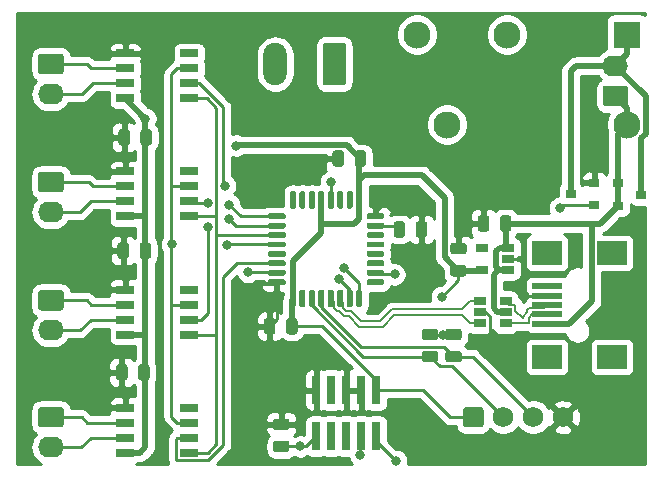
<source format=gbr>
%TF.GenerationSoftware,KiCad,Pcbnew,(5.1.7)-1*%
%TF.CreationDate,2020-10-05T16:06:58+02:00*%
%TF.ProjectId,Templogger,54656d70-6c6f-4676-9765-722e6b696361,rev?*%
%TF.SameCoordinates,Original*%
%TF.FileFunction,Copper,L1,Top*%
%TF.FilePolarity,Positive*%
%FSLAX46Y46*%
G04 Gerber Fmt 4.6, Leading zero omitted, Abs format (unit mm)*
G04 Created by KiCad (PCBNEW (5.1.7)-1) date 2020-10-05 16:06:58*
%MOMM*%
%LPD*%
G01*
G04 APERTURE LIST*
%TA.AperFunction,ComponentPad*%
%ADD10C,1.740000*%
%TD*%
%TA.AperFunction,ComponentPad*%
%ADD11O,2.190000X1.740000*%
%TD*%
%TA.AperFunction,SMDPad,CuDef*%
%ADD12R,1.060000X0.650000*%
%TD*%
%TA.AperFunction,SMDPad,CuDef*%
%ADD13R,0.900000X0.800000*%
%TD*%
%TA.AperFunction,ComponentPad*%
%ADD14C,2.300000*%
%TD*%
%TA.AperFunction,ComponentPad*%
%ADD15R,2.300000X2.300000*%
%TD*%
%TA.AperFunction,SMDPad,CuDef*%
%ADD16R,2.500000X0.500000*%
%TD*%
%TA.AperFunction,SMDPad,CuDef*%
%ADD17R,2.500000X2.000000*%
%TD*%
%TA.AperFunction,SMDPad,CuDef*%
%ADD18R,0.740000X2.400000*%
%TD*%
%TA.AperFunction,ComponentPad*%
%ADD19O,2.000000X3.600000*%
%TD*%
%TA.AperFunction,SMDPad,CuDef*%
%ADD20R,1.525000X0.650000*%
%TD*%
%TA.AperFunction,ViaPad*%
%ADD21C,0.800000*%
%TD*%
%TA.AperFunction,Conductor*%
%ADD22C,0.250000*%
%TD*%
%TA.AperFunction,Conductor*%
%ADD23C,0.500000*%
%TD*%
%TA.AperFunction,Conductor*%
%ADD24C,0.200000*%
%TD*%
%TA.AperFunction,Conductor*%
%ADD25C,0.254000*%
%TD*%
%TA.AperFunction,Conductor*%
%ADD26C,0.100000*%
%TD*%
G04 APERTURE END LIST*
%TO.P,R3,2*%
%TO.N,SDA*%
%TA.AperFunction,SMDPad,CuDef*%
G36*
G01*
X134643750Y-104287500D02*
X135556250Y-104287500D01*
G75*
G02*
X135800000Y-104531250I0J-243750D01*
G01*
X135800000Y-105018750D01*
G75*
G02*
X135556250Y-105262500I-243750J0D01*
G01*
X134643750Y-105262500D01*
G75*
G02*
X134400000Y-105018750I0J243750D01*
G01*
X134400000Y-104531250D01*
G75*
G02*
X134643750Y-104287500I243750J0D01*
G01*
G37*
%TD.AperFunction*%
%TO.P,R3,1*%
%TO.N,+3V3*%
%TA.AperFunction,SMDPad,CuDef*%
G36*
G01*
X134643750Y-102412500D02*
X135556250Y-102412500D01*
G75*
G02*
X135800000Y-102656250I0J-243750D01*
G01*
X135800000Y-103143750D01*
G75*
G02*
X135556250Y-103387500I-243750J0D01*
G01*
X134643750Y-103387500D01*
G75*
G02*
X134400000Y-103143750I0J243750D01*
G01*
X134400000Y-102656250D01*
G75*
G02*
X134643750Y-102412500I243750J0D01*
G01*
G37*
%TD.AperFunction*%
%TD*%
%TO.P,R2,2*%
%TO.N,SCL*%
%TA.AperFunction,SMDPad,CuDef*%
G36*
G01*
X132643750Y-104287500D02*
X133556250Y-104287500D01*
G75*
G02*
X133800000Y-104531250I0J-243750D01*
G01*
X133800000Y-105018750D01*
G75*
G02*
X133556250Y-105262500I-243750J0D01*
G01*
X132643750Y-105262500D01*
G75*
G02*
X132400000Y-105018750I0J243750D01*
G01*
X132400000Y-104531250D01*
G75*
G02*
X132643750Y-104287500I243750J0D01*
G01*
G37*
%TD.AperFunction*%
%TO.P,R2,1*%
%TO.N,+3V3*%
%TA.AperFunction,SMDPad,CuDef*%
G36*
G01*
X132643750Y-102412500D02*
X133556250Y-102412500D01*
G75*
G02*
X133800000Y-102656250I0J-243750D01*
G01*
X133800000Y-103143750D01*
G75*
G02*
X133556250Y-103387500I-243750J0D01*
G01*
X132643750Y-103387500D01*
G75*
G02*
X132400000Y-103143750I0J243750D01*
G01*
X132400000Y-102656250D01*
G75*
G02*
X132643750Y-102412500I243750J0D01*
G01*
G37*
%TD.AperFunction*%
%TD*%
D10*
%TO.P,J9,4*%
%TO.N,GNDD*%
X144380000Y-109900000D03*
%TO.P,J9,3*%
%TO.N,SDA*%
X141840000Y-109900000D03*
%TO.P,J9,2*%
%TO.N,SCL*%
X139300000Y-109900000D03*
%TO.P,J9,1*%
%TO.N,+3V3*%
%TA.AperFunction,ComponentPad*%
G36*
G01*
X135890000Y-110520001D02*
X135890000Y-109279999D01*
G75*
G02*
X136139999Y-109030000I249999J0D01*
G01*
X137380001Y-109030000D01*
G75*
G02*
X137630000Y-109279999I0J-249999D01*
G01*
X137630000Y-110520001D01*
G75*
G02*
X137380001Y-110770000I-249999J0D01*
G01*
X136139999Y-110770000D01*
G75*
G02*
X135890000Y-110520001I0J249999D01*
G01*
G37*
%TD.AperFunction*%
%TD*%
D11*
%TO.P,J8,2*%
%TO.N,Net-(D1-Pad3)*%
X148800000Y-80160000D03*
%TO.P,J8,1*%
%TO.N,+5V*%
%TA.AperFunction,ComponentPad*%
G36*
G01*
X149645001Y-83570000D02*
X147954999Y-83570000D01*
G75*
G02*
X147705000Y-83320001I0J249999D01*
G01*
X147705000Y-82079999D01*
G75*
G02*
X147954999Y-81830000I249999J0D01*
G01*
X149645001Y-81830000D01*
G75*
G02*
X149895000Y-82079999I0J-249999D01*
G01*
X149895000Y-83320001D01*
G75*
G02*
X149645001Y-83570000I-249999J0D01*
G01*
G37*
%TD.AperFunction*%
%TD*%
%TO.P,C8,2*%
%TO.N,GNDD*%
%TA.AperFunction,SMDPad,CuDef*%
G36*
G01*
X107612500Y-95343750D02*
X107612500Y-96256250D01*
G75*
G02*
X107368750Y-96500000I-243750J0D01*
G01*
X106881250Y-96500000D01*
G75*
G02*
X106637500Y-96256250I0J243750D01*
G01*
X106637500Y-95343750D01*
G75*
G02*
X106881250Y-95100000I243750J0D01*
G01*
X107368750Y-95100000D01*
G75*
G02*
X107612500Y-95343750I0J-243750D01*
G01*
G37*
%TD.AperFunction*%
%TO.P,C8,1*%
%TO.N,+3V3*%
%TA.AperFunction,SMDPad,CuDef*%
G36*
G01*
X109487500Y-95343750D02*
X109487500Y-96256250D01*
G75*
G02*
X109243750Y-96500000I-243750J0D01*
G01*
X108756250Y-96500000D01*
G75*
G02*
X108512500Y-96256250I0J243750D01*
G01*
X108512500Y-95343750D01*
G75*
G02*
X108756250Y-95100000I243750J0D01*
G01*
X109243750Y-95100000D01*
G75*
G02*
X109487500Y-95343750I0J-243750D01*
G01*
G37*
%TD.AperFunction*%
%TD*%
%TO.P,C7,2*%
%TO.N,GNDD*%
%TA.AperFunction,SMDPad,CuDef*%
G36*
G01*
X107687500Y-85743750D02*
X107687500Y-86656250D01*
G75*
G02*
X107443750Y-86900000I-243750J0D01*
G01*
X106956250Y-86900000D01*
G75*
G02*
X106712500Y-86656250I0J243750D01*
G01*
X106712500Y-85743750D01*
G75*
G02*
X106956250Y-85500000I243750J0D01*
G01*
X107443750Y-85500000D01*
G75*
G02*
X107687500Y-85743750I0J-243750D01*
G01*
G37*
%TD.AperFunction*%
%TO.P,C7,1*%
%TO.N,+3V3*%
%TA.AperFunction,SMDPad,CuDef*%
G36*
G01*
X109562500Y-85743750D02*
X109562500Y-86656250D01*
G75*
G02*
X109318750Y-86900000I-243750J0D01*
G01*
X108831250Y-86900000D01*
G75*
G02*
X108587500Y-86656250I0J243750D01*
G01*
X108587500Y-85743750D01*
G75*
G02*
X108831250Y-85500000I243750J0D01*
G01*
X109318750Y-85500000D01*
G75*
G02*
X109562500Y-85743750I0J-243750D01*
G01*
G37*
%TD.AperFunction*%
%TD*%
%TO.P,C6,2*%
%TO.N,GNDD*%
%TA.AperFunction,SMDPad,CuDef*%
G36*
G01*
X107487500Y-105643750D02*
X107487500Y-106556250D01*
G75*
G02*
X107243750Y-106800000I-243750J0D01*
G01*
X106756250Y-106800000D01*
G75*
G02*
X106512500Y-106556250I0J243750D01*
G01*
X106512500Y-105643750D01*
G75*
G02*
X106756250Y-105400000I243750J0D01*
G01*
X107243750Y-105400000D01*
G75*
G02*
X107487500Y-105643750I0J-243750D01*
G01*
G37*
%TD.AperFunction*%
%TO.P,C6,1*%
%TO.N,+3V3*%
%TA.AperFunction,SMDPad,CuDef*%
G36*
G01*
X109362500Y-105643750D02*
X109362500Y-106556250D01*
G75*
G02*
X109118750Y-106800000I-243750J0D01*
G01*
X108631250Y-106800000D01*
G75*
G02*
X108387500Y-106556250I0J243750D01*
G01*
X108387500Y-105643750D01*
G75*
G02*
X108631250Y-105400000I243750J0D01*
G01*
X109118750Y-105400000D01*
G75*
G02*
X109362500Y-105643750I0J-243750D01*
G01*
G37*
%TD.AperFunction*%
%TD*%
%TO.P,C5,2*%
%TO.N,GNDD*%
%TA.AperFunction,SMDPad,CuDef*%
G36*
G01*
X120012500Y-101743750D02*
X120012500Y-102656250D01*
G75*
G02*
X119768750Y-102900000I-243750J0D01*
G01*
X119281250Y-102900000D01*
G75*
G02*
X119037500Y-102656250I0J243750D01*
G01*
X119037500Y-101743750D01*
G75*
G02*
X119281250Y-101500000I243750J0D01*
G01*
X119768750Y-101500000D01*
G75*
G02*
X120012500Y-101743750I0J-243750D01*
G01*
G37*
%TD.AperFunction*%
%TO.P,C5,1*%
%TO.N,+3V3*%
%TA.AperFunction,SMDPad,CuDef*%
G36*
G01*
X121887500Y-101743750D02*
X121887500Y-102656250D01*
G75*
G02*
X121643750Y-102900000I-243750J0D01*
G01*
X121156250Y-102900000D01*
G75*
G02*
X120912500Y-102656250I0J243750D01*
G01*
X120912500Y-101743750D01*
G75*
G02*
X121156250Y-101500000I243750J0D01*
G01*
X121643750Y-101500000D01*
G75*
G02*
X121887500Y-101743750I0J-243750D01*
G01*
G37*
%TD.AperFunction*%
%TD*%
%TO.P,C4,2*%
%TO.N,GNDD*%
%TA.AperFunction,SMDPad,CuDef*%
G36*
G01*
X125812500Y-87543750D02*
X125812500Y-88456250D01*
G75*
G02*
X125568750Y-88700000I-243750J0D01*
G01*
X125081250Y-88700000D01*
G75*
G02*
X124837500Y-88456250I0J243750D01*
G01*
X124837500Y-87543750D01*
G75*
G02*
X125081250Y-87300000I243750J0D01*
G01*
X125568750Y-87300000D01*
G75*
G02*
X125812500Y-87543750I0J-243750D01*
G01*
G37*
%TD.AperFunction*%
%TO.P,C4,1*%
%TO.N,+3V3*%
%TA.AperFunction,SMDPad,CuDef*%
G36*
G01*
X127687500Y-87543750D02*
X127687500Y-88456250D01*
G75*
G02*
X127443750Y-88700000I-243750J0D01*
G01*
X126956250Y-88700000D01*
G75*
G02*
X126712500Y-88456250I0J243750D01*
G01*
X126712500Y-87543750D01*
G75*
G02*
X126956250Y-87300000I243750J0D01*
G01*
X127443750Y-87300000D01*
G75*
G02*
X127687500Y-87543750I0J-243750D01*
G01*
G37*
%TD.AperFunction*%
%TD*%
D12*
%TO.P,U3,5*%
%TO.N,+3V3*%
X137500000Y-97450000D03*
%TO.P,U3,4*%
%TO.N,N/C*%
X137500000Y-95550000D03*
%TO.P,U3,3*%
%TO.N,+5V*%
X139700000Y-95550000D03*
%TO.P,U3,2*%
%TO.N,GNDD*%
X139700000Y-96500000D03*
%TO.P,U3,1*%
%TO.N,+5V*%
X139700000Y-97450000D03*
%TD*%
%TO.P,U2,5*%
%TO.N,+5V*%
X139500000Y-101000000D03*
%TO.P,U2,6*%
%TO.N,D_P*%
X139500000Y-100050000D03*
%TO.P,U2,4*%
%TO.N,D_N*%
X139500000Y-101950000D03*
%TO.P,U2,3*%
%TO.N,USB-*%
X137300000Y-101950000D03*
%TO.P,U2,2*%
%TO.N,GNDD*%
X137300000Y-101000000D03*
%TO.P,U2,1*%
%TO.N,USB+*%
X137300000Y-100050000D03*
%TD*%
%TO.P,U1,32*%
%TO.N,GNDD*%
%TA.AperFunction,SMDPad,CuDef*%
G36*
G01*
X127850000Y-92625000D02*
X129100000Y-92625000D01*
G75*
G02*
X129225000Y-92750000I0J-125000D01*
G01*
X129225000Y-93000000D01*
G75*
G02*
X129100000Y-93125000I-125000J0D01*
G01*
X127850000Y-93125000D01*
G75*
G02*
X127725000Y-93000000I0J125000D01*
G01*
X127725000Y-92750000D01*
G75*
G02*
X127850000Y-92625000I125000J0D01*
G01*
G37*
%TD.AperFunction*%
%TO.P,U1,31*%
%TO.N,Net-(R1-Pad1)*%
%TA.AperFunction,SMDPad,CuDef*%
G36*
G01*
X127850000Y-93425000D02*
X129100000Y-93425000D01*
G75*
G02*
X129225000Y-93550000I0J-125000D01*
G01*
X129225000Y-93800000D01*
G75*
G02*
X129100000Y-93925000I-125000J0D01*
G01*
X127850000Y-93925000D01*
G75*
G02*
X127725000Y-93800000I0J125000D01*
G01*
X127725000Y-93550000D01*
G75*
G02*
X127850000Y-93425000I125000J0D01*
G01*
G37*
%TD.AperFunction*%
%TO.P,U1,30*%
%TO.N,N/C*%
%TA.AperFunction,SMDPad,CuDef*%
G36*
G01*
X127850000Y-94225000D02*
X129100000Y-94225000D01*
G75*
G02*
X129225000Y-94350000I0J-125000D01*
G01*
X129225000Y-94600000D01*
G75*
G02*
X129100000Y-94725000I-125000J0D01*
G01*
X127850000Y-94725000D01*
G75*
G02*
X127725000Y-94600000I0J125000D01*
G01*
X127725000Y-94350000D01*
G75*
G02*
X127850000Y-94225000I125000J0D01*
G01*
G37*
%TD.AperFunction*%
%TO.P,U1,29*%
%TA.AperFunction,SMDPad,CuDef*%
G36*
G01*
X127850000Y-95025000D02*
X129100000Y-95025000D01*
G75*
G02*
X129225000Y-95150000I0J-125000D01*
G01*
X129225000Y-95400000D01*
G75*
G02*
X129100000Y-95525000I-125000J0D01*
G01*
X127850000Y-95525000D01*
G75*
G02*
X127725000Y-95400000I0J125000D01*
G01*
X127725000Y-95150000D01*
G75*
G02*
X127850000Y-95025000I125000J0D01*
G01*
G37*
%TD.AperFunction*%
%TO.P,U1,28*%
%TA.AperFunction,SMDPad,CuDef*%
G36*
G01*
X127850000Y-95825000D02*
X129100000Y-95825000D01*
G75*
G02*
X129225000Y-95950000I0J-125000D01*
G01*
X129225000Y-96200000D01*
G75*
G02*
X129100000Y-96325000I-125000J0D01*
G01*
X127850000Y-96325000D01*
G75*
G02*
X127725000Y-96200000I0J125000D01*
G01*
X127725000Y-95950000D01*
G75*
G02*
X127850000Y-95825000I125000J0D01*
G01*
G37*
%TD.AperFunction*%
%TO.P,U1,27*%
%TA.AperFunction,SMDPad,CuDef*%
G36*
G01*
X127850000Y-96625000D02*
X129100000Y-96625000D01*
G75*
G02*
X129225000Y-96750000I0J-125000D01*
G01*
X129225000Y-97000000D01*
G75*
G02*
X129100000Y-97125000I-125000J0D01*
G01*
X127850000Y-97125000D01*
G75*
G02*
X127725000Y-97000000I0J125000D01*
G01*
X127725000Y-96750000D01*
G75*
G02*
X127850000Y-96625000I125000J0D01*
G01*
G37*
%TD.AperFunction*%
%TO.P,U1,26*%
%TO.N,relay*%
%TA.AperFunction,SMDPad,CuDef*%
G36*
G01*
X127850000Y-97425000D02*
X129100000Y-97425000D01*
G75*
G02*
X129225000Y-97550000I0J-125000D01*
G01*
X129225000Y-97800000D01*
G75*
G02*
X129100000Y-97925000I-125000J0D01*
G01*
X127850000Y-97925000D01*
G75*
G02*
X127725000Y-97800000I0J125000D01*
G01*
X127725000Y-97550000D01*
G75*
G02*
X127850000Y-97425000I125000J0D01*
G01*
G37*
%TD.AperFunction*%
%TO.P,U1,25*%
%TO.N,N/C*%
%TA.AperFunction,SMDPad,CuDef*%
G36*
G01*
X127850000Y-98225000D02*
X129100000Y-98225000D01*
G75*
G02*
X129225000Y-98350000I0J-125000D01*
G01*
X129225000Y-98600000D01*
G75*
G02*
X129100000Y-98725000I-125000J0D01*
G01*
X127850000Y-98725000D01*
G75*
G02*
X127725000Y-98600000I0J125000D01*
G01*
X127725000Y-98350000D01*
G75*
G02*
X127850000Y-98225000I125000J0D01*
G01*
G37*
%TD.AperFunction*%
%TO.P,U1,24*%
%TO.N,SWCLK*%
%TA.AperFunction,SMDPad,CuDef*%
G36*
G01*
X126975000Y-99100000D02*
X127225000Y-99100000D01*
G75*
G02*
X127350000Y-99225000I0J-125000D01*
G01*
X127350000Y-100475000D01*
G75*
G02*
X127225000Y-100600000I-125000J0D01*
G01*
X126975000Y-100600000D01*
G75*
G02*
X126850000Y-100475000I0J125000D01*
G01*
X126850000Y-99225000D01*
G75*
G02*
X126975000Y-99100000I125000J0D01*
G01*
G37*
%TD.AperFunction*%
%TO.P,U1,23*%
%TO.N,SWDIO*%
%TA.AperFunction,SMDPad,CuDef*%
G36*
G01*
X126175000Y-99100000D02*
X126425000Y-99100000D01*
G75*
G02*
X126550000Y-99225000I0J-125000D01*
G01*
X126550000Y-100475000D01*
G75*
G02*
X126425000Y-100600000I-125000J0D01*
G01*
X126175000Y-100600000D01*
G75*
G02*
X126050000Y-100475000I0J125000D01*
G01*
X126050000Y-99225000D01*
G75*
G02*
X126175000Y-99100000I125000J0D01*
G01*
G37*
%TD.AperFunction*%
%TO.P,U1,22*%
%TO.N,USB+*%
%TA.AperFunction,SMDPad,CuDef*%
G36*
G01*
X125375000Y-99100000D02*
X125625000Y-99100000D01*
G75*
G02*
X125750000Y-99225000I0J-125000D01*
G01*
X125750000Y-100475000D01*
G75*
G02*
X125625000Y-100600000I-125000J0D01*
G01*
X125375000Y-100600000D01*
G75*
G02*
X125250000Y-100475000I0J125000D01*
G01*
X125250000Y-99225000D01*
G75*
G02*
X125375000Y-99100000I125000J0D01*
G01*
G37*
%TD.AperFunction*%
%TO.P,U1,21*%
%TO.N,USB-*%
%TA.AperFunction,SMDPad,CuDef*%
G36*
G01*
X124575000Y-99100000D02*
X124825000Y-99100000D01*
G75*
G02*
X124950000Y-99225000I0J-125000D01*
G01*
X124950000Y-100475000D01*
G75*
G02*
X124825000Y-100600000I-125000J0D01*
G01*
X124575000Y-100600000D01*
G75*
G02*
X124450000Y-100475000I0J125000D01*
G01*
X124450000Y-99225000D01*
G75*
G02*
X124575000Y-99100000I125000J0D01*
G01*
G37*
%TD.AperFunction*%
%TO.P,U1,20*%
%TO.N,SDA*%
%TA.AperFunction,SMDPad,CuDef*%
G36*
G01*
X123775000Y-99100000D02*
X124025000Y-99100000D01*
G75*
G02*
X124150000Y-99225000I0J-125000D01*
G01*
X124150000Y-100475000D01*
G75*
G02*
X124025000Y-100600000I-125000J0D01*
G01*
X123775000Y-100600000D01*
G75*
G02*
X123650000Y-100475000I0J125000D01*
G01*
X123650000Y-99225000D01*
G75*
G02*
X123775000Y-99100000I125000J0D01*
G01*
G37*
%TD.AperFunction*%
%TO.P,U1,19*%
%TO.N,SCL*%
%TA.AperFunction,SMDPad,CuDef*%
G36*
G01*
X122975000Y-99100000D02*
X123225000Y-99100000D01*
G75*
G02*
X123350000Y-99225000I0J-125000D01*
G01*
X123350000Y-100475000D01*
G75*
G02*
X123225000Y-100600000I-125000J0D01*
G01*
X122975000Y-100600000D01*
G75*
G02*
X122850000Y-100475000I0J125000D01*
G01*
X122850000Y-99225000D01*
G75*
G02*
X122975000Y-99100000I125000J0D01*
G01*
G37*
%TD.AperFunction*%
%TO.P,U1,18*%
%TO.N,N/C*%
%TA.AperFunction,SMDPad,CuDef*%
G36*
G01*
X122175000Y-99100000D02*
X122425000Y-99100000D01*
G75*
G02*
X122550000Y-99225000I0J-125000D01*
G01*
X122550000Y-100475000D01*
G75*
G02*
X122425000Y-100600000I-125000J0D01*
G01*
X122175000Y-100600000D01*
G75*
G02*
X122050000Y-100475000I0J125000D01*
G01*
X122050000Y-99225000D01*
G75*
G02*
X122175000Y-99100000I125000J0D01*
G01*
G37*
%TD.AperFunction*%
%TO.P,U1,17*%
%TO.N,+3V3*%
%TA.AperFunction,SMDPad,CuDef*%
G36*
G01*
X121375000Y-99100000D02*
X121625000Y-99100000D01*
G75*
G02*
X121750000Y-99225000I0J-125000D01*
G01*
X121750000Y-100475000D01*
G75*
G02*
X121625000Y-100600000I-125000J0D01*
G01*
X121375000Y-100600000D01*
G75*
G02*
X121250000Y-100475000I0J125000D01*
G01*
X121250000Y-99225000D01*
G75*
G02*
X121375000Y-99100000I125000J0D01*
G01*
G37*
%TD.AperFunction*%
%TO.P,U1,16*%
%TO.N,GNDD*%
%TA.AperFunction,SMDPad,CuDef*%
G36*
G01*
X119500000Y-98225000D02*
X120750000Y-98225000D01*
G75*
G02*
X120875000Y-98350000I0J-125000D01*
G01*
X120875000Y-98600000D01*
G75*
G02*
X120750000Y-98725000I-125000J0D01*
G01*
X119500000Y-98725000D01*
G75*
G02*
X119375000Y-98600000I0J125000D01*
G01*
X119375000Y-98350000D01*
G75*
G02*
X119500000Y-98225000I125000J0D01*
G01*
G37*
%TD.AperFunction*%
%TO.P,U1,15*%
%TO.N,CS4*%
%TA.AperFunction,SMDPad,CuDef*%
G36*
G01*
X119500000Y-97425000D02*
X120750000Y-97425000D01*
G75*
G02*
X120875000Y-97550000I0J-125000D01*
G01*
X120875000Y-97800000D01*
G75*
G02*
X120750000Y-97925000I-125000J0D01*
G01*
X119500000Y-97925000D01*
G75*
G02*
X119375000Y-97800000I0J125000D01*
G01*
X119375000Y-97550000D01*
G75*
G02*
X119500000Y-97425000I125000J0D01*
G01*
G37*
%TD.AperFunction*%
%TO.P,U1,14*%
%TO.N,CS3*%
%TA.AperFunction,SMDPad,CuDef*%
G36*
G01*
X119500000Y-96625000D02*
X120750000Y-96625000D01*
G75*
G02*
X120875000Y-96750000I0J-125000D01*
G01*
X120875000Y-97000000D01*
G75*
G02*
X120750000Y-97125000I-125000J0D01*
G01*
X119500000Y-97125000D01*
G75*
G02*
X119375000Y-97000000I0J125000D01*
G01*
X119375000Y-96750000D01*
G75*
G02*
X119500000Y-96625000I125000J0D01*
G01*
G37*
%TD.AperFunction*%
%TO.P,U1,13*%
%TO.N,N/C*%
%TA.AperFunction,SMDPad,CuDef*%
G36*
G01*
X119500000Y-95825000D02*
X120750000Y-95825000D01*
G75*
G02*
X120875000Y-95950000I0J-125000D01*
G01*
X120875000Y-96200000D01*
G75*
G02*
X120750000Y-96325000I-125000J0D01*
G01*
X119500000Y-96325000D01*
G75*
G02*
X119375000Y-96200000I0J125000D01*
G01*
X119375000Y-95950000D01*
G75*
G02*
X119500000Y-95825000I125000J0D01*
G01*
G37*
%TD.AperFunction*%
%TO.P,U1,12*%
%TO.N,MISO*%
%TA.AperFunction,SMDPad,CuDef*%
G36*
G01*
X119500000Y-95025000D02*
X120750000Y-95025000D01*
G75*
G02*
X120875000Y-95150000I0J-125000D01*
G01*
X120875000Y-95400000D01*
G75*
G02*
X120750000Y-95525000I-125000J0D01*
G01*
X119500000Y-95525000D01*
G75*
G02*
X119375000Y-95400000I0J125000D01*
G01*
X119375000Y-95150000D01*
G75*
G02*
X119500000Y-95025000I125000J0D01*
G01*
G37*
%TD.AperFunction*%
%TO.P,U1,11*%
%TO.N,SCK*%
%TA.AperFunction,SMDPad,CuDef*%
G36*
G01*
X119500000Y-94225000D02*
X120750000Y-94225000D01*
G75*
G02*
X120875000Y-94350000I0J-125000D01*
G01*
X120875000Y-94600000D01*
G75*
G02*
X120750000Y-94725000I-125000J0D01*
G01*
X119500000Y-94725000D01*
G75*
G02*
X119375000Y-94600000I0J125000D01*
G01*
X119375000Y-94350000D01*
G75*
G02*
X119500000Y-94225000I125000J0D01*
G01*
G37*
%TD.AperFunction*%
%TO.P,U1,10*%
%TO.N,CS2*%
%TA.AperFunction,SMDPad,CuDef*%
G36*
G01*
X119500000Y-93425000D02*
X120750000Y-93425000D01*
G75*
G02*
X120875000Y-93550000I0J-125000D01*
G01*
X120875000Y-93800000D01*
G75*
G02*
X120750000Y-93925000I-125000J0D01*
G01*
X119500000Y-93925000D01*
G75*
G02*
X119375000Y-93800000I0J125000D01*
G01*
X119375000Y-93550000D01*
G75*
G02*
X119500000Y-93425000I125000J0D01*
G01*
G37*
%TD.AperFunction*%
%TO.P,U1,9*%
%TO.N,CS1*%
%TA.AperFunction,SMDPad,CuDef*%
G36*
G01*
X119500000Y-92625000D02*
X120750000Y-92625000D01*
G75*
G02*
X120875000Y-92750000I0J-125000D01*
G01*
X120875000Y-93000000D01*
G75*
G02*
X120750000Y-93125000I-125000J0D01*
G01*
X119500000Y-93125000D01*
G75*
G02*
X119375000Y-93000000I0J125000D01*
G01*
X119375000Y-92750000D01*
G75*
G02*
X119500000Y-92625000I125000J0D01*
G01*
G37*
%TD.AperFunction*%
%TO.P,U1,8*%
%TO.N,N/C*%
%TA.AperFunction,SMDPad,CuDef*%
G36*
G01*
X121375000Y-90750000D02*
X121625000Y-90750000D01*
G75*
G02*
X121750000Y-90875000I0J-125000D01*
G01*
X121750000Y-92125000D01*
G75*
G02*
X121625000Y-92250000I-125000J0D01*
G01*
X121375000Y-92250000D01*
G75*
G02*
X121250000Y-92125000I0J125000D01*
G01*
X121250000Y-90875000D01*
G75*
G02*
X121375000Y-90750000I125000J0D01*
G01*
G37*
%TD.AperFunction*%
%TO.P,U1,7*%
%TA.AperFunction,SMDPad,CuDef*%
G36*
G01*
X122175000Y-90750000D02*
X122425000Y-90750000D01*
G75*
G02*
X122550000Y-90875000I0J-125000D01*
G01*
X122550000Y-92125000D01*
G75*
G02*
X122425000Y-92250000I-125000J0D01*
G01*
X122175000Y-92250000D01*
G75*
G02*
X122050000Y-92125000I0J125000D01*
G01*
X122050000Y-90875000D01*
G75*
G02*
X122175000Y-90750000I125000J0D01*
G01*
G37*
%TD.AperFunction*%
%TO.P,U1,6*%
%TA.AperFunction,SMDPad,CuDef*%
G36*
G01*
X122975000Y-90750000D02*
X123225000Y-90750000D01*
G75*
G02*
X123350000Y-90875000I0J-125000D01*
G01*
X123350000Y-92125000D01*
G75*
G02*
X123225000Y-92250000I-125000J0D01*
G01*
X122975000Y-92250000D01*
G75*
G02*
X122850000Y-92125000I0J125000D01*
G01*
X122850000Y-90875000D01*
G75*
G02*
X122975000Y-90750000I125000J0D01*
G01*
G37*
%TD.AperFunction*%
%TO.P,U1,5*%
%TO.N,+3V3*%
%TA.AperFunction,SMDPad,CuDef*%
G36*
G01*
X123775000Y-90750000D02*
X124025000Y-90750000D01*
G75*
G02*
X124150000Y-90875000I0J-125000D01*
G01*
X124150000Y-92125000D01*
G75*
G02*
X124025000Y-92250000I-125000J0D01*
G01*
X123775000Y-92250000D01*
G75*
G02*
X123650000Y-92125000I0J125000D01*
G01*
X123650000Y-90875000D01*
G75*
G02*
X123775000Y-90750000I125000J0D01*
G01*
G37*
%TD.AperFunction*%
%TO.P,U1,4*%
%TO.N,NRST*%
%TA.AperFunction,SMDPad,CuDef*%
G36*
G01*
X124575000Y-90750000D02*
X124825000Y-90750000D01*
G75*
G02*
X124950000Y-90875000I0J-125000D01*
G01*
X124950000Y-92125000D01*
G75*
G02*
X124825000Y-92250000I-125000J0D01*
G01*
X124575000Y-92250000D01*
G75*
G02*
X124450000Y-92125000I0J125000D01*
G01*
X124450000Y-90875000D01*
G75*
G02*
X124575000Y-90750000I125000J0D01*
G01*
G37*
%TD.AperFunction*%
%TO.P,U1,3*%
%TO.N,N/C*%
%TA.AperFunction,SMDPad,CuDef*%
G36*
G01*
X125375000Y-90750000D02*
X125625000Y-90750000D01*
G75*
G02*
X125750000Y-90875000I0J-125000D01*
G01*
X125750000Y-92125000D01*
G75*
G02*
X125625000Y-92250000I-125000J0D01*
G01*
X125375000Y-92250000D01*
G75*
G02*
X125250000Y-92125000I0J125000D01*
G01*
X125250000Y-90875000D01*
G75*
G02*
X125375000Y-90750000I125000J0D01*
G01*
G37*
%TD.AperFunction*%
%TO.P,U1,2*%
%TA.AperFunction,SMDPad,CuDef*%
G36*
G01*
X126175000Y-90750000D02*
X126425000Y-90750000D01*
G75*
G02*
X126550000Y-90875000I0J-125000D01*
G01*
X126550000Y-92125000D01*
G75*
G02*
X126425000Y-92250000I-125000J0D01*
G01*
X126175000Y-92250000D01*
G75*
G02*
X126050000Y-92125000I0J125000D01*
G01*
X126050000Y-90875000D01*
G75*
G02*
X126175000Y-90750000I125000J0D01*
G01*
G37*
%TD.AperFunction*%
%TO.P,U1,1*%
%TO.N,+3V3*%
%TA.AperFunction,SMDPad,CuDef*%
G36*
G01*
X126975000Y-90750000D02*
X127225000Y-90750000D01*
G75*
G02*
X127350000Y-90875000I0J-125000D01*
G01*
X127350000Y-92125000D01*
G75*
G02*
X127225000Y-92250000I-125000J0D01*
G01*
X126975000Y-92250000D01*
G75*
G02*
X126850000Y-92125000I0J125000D01*
G01*
X126850000Y-90875000D01*
G75*
G02*
X126975000Y-90750000I125000J0D01*
G01*
G37*
%TD.AperFunction*%
%TD*%
%TO.P,R1,2*%
%TO.N,GNDD*%
%TA.AperFunction,SMDPad,CuDef*%
G36*
G01*
X131887500Y-94456250D02*
X131887500Y-93543750D01*
G75*
G02*
X132131250Y-93300000I243750J0D01*
G01*
X132618750Y-93300000D01*
G75*
G02*
X132862500Y-93543750I0J-243750D01*
G01*
X132862500Y-94456250D01*
G75*
G02*
X132618750Y-94700000I-243750J0D01*
G01*
X132131250Y-94700000D01*
G75*
G02*
X131887500Y-94456250I0J243750D01*
G01*
G37*
%TD.AperFunction*%
%TO.P,R1,1*%
%TO.N,Net-(R1-Pad1)*%
%TA.AperFunction,SMDPad,CuDef*%
G36*
G01*
X130012500Y-94456250D02*
X130012500Y-93543750D01*
G75*
G02*
X130256250Y-93300000I243750J0D01*
G01*
X130743750Y-93300000D01*
G75*
G02*
X130987500Y-93543750I0J-243750D01*
G01*
X130987500Y-94456250D01*
G75*
G02*
X130743750Y-94700000I-243750J0D01*
G01*
X130256250Y-94700000D01*
G75*
G02*
X130012500Y-94456250I0J243750D01*
G01*
G37*
%TD.AperFunction*%
%TD*%
D13*
%TO.P,Q1,3*%
%TO.N,Net-(D1-Pad3)*%
X145000000Y-91000000D03*
%TO.P,Q1,2*%
%TO.N,GNDD*%
X147000000Y-90050000D03*
%TO.P,Q1,1*%
%TO.N,relay*%
X147000000Y-91950000D03*
%TD*%
D14*
%TO.P,K1,5*%
%TO.N,+5V*%
X149780000Y-85120000D03*
%TO.P,K1,4*%
%TO.N,N/C*%
X134540000Y-85120000D03*
%TO.P,K1,3*%
%TO.N,Net-(J5-Pad1)*%
X132000000Y-77500000D03*
%TO.P,K1,2*%
%TO.N,Net-(J5-Pad2)*%
X139620000Y-77500000D03*
D15*
%TO.P,K1,1*%
%TO.N,Net-(D1-Pad3)*%
X149780000Y-77500000D03*
%TD*%
D16*
%TO.P,J7,5*%
%TO.N,N/C*%
X143000000Y-98800000D03*
%TO.P,J7,4*%
%TO.N,GNDD*%
X143000000Y-99600000D03*
%TO.P,J7,3*%
%TO.N,D_P*%
X143000000Y-100400000D03*
%TO.P,J7,2*%
%TO.N,D_N*%
X143000000Y-101200000D03*
%TO.P,J7,1*%
%TO.N,+5V*%
X143000000Y-102000000D03*
D17*
%TO.P,J7,6*%
%TO.N,N/C*%
X143000000Y-96000000D03*
X143000000Y-104800000D03*
X148500000Y-96000000D03*
X148500000Y-104800000D03*
%TD*%
D18*
%TO.P,J6,10*%
%TO.N,NRST*%
X123460000Y-111500000D03*
%TO.P,J6,9*%
%TO.N,GNDD*%
X123460000Y-107600000D03*
%TO.P,J6,8*%
%TO.N,N/C*%
X124730000Y-111500000D03*
%TO.P,J6,7*%
X124730000Y-107600000D03*
%TO.P,J6,6*%
X126000000Y-111500000D03*
%TO.P,J6,5*%
%TO.N,GNDD*%
X126000000Y-107600000D03*
%TO.P,J6,4*%
%TO.N,SWCLK*%
X127270000Y-111500000D03*
%TO.P,J6,3*%
%TO.N,GNDD*%
X127270000Y-107600000D03*
%TO.P,J6,2*%
%TO.N,SWDIO*%
X128540000Y-111500000D03*
%TO.P,J6,1*%
%TO.N,+3V3*%
X128540000Y-107600000D03*
%TD*%
D19*
%TO.P,J5,2*%
%TO.N,Net-(J5-Pad2)*%
X120000000Y-80000000D03*
%TO.P,J5,1*%
%TO.N,Net-(J5-Pad1)*%
%TA.AperFunction,ComponentPad*%
G36*
G01*
X126000000Y-78450000D02*
X126000000Y-81550000D01*
G75*
G02*
X125750000Y-81800000I-250000J0D01*
G01*
X124250000Y-81800000D01*
G75*
G02*
X124000000Y-81550000I0J250000D01*
G01*
X124000000Y-78450000D01*
G75*
G02*
X124250000Y-78200000I250000J0D01*
G01*
X125750000Y-78200000D01*
G75*
G02*
X126000000Y-78450000I0J-250000D01*
G01*
G37*
%TD.AperFunction*%
%TD*%
D11*
%TO.P,J4,2*%
%TO.N,Net-(IC4-Pad3)*%
X101000000Y-112440000D03*
%TO.P,J4,1*%
%TO.N,Net-(IC4-Pad2)*%
%TA.AperFunction,ComponentPad*%
G36*
G01*
X100154999Y-109030000D02*
X101845001Y-109030000D01*
G75*
G02*
X102095000Y-109279999I0J-249999D01*
G01*
X102095000Y-110520001D01*
G75*
G02*
X101845001Y-110770000I-249999J0D01*
G01*
X100154999Y-110770000D01*
G75*
G02*
X99905000Y-110520001I0J249999D01*
G01*
X99905000Y-109279999D01*
G75*
G02*
X100154999Y-109030000I249999J0D01*
G01*
G37*
%TD.AperFunction*%
%TD*%
%TO.P,J3,2*%
%TO.N,Net-(IC3-Pad3)*%
X101000000Y-102540000D03*
%TO.P,J3,1*%
%TO.N,Net-(IC3-Pad2)*%
%TA.AperFunction,ComponentPad*%
G36*
G01*
X100154999Y-99130000D02*
X101845001Y-99130000D01*
G75*
G02*
X102095000Y-99379999I0J-249999D01*
G01*
X102095000Y-100620001D01*
G75*
G02*
X101845001Y-100870000I-249999J0D01*
G01*
X100154999Y-100870000D01*
G75*
G02*
X99905000Y-100620001I0J249999D01*
G01*
X99905000Y-99379999D01*
G75*
G02*
X100154999Y-99130000I249999J0D01*
G01*
G37*
%TD.AperFunction*%
%TD*%
%TO.P,J2,2*%
%TO.N,Net-(IC2-Pad3)*%
X101000000Y-92540000D03*
%TO.P,J2,1*%
%TO.N,Net-(IC2-Pad2)*%
%TA.AperFunction,ComponentPad*%
G36*
G01*
X100154999Y-89130000D02*
X101845001Y-89130000D01*
G75*
G02*
X102095000Y-89379999I0J-249999D01*
G01*
X102095000Y-90620001D01*
G75*
G02*
X101845001Y-90870000I-249999J0D01*
G01*
X100154999Y-90870000D01*
G75*
G02*
X99905000Y-90620001I0J249999D01*
G01*
X99905000Y-89379999D01*
G75*
G02*
X100154999Y-89130000I249999J0D01*
G01*
G37*
%TD.AperFunction*%
%TD*%
%TO.P,J1,2*%
%TO.N,Net-(IC1-Pad3)*%
X101000000Y-82540000D03*
%TO.P,J1,1*%
%TO.N,Net-(IC1-Pad2)*%
%TA.AperFunction,ComponentPad*%
G36*
G01*
X100154999Y-79130000D02*
X101845001Y-79130000D01*
G75*
G02*
X102095000Y-79379999I0J-249999D01*
G01*
X102095000Y-80620001D01*
G75*
G02*
X101845001Y-80870000I-249999J0D01*
G01*
X100154999Y-80870000D01*
G75*
G02*
X99905000Y-80620001I0J249999D01*
G01*
X99905000Y-79379999D01*
G75*
G02*
X100154999Y-79130000I249999J0D01*
G01*
G37*
%TD.AperFunction*%
%TD*%
D20*
%TO.P,IC4,8*%
%TO.N,N/C*%
X112712000Y-109095000D03*
%TO.P,IC4,7*%
%TO.N,MISO*%
X112712000Y-110365000D03*
%TO.P,IC4,6*%
%TO.N,CS3*%
X112712000Y-111635000D03*
%TO.P,IC4,5*%
%TO.N,SCK*%
X112712000Y-112905000D03*
%TO.P,IC4,4*%
%TO.N,+3V3*%
X107288000Y-112905000D03*
%TO.P,IC4,3*%
%TO.N,Net-(IC4-Pad3)*%
X107288000Y-111635000D03*
%TO.P,IC4,2*%
%TO.N,Net-(IC4-Pad2)*%
X107288000Y-110365000D03*
%TO.P,IC4,1*%
%TO.N,GNDD*%
X107288000Y-109095000D03*
%TD*%
%TO.P,IC3,8*%
%TO.N,N/C*%
X112712000Y-99095000D03*
%TO.P,IC3,7*%
%TO.N,MISO*%
X112712000Y-100365000D03*
%TO.P,IC3,6*%
%TO.N,CS2*%
X112712000Y-101635000D03*
%TO.P,IC3,5*%
%TO.N,SCK*%
X112712000Y-102905000D03*
%TO.P,IC3,4*%
%TO.N,+3V3*%
X107288000Y-102905000D03*
%TO.P,IC3,3*%
%TO.N,Net-(IC3-Pad3)*%
X107288000Y-101635000D03*
%TO.P,IC3,2*%
%TO.N,Net-(IC3-Pad2)*%
X107288000Y-100365000D03*
%TO.P,IC3,1*%
%TO.N,GNDD*%
X107288000Y-99095000D03*
%TD*%
%TO.P,IC2,8*%
%TO.N,N/C*%
X112712000Y-89095000D03*
%TO.P,IC2,7*%
%TO.N,MISO*%
X112712000Y-90365000D03*
%TO.P,IC2,6*%
%TO.N,CS1*%
X112712000Y-91635000D03*
%TO.P,IC2,5*%
%TO.N,SCK*%
X112712000Y-92905000D03*
%TO.P,IC2,4*%
%TO.N,+3V3*%
X107288000Y-92905000D03*
%TO.P,IC2,3*%
%TO.N,Net-(IC2-Pad3)*%
X107288000Y-91635000D03*
%TO.P,IC2,2*%
%TO.N,Net-(IC2-Pad2)*%
X107288000Y-90365000D03*
%TO.P,IC2,1*%
%TO.N,GNDD*%
X107288000Y-89095000D03*
%TD*%
%TO.P,IC1,8*%
%TO.N,N/C*%
X112712000Y-79095000D03*
%TO.P,IC1,7*%
%TO.N,MISO*%
X112712000Y-80365000D03*
%TO.P,IC1,6*%
%TO.N,CS4*%
X112712000Y-81635000D03*
%TO.P,IC1,5*%
%TO.N,SCK*%
X112712000Y-82905000D03*
%TO.P,IC1,4*%
%TO.N,+3V3*%
X107288000Y-82905000D03*
%TO.P,IC1,3*%
%TO.N,Net-(IC1-Pad3)*%
X107288000Y-81635000D03*
%TO.P,IC1,2*%
%TO.N,Net-(IC1-Pad2)*%
X107288000Y-80365000D03*
%TO.P,IC1,1*%
%TO.N,GNDD*%
X107288000Y-79095000D03*
%TD*%
D13*
%TO.P,D1,3*%
%TO.N,Net-(D1-Pad3)*%
X151000000Y-91050000D03*
%TO.P,D1,2*%
%TO.N,+5V*%
X149000000Y-92000000D03*
%TO.P,D1,1*%
X149000000Y-90100000D03*
%TD*%
%TO.P,C3,2*%
%TO.N,GNDD*%
%TA.AperFunction,SMDPad,CuDef*%
G36*
G01*
X138112500Y-93043750D02*
X138112500Y-93956250D01*
G75*
G02*
X137868750Y-94200000I-243750J0D01*
G01*
X137381250Y-94200000D01*
G75*
G02*
X137137500Y-93956250I0J243750D01*
G01*
X137137500Y-93043750D01*
G75*
G02*
X137381250Y-92800000I243750J0D01*
G01*
X137868750Y-92800000D01*
G75*
G02*
X138112500Y-93043750I0J-243750D01*
G01*
G37*
%TD.AperFunction*%
%TO.P,C3,1*%
%TO.N,+5V*%
%TA.AperFunction,SMDPad,CuDef*%
G36*
G01*
X139987500Y-93043750D02*
X139987500Y-93956250D01*
G75*
G02*
X139743750Y-94200000I-243750J0D01*
G01*
X139256250Y-94200000D01*
G75*
G02*
X139012500Y-93956250I0J243750D01*
G01*
X139012500Y-93043750D01*
G75*
G02*
X139256250Y-92800000I243750J0D01*
G01*
X139743750Y-92800000D01*
G75*
G02*
X139987500Y-93043750I0J-243750D01*
G01*
G37*
%TD.AperFunction*%
%TD*%
%TO.P,C2,2*%
%TO.N,GNDD*%
%TA.AperFunction,SMDPad,CuDef*%
G36*
G01*
X135956250Y-96112500D02*
X135043750Y-96112500D01*
G75*
G02*
X134800000Y-95868750I0J243750D01*
G01*
X134800000Y-95381250D01*
G75*
G02*
X135043750Y-95137500I243750J0D01*
G01*
X135956250Y-95137500D01*
G75*
G02*
X136200000Y-95381250I0J-243750D01*
G01*
X136200000Y-95868750D01*
G75*
G02*
X135956250Y-96112500I-243750J0D01*
G01*
G37*
%TD.AperFunction*%
%TO.P,C2,1*%
%TO.N,+3V3*%
%TA.AperFunction,SMDPad,CuDef*%
G36*
G01*
X135956250Y-97987500D02*
X135043750Y-97987500D01*
G75*
G02*
X134800000Y-97743750I0J243750D01*
G01*
X134800000Y-97256250D01*
G75*
G02*
X135043750Y-97012500I243750J0D01*
G01*
X135956250Y-97012500D01*
G75*
G02*
X136200000Y-97256250I0J-243750D01*
G01*
X136200000Y-97743750D01*
G75*
G02*
X135956250Y-97987500I-243750J0D01*
G01*
G37*
%TD.AperFunction*%
%TD*%
%TO.P,C1,2*%
%TO.N,GNDD*%
%TA.AperFunction,SMDPad,CuDef*%
G36*
G01*
X120956250Y-110987500D02*
X120043750Y-110987500D01*
G75*
G02*
X119800000Y-110743750I0J243750D01*
G01*
X119800000Y-110256250D01*
G75*
G02*
X120043750Y-110012500I243750J0D01*
G01*
X120956250Y-110012500D01*
G75*
G02*
X121200000Y-110256250I0J-243750D01*
G01*
X121200000Y-110743750D01*
G75*
G02*
X120956250Y-110987500I-243750J0D01*
G01*
G37*
%TD.AperFunction*%
%TO.P,C1,1*%
%TO.N,NRST*%
%TA.AperFunction,SMDPad,CuDef*%
G36*
G01*
X120956250Y-112862500D02*
X120043750Y-112862500D01*
G75*
G02*
X119800000Y-112618750I0J243750D01*
G01*
X119800000Y-112131250D01*
G75*
G02*
X120043750Y-111887500I243750J0D01*
G01*
X120956250Y-111887500D01*
G75*
G02*
X121200000Y-112131250I0J-243750D01*
G01*
X121200000Y-112618750D01*
G75*
G02*
X120956250Y-112862500I-243750J0D01*
G01*
G37*
%TD.AperFunction*%
%TD*%
D21*
%TO.N,GNDD*%
X139500000Y-105000000D03*
X117500000Y-105500000D03*
X104000000Y-105000000D03*
X141100000Y-99600000D03*
X129600000Y-91400000D03*
X120400000Y-88500000D03*
X147300000Y-87400000D03*
%TO.N,NRST*%
X124700000Y-90000000D03*
X122125000Y-112375000D03*
%TO.N,+3V3*%
X116700000Y-86900000D03*
X109000000Y-84617000D03*
X134100000Y-99700000D03*
X134200000Y-102900000D03*
%TO.N,MISO*%
X115900000Y-95300000D03*
X111275000Y-95275000D03*
%TO.N,CS4*%
X115725000Y-90300000D03*
X117700000Y-97600000D03*
%TO.N,CS1*%
X116100000Y-91900000D03*
X114275000Y-91800000D03*
%TO.N,CS2*%
X116100000Y-93100000D03*
X114275000Y-93800000D03*
%TO.N,SWCLK*%
X125847214Y-97305571D03*
X127200000Y-113075000D03*
%TO.N,SWDIO*%
X125400000Y-98200000D03*
X130200000Y-113600000D03*
%TO.N,relay*%
X144100000Y-92200000D03*
X130100000Y-97800000D03*
%TD*%
D22*
%TO.N,GNDD*%
X138155001Y-101364999D02*
X138155001Y-103644999D01*
X137300000Y-101000000D02*
X137790002Y-101000000D01*
X137790002Y-101000000D02*
X138155001Y-101364999D01*
X139500000Y-104989998D02*
X139500000Y-105000000D01*
X138155001Y-103644999D02*
X139500000Y-104989998D01*
X143000000Y-99600000D02*
X141100000Y-99600000D01*
X120125000Y-101600000D02*
X119525000Y-102200000D01*
X120125000Y-98475000D02*
X120125000Y-101600000D01*
X128475000Y-92525000D02*
X129600000Y-91400000D01*
X128475000Y-92875000D02*
X128475000Y-92525000D01*
X139700000Y-96500000D02*
X140800000Y-96500000D01*
%TO.N,NRST*%
X122585000Y-112375000D02*
X123460000Y-111500000D01*
X124700000Y-91500000D02*
X124700000Y-90000000D01*
X120500000Y-112375000D02*
X122125000Y-112375000D01*
X122125000Y-112375000D02*
X122585000Y-112375000D01*
D23*
%TO.N,+3V3*%
X121500000Y-99850000D02*
X121500000Y-96700000D01*
X121500000Y-96700000D02*
X123900000Y-94300000D01*
X126700000Y-93500000D02*
X123900000Y-93500000D01*
X127100000Y-93100000D02*
X126700000Y-93500000D01*
X127100000Y-91500000D02*
X127100000Y-93100000D01*
X123900000Y-94300000D02*
X123900000Y-93500000D01*
X123900000Y-93500000D02*
X123900000Y-91500000D01*
X137450000Y-97500000D02*
X137500000Y-97450000D01*
X135500000Y-97500000D02*
X137450000Y-97500000D01*
X134349990Y-96349990D02*
X134349990Y-91349990D01*
X135500000Y-97500000D02*
X134349990Y-96349990D01*
X134349990Y-91349990D02*
X132400000Y-89400000D01*
X132400000Y-89400000D02*
X127500000Y-89400000D01*
X127100000Y-89800000D02*
X127100000Y-91500000D01*
X127500000Y-89400000D02*
X127100000Y-89800000D01*
X108550500Y-112905000D02*
X109000000Y-112455500D01*
X107288000Y-112905000D02*
X108550500Y-112905000D01*
X109000000Y-84617000D02*
X107288000Y-82905000D01*
X108905000Y-92905000D02*
X109000000Y-93000000D01*
X107288000Y-92905000D02*
X108905000Y-92905000D01*
X109000000Y-93000000D02*
X109000000Y-84617000D01*
X108905000Y-102905000D02*
X109000000Y-103000000D01*
X107288000Y-102905000D02*
X108905000Y-102905000D01*
X109000000Y-112455500D02*
X109000000Y-103000000D01*
X109000000Y-103000000D02*
X109000000Y-93000000D01*
X121400000Y-99950000D02*
X121500000Y-99850000D01*
X121400000Y-102200000D02*
X121400000Y-99950000D01*
X127100000Y-88100000D02*
X127200000Y-88000000D01*
X127100000Y-89800000D02*
X127100000Y-88100000D01*
X116750010Y-86849990D02*
X116700000Y-86900000D01*
X127200000Y-88000000D02*
X126049990Y-86849990D01*
X126049990Y-86849990D02*
X116750010Y-86849990D01*
D22*
X136760000Y-109900000D02*
X134800000Y-109900000D01*
X128540000Y-107600000D02*
X129200000Y-107600000D01*
X134800000Y-109900000D02*
X132500000Y-107600000D01*
X132500000Y-107600000D02*
X130700000Y-107600000D01*
X130700000Y-107600000D02*
X129200000Y-107600000D01*
X135500000Y-97500000D02*
X135500000Y-98300000D01*
X135500000Y-98300000D02*
X134100000Y-99700000D01*
X135100000Y-102900000D02*
X134200000Y-102900000D01*
X134200000Y-102900000D02*
X133100000Y-102900000D01*
X123970000Y-102200000D02*
X121400000Y-102200000D01*
X128540000Y-106770000D02*
X123970000Y-102200000D01*
X128540000Y-107600000D02*
X128540000Y-106770000D01*
D23*
%TO.N,+5V*%
X138719999Y-95814999D02*
X138984998Y-95550000D01*
X138984998Y-95550000D02*
X139700000Y-95550000D01*
X138719999Y-97185001D02*
X138719999Y-95814999D01*
X138984998Y-97450000D02*
X138719999Y-97185001D01*
X139700000Y-97450000D02*
X138984998Y-97450000D01*
X139500000Y-95350000D02*
X139700000Y-95550000D01*
X139500000Y-93500000D02*
X139500000Y-95350000D01*
X147500000Y-93500000D02*
X149000000Y-92000000D01*
X149000000Y-90100000D02*
X149000000Y-92000000D01*
X149000000Y-85900000D02*
X149780000Y-85120000D01*
X149000000Y-90100000D02*
X149000000Y-85900000D01*
X138850000Y-97450000D02*
X139700000Y-97450000D01*
X138480001Y-97819999D02*
X138850000Y-97450000D01*
X138480001Y-100695003D02*
X138480001Y-97819999D01*
X139500000Y-101000000D02*
X138784998Y-101000000D01*
X138784998Y-101000000D02*
X138480001Y-100695003D01*
X144867998Y-102000000D02*
X146800000Y-100067998D01*
X143000000Y-102000000D02*
X144867998Y-102000000D01*
X146800000Y-100067998D02*
X146800000Y-93600000D01*
X139500000Y-93500000D02*
X146900000Y-93500000D01*
X146800000Y-93600000D02*
X146900000Y-93500000D01*
X146900000Y-93500000D02*
X147500000Y-93500000D01*
X149780000Y-83680000D02*
X148800000Y-82700000D01*
X149780000Y-85120000D02*
X149780000Y-83680000D01*
%TO.N,Net-(D1-Pad3)*%
X151380001Y-85888001D02*
X151380001Y-82740001D01*
X151380001Y-82740001D02*
X148800000Y-80160000D01*
X151000000Y-86268002D02*
X151380001Y-85888001D01*
X151000000Y-91050000D02*
X151000000Y-86268002D01*
X149780000Y-79180000D02*
X148800000Y-80160000D01*
X149780000Y-77500000D02*
X149780000Y-79180000D01*
X145000000Y-91000000D02*
X145000000Y-80600000D01*
X145440000Y-80160000D02*
X148800000Y-80160000D01*
X145000000Y-80600000D02*
X145440000Y-80160000D01*
D22*
%TO.N,MISO*%
X111699500Y-80365000D02*
X111200000Y-80864500D01*
X112712000Y-80365000D02*
X111699500Y-80365000D01*
X111200000Y-109865500D02*
X111699500Y-110365000D01*
X111699500Y-110365000D02*
X112712000Y-110365000D01*
X112712000Y-100365000D02*
X111335000Y-100365000D01*
X111335000Y-100365000D02*
X111200000Y-100500000D01*
X111200000Y-100500000D02*
X111200000Y-109865500D01*
X112712000Y-90365000D02*
X111235000Y-90365000D01*
X111235000Y-90365000D02*
X111200000Y-90400000D01*
X111200000Y-80864500D02*
X111200000Y-90400000D01*
X111275000Y-95275000D02*
X111200000Y-95200000D01*
X111200000Y-90400000D02*
X111200000Y-95200000D01*
X111200000Y-95200000D02*
X111200000Y-100500000D01*
X120125000Y-95275000D02*
X115925000Y-95275000D01*
X115925000Y-95275000D02*
X115900000Y-95300000D01*
%TO.N,CS4*%
X113571410Y-81635000D02*
X115600000Y-83663590D01*
X112712000Y-81635000D02*
X113571410Y-81635000D01*
X115600000Y-83663590D02*
X115600000Y-90175000D01*
X115600000Y-90175000D02*
X115725000Y-90300000D01*
X120050000Y-97600000D02*
X120125000Y-97675000D01*
X117700000Y-97600000D02*
X120050000Y-97600000D01*
%TO.N,SCK*%
X112712000Y-112905000D02*
X114295000Y-112905000D01*
X114295000Y-112905000D02*
X115000000Y-112200000D01*
X114205000Y-82905000D02*
X112712000Y-82905000D01*
X115000000Y-83700000D02*
X114205000Y-82905000D01*
X114905000Y-92905000D02*
X115000000Y-93000000D01*
X112712000Y-92905000D02*
X114905000Y-92905000D01*
X115000000Y-93000000D02*
X115000000Y-83700000D01*
X114995000Y-102905000D02*
X115000000Y-102900000D01*
X112712000Y-102905000D02*
X114995000Y-102905000D01*
X115000000Y-112200000D02*
X115000000Y-102900000D01*
X120125000Y-94475000D02*
X115025000Y-94475000D01*
X115025000Y-94475000D02*
X115000000Y-94500000D01*
X115000000Y-102900000D02*
X115000000Y-94500000D01*
X115000000Y-94500000D02*
X115000000Y-93000000D01*
%TO.N,Net-(IC1-Pad3)*%
X101000000Y-82540000D02*
X103660000Y-82540000D01*
X104565000Y-81635000D02*
X107288000Y-81635000D01*
X103660000Y-82540000D02*
X104565000Y-81635000D01*
%TO.N,Net-(IC1-Pad2)*%
X107288000Y-80365000D02*
X104435000Y-80365000D01*
X104070000Y-80000000D02*
X101000000Y-80000000D01*
X104435000Y-80365000D02*
X104070000Y-80000000D01*
%TO.N,CS1*%
X120125000Y-92875000D02*
X117075000Y-92875000D01*
X117075000Y-92875000D02*
X116100000Y-91900000D01*
X112877000Y-91800000D02*
X112712000Y-91635000D01*
X114275000Y-91800000D02*
X112877000Y-91800000D01*
%TO.N,Net-(IC2-Pad3)*%
X101000000Y-92540000D02*
X103460000Y-92540000D01*
X104365000Y-91635000D02*
X107288000Y-91635000D01*
X103460000Y-92540000D02*
X104365000Y-91635000D01*
%TO.N,Net-(IC2-Pad2)*%
X107288000Y-90365000D02*
X104565000Y-90365000D01*
X104200000Y-90000000D02*
X101000000Y-90000000D01*
X104565000Y-90365000D02*
X104200000Y-90000000D01*
%TO.N,CS2*%
X120125000Y-93675000D02*
X116675000Y-93675000D01*
X116675000Y-93675000D02*
X116100000Y-93100000D01*
X114275000Y-101084500D02*
X113724500Y-101635000D01*
X113724500Y-101635000D02*
X112712000Y-101635000D01*
X114275000Y-93800000D02*
X114275000Y-101084500D01*
%TO.N,Net-(IC3-Pad3)*%
X101000000Y-102540000D02*
X103460000Y-102540000D01*
X104365000Y-101635000D02*
X107288000Y-101635000D01*
X103460000Y-102540000D02*
X104365000Y-101635000D01*
%TO.N,Net-(IC3-Pad2)*%
X107288000Y-100365000D02*
X104435000Y-100365000D01*
X104070000Y-100000000D02*
X101000000Y-100000000D01*
X104435000Y-100365000D02*
X104070000Y-100000000D01*
%TO.N,CS3*%
X114281409Y-113555001D02*
X115600000Y-112236410D01*
X112712000Y-111635000D02*
X111699500Y-111635000D01*
X111699500Y-111635000D02*
X111624499Y-111710001D01*
X111624499Y-113490001D02*
X111689499Y-113555001D01*
X111689499Y-113555001D02*
X114281409Y-113555001D01*
X111624499Y-111710001D02*
X111624499Y-113490001D01*
X115600000Y-112236410D02*
X115600000Y-98000000D01*
X116725000Y-96875000D02*
X120125000Y-96875000D01*
X115600000Y-98000000D02*
X116725000Y-96875000D01*
%TO.N,Net-(IC4-Pad3)*%
X101000000Y-112440000D02*
X103560000Y-112440000D01*
X104365000Y-111635000D02*
X107288000Y-111635000D01*
X103560000Y-112440000D02*
X104365000Y-111635000D01*
%TO.N,Net-(IC4-Pad2)*%
X101000000Y-109900000D02*
X103600000Y-109900000D01*
X104065000Y-110365000D02*
X107288000Y-110365000D01*
X103600000Y-109900000D02*
X104065000Y-110365000D01*
%TO.N,SWCLK*%
X127100000Y-99850000D02*
X127100000Y-98558357D01*
X127100000Y-98558357D02*
X125847214Y-97305571D01*
X127200000Y-111570000D02*
X127270000Y-111500000D01*
X127200000Y-113075000D02*
X127200000Y-111570000D01*
%TO.N,SWDIO*%
X126300000Y-99850000D02*
X126300000Y-99100000D01*
X126300000Y-99100000D02*
X125400000Y-98200000D01*
X128540000Y-111940000D02*
X128540000Y-111500000D01*
X130200000Y-113600000D02*
X128540000Y-111940000D01*
D24*
%TO.N,D_P*%
X141323607Y-100836391D02*
X141323607Y-101000008D01*
X141323607Y-101000008D02*
X140950000Y-101373615D01*
X143000000Y-100400000D02*
X142750001Y-100649999D01*
X140270001Y-100374999D02*
X139824999Y-100374999D01*
X141509999Y-100649999D02*
X141323607Y-100836391D01*
X142750001Y-100649999D02*
X141509999Y-100649999D01*
X140950000Y-101373615D02*
X140950000Y-101500000D01*
X139824999Y-100374999D02*
X139500000Y-100050000D01*
X140950000Y-101500000D02*
X140330001Y-100880001D01*
X140330001Y-100880001D02*
X140330001Y-100434999D01*
X140330001Y-100434999D02*
X140270001Y-100374999D01*
%TO.N,D_N*%
X140950000Y-101950000D02*
X139500000Y-101950000D01*
X141449999Y-101950000D02*
X140950000Y-101950000D01*
X141759998Y-101200000D02*
X141449999Y-101509999D01*
X141449999Y-101509999D02*
X141449999Y-101950000D01*
X143000000Y-101200000D02*
X141759998Y-101200000D01*
D22*
%TO.N,relay*%
X147000000Y-91950000D02*
X144350000Y-91950000D01*
X144350000Y-91950000D02*
X144100000Y-92200000D01*
X128600000Y-97800000D02*
X128475000Y-97675000D01*
X130100000Y-97800000D02*
X128600000Y-97800000D01*
%TO.N,Net-(R1-Pad1)*%
X130175000Y-93675000D02*
X128475000Y-93675000D01*
X130500000Y-94000000D02*
X130175000Y-93675000D01*
D24*
%TO.N,USB+*%
X136504999Y-100050000D02*
X135779999Y-100775000D01*
X137300000Y-100050000D02*
X136504999Y-100050000D01*
X135779999Y-100775000D02*
X129906800Y-100775000D01*
X129906800Y-100775000D02*
X128906800Y-101775000D01*
X125500000Y-100013603D02*
X125500000Y-99850000D01*
X125749990Y-100651046D02*
X125749990Y-100263593D01*
X125998954Y-100900010D02*
X125749990Y-100651046D01*
X126386407Y-100900010D02*
X125998954Y-100900010D01*
X127261397Y-101775000D02*
X126386407Y-100900010D01*
X128906800Y-101775000D02*
X127261397Y-101775000D01*
X125749990Y-100263593D02*
X125500000Y-100013603D01*
%TO.N,USB-*%
X135779999Y-101225000D02*
X130093200Y-101225000D01*
X137300000Y-101950000D02*
X136504999Y-101950000D01*
X136504999Y-101950000D02*
X135779999Y-101225000D01*
X130093200Y-101225000D02*
X129093200Y-102225000D01*
X124949990Y-100099990D02*
X124700000Y-99850000D01*
X124949990Y-100651046D02*
X124949990Y-100099990D01*
X125198954Y-100900010D02*
X124949990Y-100651046D01*
X125362571Y-100900010D02*
X125198954Y-100900010D01*
X129093200Y-102225000D02*
X127075000Y-102225000D01*
X127075000Y-102225000D02*
X126200001Y-101350001D01*
X126200001Y-101350001D02*
X125812562Y-101350001D01*
X125812562Y-101350001D02*
X125362571Y-100900010D01*
D22*
%TO.N,SCL*%
X127438590Y-104775000D02*
X133100000Y-104775000D01*
X123100000Y-100436410D02*
X127438590Y-104775000D01*
X123100000Y-99850000D02*
X123100000Y-100436410D01*
X134987510Y-105587510D02*
X139300000Y-109900000D01*
X133912510Y-105587510D02*
X134987510Y-105587510D01*
X133100000Y-104775000D02*
X133912510Y-105587510D01*
%TO.N,SDA*%
X134287490Y-103962490D02*
X135100000Y-104775000D01*
X127262490Y-103962490D02*
X134287490Y-103962490D01*
X123900000Y-100600000D02*
X127262490Y-103962490D01*
X123900000Y-99850000D02*
X123900000Y-100600000D01*
X136715000Y-104775000D02*
X141840000Y-109900000D01*
X135100000Y-104775000D02*
X136715000Y-104775000D01*
%TD*%
D25*
%TO.N,GNDD*%
X151340000Y-75865015D02*
X151284494Y-75819463D01*
X151174180Y-75760498D01*
X151054482Y-75724188D01*
X150930000Y-75711928D01*
X148630000Y-75711928D01*
X148505518Y-75724188D01*
X148385820Y-75760498D01*
X148275506Y-75819463D01*
X148178815Y-75898815D01*
X148099463Y-75995506D01*
X148040498Y-76105820D01*
X148004188Y-76225518D01*
X147991928Y-76350000D01*
X147991928Y-78650000D01*
X148002845Y-78760841D01*
X147996275Y-78762834D01*
X147734821Y-78902583D01*
X147505655Y-79090655D01*
X147354367Y-79275000D01*
X145483469Y-79275000D01*
X145440000Y-79270719D01*
X145396531Y-79275000D01*
X145396523Y-79275000D01*
X145281306Y-79286348D01*
X145266509Y-79287805D01*
X145215903Y-79303157D01*
X145099687Y-79338411D01*
X144945941Y-79420589D01*
X144811183Y-79531183D01*
X144783468Y-79564954D01*
X144404952Y-79943470D01*
X144371184Y-79971183D01*
X144343471Y-80004951D01*
X144343468Y-80004954D01*
X144260590Y-80105941D01*
X144178412Y-80259687D01*
X144127805Y-80426510D01*
X144110719Y-80600000D01*
X144115001Y-80643479D01*
X144115000Y-90135532D01*
X144098815Y-90148815D01*
X144019463Y-90245506D01*
X143960498Y-90355820D01*
X143924188Y-90475518D01*
X143911928Y-90600000D01*
X143911928Y-91182133D01*
X143798102Y-91204774D01*
X143609744Y-91282795D01*
X143440226Y-91396063D01*
X143296063Y-91540226D01*
X143182795Y-91709744D01*
X143104774Y-91898102D01*
X143065000Y-92098061D01*
X143065000Y-92301939D01*
X143104774Y-92501898D01*
X143151623Y-92615000D01*
X140509651Y-92615000D01*
X140476958Y-92553836D01*
X140367292Y-92420208D01*
X140233664Y-92310542D01*
X140081209Y-92229053D01*
X139915785Y-92178872D01*
X139743750Y-92161928D01*
X139256250Y-92161928D01*
X139084215Y-92178872D01*
X138918791Y-92229053D01*
X138766336Y-92310542D01*
X138632708Y-92420208D01*
X138627492Y-92426564D01*
X138563685Y-92348815D01*
X138466994Y-92269463D01*
X138356680Y-92210498D01*
X138236982Y-92174188D01*
X138112500Y-92161928D01*
X137910750Y-92165000D01*
X137752000Y-92323750D01*
X137752000Y-93373000D01*
X137772000Y-93373000D01*
X137772000Y-93627000D01*
X137752000Y-93627000D01*
X137752000Y-93647000D01*
X137498000Y-93647000D01*
X137498000Y-93627000D01*
X136661250Y-93627000D01*
X136502500Y-93785750D01*
X136499428Y-94200000D01*
X136511688Y-94324482D01*
X136547998Y-94444180D01*
X136606963Y-94554494D01*
X136686315Y-94651185D01*
X136690321Y-94654473D01*
X136643125Y-94679700D01*
X136554494Y-94606963D01*
X136444180Y-94547998D01*
X136324482Y-94511688D01*
X136200000Y-94499428D01*
X135785750Y-94502500D01*
X135627000Y-94661250D01*
X135627000Y-95498000D01*
X135647000Y-95498000D01*
X135647000Y-95752000D01*
X135627000Y-95752000D01*
X135627000Y-95772000D01*
X135373000Y-95772000D01*
X135373000Y-95752000D01*
X135353000Y-95752000D01*
X135353000Y-95498000D01*
X135373000Y-95498000D01*
X135373000Y-94661250D01*
X135234990Y-94523240D01*
X135234990Y-92800000D01*
X136499428Y-92800000D01*
X136502500Y-93214250D01*
X136661250Y-93373000D01*
X137498000Y-93373000D01*
X137498000Y-92323750D01*
X137339250Y-92165000D01*
X137137500Y-92161928D01*
X137013018Y-92174188D01*
X136893320Y-92210498D01*
X136783006Y-92269463D01*
X136686315Y-92348815D01*
X136606963Y-92445506D01*
X136547998Y-92555820D01*
X136511688Y-92675518D01*
X136499428Y-92800000D01*
X135234990Y-92800000D01*
X135234990Y-91393455D01*
X135239271Y-91349989D01*
X135234990Y-91306523D01*
X135234990Y-91306513D01*
X135222185Y-91176500D01*
X135171579Y-91009677D01*
X135089401Y-90855931D01*
X135047417Y-90804774D01*
X135006522Y-90754943D01*
X135006520Y-90754941D01*
X134978807Y-90721173D01*
X134945039Y-90693460D01*
X133056534Y-88804956D01*
X133028817Y-88771183D01*
X132894059Y-88660589D01*
X132740313Y-88578411D01*
X132573490Y-88527805D01*
X132443477Y-88515000D01*
X132443469Y-88515000D01*
X132400000Y-88510719D01*
X132356531Y-88515000D01*
X128319786Y-88515000D01*
X128325572Y-88456250D01*
X128325572Y-87543750D01*
X128308628Y-87371715D01*
X128258447Y-87206291D01*
X128176958Y-87053836D01*
X128067292Y-86920208D01*
X127933664Y-86810542D01*
X127781209Y-86729053D01*
X127615785Y-86678872D01*
X127443750Y-86661928D01*
X127113506Y-86661928D01*
X126706524Y-86254946D01*
X126678807Y-86221173D01*
X126544049Y-86110579D01*
X126390303Y-86028401D01*
X126223480Y-85977795D01*
X126093467Y-85964990D01*
X126093459Y-85964990D01*
X126049990Y-85960709D01*
X126006521Y-85964990D01*
X117147271Y-85964990D01*
X117001898Y-85904774D01*
X116801939Y-85865000D01*
X116598061Y-85865000D01*
X116398102Y-85904774D01*
X116360000Y-85920556D01*
X116360000Y-84944193D01*
X132755000Y-84944193D01*
X132755000Y-85295807D01*
X132823596Y-85640665D01*
X132958153Y-85965515D01*
X133153500Y-86257871D01*
X133402129Y-86506500D01*
X133694485Y-86701847D01*
X134019335Y-86836404D01*
X134364193Y-86905000D01*
X134715807Y-86905000D01*
X135060665Y-86836404D01*
X135385515Y-86701847D01*
X135677871Y-86506500D01*
X135926500Y-86257871D01*
X136121847Y-85965515D01*
X136256404Y-85640665D01*
X136325000Y-85295807D01*
X136325000Y-84944193D01*
X136256404Y-84599335D01*
X136121847Y-84274485D01*
X135926500Y-83982129D01*
X135677871Y-83733500D01*
X135385515Y-83538153D01*
X135060665Y-83403596D01*
X134715807Y-83335000D01*
X134364193Y-83335000D01*
X134019335Y-83403596D01*
X133694485Y-83538153D01*
X133402129Y-83733500D01*
X133153500Y-83982129D01*
X132958153Y-84274485D01*
X132823596Y-84599335D01*
X132755000Y-84944193D01*
X116360000Y-84944193D01*
X116360000Y-83700912D01*
X116363676Y-83663589D01*
X116360000Y-83626266D01*
X116360000Y-83626257D01*
X116349003Y-83514604D01*
X116305546Y-83371343D01*
X116234974Y-83239314D01*
X116200450Y-83197246D01*
X116163799Y-83152586D01*
X116163795Y-83152582D01*
X116140001Y-83123589D01*
X116111009Y-83099796D01*
X114135214Y-81124002D01*
X114111411Y-81094999D01*
X114054738Y-81048489D01*
X114028820Y-81000000D01*
X114064002Y-80934180D01*
X114100312Y-80814482D01*
X114112572Y-80690000D01*
X114112572Y-80040000D01*
X114100312Y-79915518D01*
X114064002Y-79795820D01*
X114028820Y-79730000D01*
X114064002Y-79664180D01*
X114100312Y-79544482D01*
X114112572Y-79420000D01*
X114112572Y-79119678D01*
X118365000Y-79119678D01*
X118365000Y-80880321D01*
X118388657Y-81120515D01*
X118482148Y-81428714D01*
X118633969Y-81712751D01*
X118838286Y-81961714D01*
X119087248Y-82166031D01*
X119371285Y-82317852D01*
X119679484Y-82411343D01*
X120000000Y-82442911D01*
X120320515Y-82411343D01*
X120628714Y-82317852D01*
X120912751Y-82166031D01*
X121161714Y-81961714D01*
X121366031Y-81712752D01*
X121517852Y-81428715D01*
X121611343Y-81120516D01*
X121635000Y-80880322D01*
X121635000Y-79119678D01*
X121611343Y-78879484D01*
X121517852Y-78571285D01*
X121453024Y-78450000D01*
X123361928Y-78450000D01*
X123361928Y-81550000D01*
X123378992Y-81723254D01*
X123429528Y-81889850D01*
X123511595Y-82043386D01*
X123622038Y-82177962D01*
X123756614Y-82288405D01*
X123910150Y-82370472D01*
X124076746Y-82421008D01*
X124250000Y-82438072D01*
X125750000Y-82438072D01*
X125923254Y-82421008D01*
X126089850Y-82370472D01*
X126243386Y-82288405D01*
X126377962Y-82177962D01*
X126488405Y-82043386D01*
X126570472Y-81889850D01*
X126621008Y-81723254D01*
X126638072Y-81550000D01*
X126638072Y-78450000D01*
X126621008Y-78276746D01*
X126570472Y-78110150D01*
X126488405Y-77956614D01*
X126377962Y-77822038D01*
X126243386Y-77711595D01*
X126089850Y-77629528D01*
X125923254Y-77578992D01*
X125750000Y-77561928D01*
X124250000Y-77561928D01*
X124076746Y-77578992D01*
X123910150Y-77629528D01*
X123756614Y-77711595D01*
X123622038Y-77822038D01*
X123511595Y-77956614D01*
X123429528Y-78110150D01*
X123378992Y-78276746D01*
X123361928Y-78450000D01*
X121453024Y-78450000D01*
X121366031Y-78287248D01*
X121161714Y-78038286D01*
X120912752Y-77833969D01*
X120628715Y-77682148D01*
X120320516Y-77588657D01*
X120000000Y-77557089D01*
X119679485Y-77588657D01*
X119371286Y-77682148D01*
X119087249Y-77833969D01*
X118838287Y-78038286D01*
X118633970Y-78287248D01*
X118482149Y-78571285D01*
X118388658Y-78879484D01*
X118365000Y-79119678D01*
X114112572Y-79119678D01*
X114112572Y-78770000D01*
X114100312Y-78645518D01*
X114064002Y-78525820D01*
X114005037Y-78415506D01*
X113925685Y-78318815D01*
X113828994Y-78239463D01*
X113718680Y-78180498D01*
X113598982Y-78144188D01*
X113474500Y-78131928D01*
X111949500Y-78131928D01*
X111825018Y-78144188D01*
X111705320Y-78180498D01*
X111595006Y-78239463D01*
X111498315Y-78318815D01*
X111418963Y-78415506D01*
X111359998Y-78525820D01*
X111323688Y-78645518D01*
X111311428Y-78770000D01*
X111311428Y-79420000D01*
X111323688Y-79544482D01*
X111359998Y-79664180D01*
X111368534Y-79680150D01*
X111275224Y-79730026D01*
X111159499Y-79824999D01*
X111135696Y-79854003D01*
X110689003Y-80300696D01*
X110659999Y-80324499D01*
X110626761Y-80365000D01*
X110565026Y-80440224D01*
X110494455Y-80572253D01*
X110494454Y-80572254D01*
X110450997Y-80715515D01*
X110440000Y-80827168D01*
X110440000Y-80827178D01*
X110436324Y-80864500D01*
X110440000Y-80901822D01*
X110440001Y-90362658D01*
X110440000Y-90362668D01*
X110440000Y-90362678D01*
X110436324Y-90400000D01*
X110440000Y-90437323D01*
X110440001Y-94661714D01*
X110357795Y-94784744D01*
X110279774Y-94973102D01*
X110240000Y-95173061D01*
X110240000Y-95376939D01*
X110279774Y-95576898D01*
X110357795Y-95765256D01*
X110440000Y-95888285D01*
X110440001Y-100462658D01*
X110440000Y-100462668D01*
X110440000Y-100462678D01*
X110436324Y-100500000D01*
X110440000Y-100537322D01*
X110440001Y-109828168D01*
X110436324Y-109865500D01*
X110440001Y-109902833D01*
X110450998Y-110014486D01*
X110461234Y-110048230D01*
X110494454Y-110157746D01*
X110565026Y-110289776D01*
X110633327Y-110373000D01*
X110660000Y-110405501D01*
X110688998Y-110429299D01*
X111135696Y-110875997D01*
X111159499Y-110905001D01*
X111275224Y-110999974D01*
X111275273Y-111000000D01*
X111275224Y-111000026D01*
X111159499Y-111094999D01*
X111135699Y-111123999D01*
X111113499Y-111146199D01*
X111084498Y-111170000D01*
X111029370Y-111237175D01*
X110989525Y-111285725D01*
X110933250Y-111391008D01*
X110918953Y-111417755D01*
X110875496Y-111561016D01*
X110864499Y-111672669D01*
X110864499Y-111672679D01*
X110860823Y-111710001D01*
X110864499Y-111747324D01*
X110864500Y-113452669D01*
X110860823Y-113490001D01*
X110864500Y-113527334D01*
X110875497Y-113638987D01*
X110880052Y-113654002D01*
X110918953Y-113782247D01*
X110949823Y-113840000D01*
X108227107Y-113840000D01*
X108294680Y-113819502D01*
X108349873Y-113790000D01*
X108507031Y-113790000D01*
X108550500Y-113794281D01*
X108593969Y-113790000D01*
X108593977Y-113790000D01*
X108723990Y-113777195D01*
X108890813Y-113726589D01*
X109044559Y-113644411D01*
X109179317Y-113533817D01*
X109207034Y-113500044D01*
X109595045Y-113112033D01*
X109628817Y-113084317D01*
X109739411Y-112949559D01*
X109821589Y-112795813D01*
X109872195Y-112628990D01*
X109885000Y-112498977D01*
X109885000Y-112498969D01*
X109889281Y-112455500D01*
X109885000Y-112412031D01*
X109885000Y-106984347D01*
X109933447Y-106893709D01*
X109983628Y-106728285D01*
X110000572Y-106556250D01*
X110000572Y-105643750D01*
X109983628Y-105471715D01*
X109933447Y-105306291D01*
X109885000Y-105215653D01*
X109885000Y-103043465D01*
X109889281Y-102999999D01*
X109885000Y-102956533D01*
X109885000Y-96858215D01*
X109976958Y-96746164D01*
X110058447Y-96593709D01*
X110108628Y-96428285D01*
X110125572Y-96256250D01*
X110125572Y-95343750D01*
X110108628Y-95171715D01*
X110058447Y-95006291D01*
X109976958Y-94853836D01*
X109885000Y-94741785D01*
X109885000Y-93043465D01*
X109889281Y-92999999D01*
X109885000Y-92956533D01*
X109885000Y-87326810D01*
X109942292Y-87279792D01*
X110051958Y-87146164D01*
X110133447Y-86993709D01*
X110183628Y-86828285D01*
X110200572Y-86656250D01*
X110200572Y-85743750D01*
X110183628Y-85571715D01*
X110133447Y-85406291D01*
X110051958Y-85253836D01*
X109942292Y-85120208D01*
X109919566Y-85101557D01*
X109995226Y-84918898D01*
X110035000Y-84718939D01*
X110035000Y-84515061D01*
X109995226Y-84315102D01*
X109917205Y-84126744D01*
X109803937Y-83957226D01*
X109659774Y-83813063D01*
X109490256Y-83699795D01*
X109301898Y-83621774D01*
X109245044Y-83610465D01*
X108688572Y-83053994D01*
X108688572Y-82580000D01*
X108676312Y-82455518D01*
X108640002Y-82335820D01*
X108604820Y-82270000D01*
X108640002Y-82204180D01*
X108676312Y-82084482D01*
X108688572Y-81960000D01*
X108688572Y-81310000D01*
X108676312Y-81185518D01*
X108640002Y-81065820D01*
X108604820Y-81000000D01*
X108640002Y-80934180D01*
X108676312Y-80814482D01*
X108688572Y-80690000D01*
X108688572Y-80040000D01*
X108676312Y-79915518D01*
X108640002Y-79795820D01*
X108604820Y-79730000D01*
X108640002Y-79664180D01*
X108676312Y-79544482D01*
X108688572Y-79420000D01*
X108685500Y-79380750D01*
X108526750Y-79222000D01*
X107415000Y-79222000D01*
X107415000Y-79242000D01*
X107161000Y-79242000D01*
X107161000Y-79222000D01*
X106049250Y-79222000D01*
X105890500Y-79380750D01*
X105887428Y-79420000D01*
X105899688Y-79544482D01*
X105918046Y-79605000D01*
X104749801Y-79605000D01*
X104633804Y-79489003D01*
X104610001Y-79459999D01*
X104494276Y-79365026D01*
X104362247Y-79294454D01*
X104218986Y-79250997D01*
X104107333Y-79240000D01*
X104107322Y-79240000D01*
X104070000Y-79236324D01*
X104032678Y-79240000D01*
X102719283Y-79240000D01*
X102716008Y-79206745D01*
X102665472Y-79040149D01*
X102583405Y-78886613D01*
X102487704Y-78770000D01*
X105887428Y-78770000D01*
X105890500Y-78809250D01*
X106049250Y-78968000D01*
X107161000Y-78968000D01*
X107161000Y-78293750D01*
X107415000Y-78293750D01*
X107415000Y-78968000D01*
X108526750Y-78968000D01*
X108685500Y-78809250D01*
X108688572Y-78770000D01*
X108676312Y-78645518D01*
X108640002Y-78525820D01*
X108581037Y-78415506D01*
X108501685Y-78318815D01*
X108404994Y-78239463D01*
X108294680Y-78180498D01*
X108174982Y-78144188D01*
X108050500Y-78131928D01*
X107573750Y-78135000D01*
X107415000Y-78293750D01*
X107161000Y-78293750D01*
X107002250Y-78135000D01*
X106525500Y-78131928D01*
X106401018Y-78144188D01*
X106281320Y-78180498D01*
X106171006Y-78239463D01*
X106074315Y-78318815D01*
X105994963Y-78415506D01*
X105935998Y-78525820D01*
X105899688Y-78645518D01*
X105887428Y-78770000D01*
X102487704Y-78770000D01*
X102472962Y-78752038D01*
X102338387Y-78641595D01*
X102184851Y-78559528D01*
X102018255Y-78508992D01*
X101845001Y-78491928D01*
X100154999Y-78491928D01*
X99981745Y-78508992D01*
X99815149Y-78559528D01*
X99661613Y-78641595D01*
X99527038Y-78752038D01*
X99416595Y-78886613D01*
X99334528Y-79040149D01*
X99283992Y-79206745D01*
X99266928Y-79379999D01*
X99266928Y-80620001D01*
X99283992Y-80793255D01*
X99334528Y-80959851D01*
X99416595Y-81113387D01*
X99527038Y-81247962D01*
X99661613Y-81358405D01*
X99771114Y-81416934D01*
X99705655Y-81470655D01*
X99517583Y-81699821D01*
X99377834Y-81961275D01*
X99291776Y-82244968D01*
X99262718Y-82540000D01*
X99291776Y-82835032D01*
X99377834Y-83118725D01*
X99517583Y-83380179D01*
X99705655Y-83609345D01*
X99934821Y-83797417D01*
X100196275Y-83937166D01*
X100479968Y-84023224D01*
X100701064Y-84045000D01*
X101298936Y-84045000D01*
X101520032Y-84023224D01*
X101803725Y-83937166D01*
X102065179Y-83797417D01*
X102294345Y-83609345D01*
X102482417Y-83380179D01*
X102525273Y-83300000D01*
X103622678Y-83300000D01*
X103660000Y-83303676D01*
X103697322Y-83300000D01*
X103697333Y-83300000D01*
X103808986Y-83289003D01*
X103952247Y-83245546D01*
X104084276Y-83174974D01*
X104200001Y-83080001D01*
X104223803Y-83050998D01*
X104879802Y-82395000D01*
X105918046Y-82395000D01*
X105899688Y-82455518D01*
X105887428Y-82580000D01*
X105887428Y-83230000D01*
X105899688Y-83354482D01*
X105935998Y-83474180D01*
X105994963Y-83584494D01*
X106074315Y-83681185D01*
X106171006Y-83760537D01*
X106281320Y-83819502D01*
X106401018Y-83855812D01*
X106525500Y-83868072D01*
X106999494Y-83868072D01*
X107993465Y-84862044D01*
X108004774Y-84918898D01*
X108021091Y-84958290D01*
X107931680Y-84910498D01*
X107811982Y-84874188D01*
X107687500Y-84861928D01*
X107485750Y-84865000D01*
X107327000Y-85023750D01*
X107327000Y-86073000D01*
X107347000Y-86073000D01*
X107347000Y-86327000D01*
X107327000Y-86327000D01*
X107327000Y-87376250D01*
X107485750Y-87535000D01*
X107687500Y-87538072D01*
X107811982Y-87525812D01*
X107931680Y-87489502D01*
X108041994Y-87430537D01*
X108115001Y-87370622D01*
X108115001Y-88138281D01*
X108050500Y-88131928D01*
X107573750Y-88135000D01*
X107415000Y-88293750D01*
X107415000Y-88968000D01*
X107435000Y-88968000D01*
X107435000Y-89222000D01*
X107415000Y-89222000D01*
X107415000Y-89242000D01*
X107161000Y-89242000D01*
X107161000Y-89222000D01*
X106049250Y-89222000D01*
X105890500Y-89380750D01*
X105887428Y-89420000D01*
X105899688Y-89544482D01*
X105918046Y-89605000D01*
X104879801Y-89605000D01*
X104763804Y-89489003D01*
X104740001Y-89459999D01*
X104624276Y-89365026D01*
X104492247Y-89294454D01*
X104348986Y-89250997D01*
X104237333Y-89240000D01*
X104237322Y-89240000D01*
X104200000Y-89236324D01*
X104162678Y-89240000D01*
X102719283Y-89240000D01*
X102716008Y-89206745D01*
X102665472Y-89040149D01*
X102583405Y-88886613D01*
X102487704Y-88770000D01*
X105887428Y-88770000D01*
X105890500Y-88809250D01*
X106049250Y-88968000D01*
X107161000Y-88968000D01*
X107161000Y-88293750D01*
X107002250Y-88135000D01*
X106525500Y-88131928D01*
X106401018Y-88144188D01*
X106281320Y-88180498D01*
X106171006Y-88239463D01*
X106074315Y-88318815D01*
X105994963Y-88415506D01*
X105935998Y-88525820D01*
X105899688Y-88645518D01*
X105887428Y-88770000D01*
X102487704Y-88770000D01*
X102472962Y-88752038D01*
X102338387Y-88641595D01*
X102184851Y-88559528D01*
X102018255Y-88508992D01*
X101845001Y-88491928D01*
X100154999Y-88491928D01*
X99981745Y-88508992D01*
X99815149Y-88559528D01*
X99661613Y-88641595D01*
X99527038Y-88752038D01*
X99416595Y-88886613D01*
X99334528Y-89040149D01*
X99283992Y-89206745D01*
X99266928Y-89379999D01*
X99266928Y-90620001D01*
X99283992Y-90793255D01*
X99334528Y-90959851D01*
X99416595Y-91113387D01*
X99527038Y-91247962D01*
X99661613Y-91358405D01*
X99771114Y-91416934D01*
X99705655Y-91470655D01*
X99517583Y-91699821D01*
X99377834Y-91961275D01*
X99291776Y-92244968D01*
X99262718Y-92540000D01*
X99291776Y-92835032D01*
X99377834Y-93118725D01*
X99517583Y-93380179D01*
X99705655Y-93609345D01*
X99934821Y-93797417D01*
X100196275Y-93937166D01*
X100479968Y-94023224D01*
X100701064Y-94045000D01*
X101298936Y-94045000D01*
X101520032Y-94023224D01*
X101803725Y-93937166D01*
X102065179Y-93797417D01*
X102294345Y-93609345D01*
X102482417Y-93380179D01*
X102525273Y-93300000D01*
X103422678Y-93300000D01*
X103460000Y-93303676D01*
X103497322Y-93300000D01*
X103497333Y-93300000D01*
X103608986Y-93289003D01*
X103752247Y-93245546D01*
X103884276Y-93174974D01*
X104000001Y-93080001D01*
X104023804Y-93050997D01*
X104679802Y-92395000D01*
X105918046Y-92395000D01*
X105899688Y-92455518D01*
X105887428Y-92580000D01*
X105887428Y-93230000D01*
X105899688Y-93354482D01*
X105935998Y-93474180D01*
X105994963Y-93584494D01*
X106074315Y-93681185D01*
X106171006Y-93760537D01*
X106281320Y-93819502D01*
X106401018Y-93855812D01*
X106525500Y-93868072D01*
X108050500Y-93868072D01*
X108115001Y-93861719D01*
X108115001Y-94711344D01*
X108063685Y-94648815D01*
X107966994Y-94569463D01*
X107856680Y-94510498D01*
X107736982Y-94474188D01*
X107612500Y-94461928D01*
X107410750Y-94465000D01*
X107252000Y-94623750D01*
X107252000Y-95673000D01*
X107272000Y-95673000D01*
X107272000Y-95927000D01*
X107252000Y-95927000D01*
X107252000Y-96976250D01*
X107410750Y-97135000D01*
X107612500Y-97138072D01*
X107736982Y-97125812D01*
X107856680Y-97089502D01*
X107966994Y-97030537D01*
X108063685Y-96951185D01*
X108115001Y-96888657D01*
X108115000Y-98138281D01*
X108050500Y-98131928D01*
X107573750Y-98135000D01*
X107415000Y-98293750D01*
X107415000Y-98968000D01*
X107435000Y-98968000D01*
X107435000Y-99222000D01*
X107415000Y-99222000D01*
X107415000Y-99242000D01*
X107161000Y-99242000D01*
X107161000Y-99222000D01*
X106049250Y-99222000D01*
X105890500Y-99380750D01*
X105887428Y-99420000D01*
X105899688Y-99544482D01*
X105918046Y-99605000D01*
X104749801Y-99605000D01*
X104633804Y-99489003D01*
X104610001Y-99459999D01*
X104494276Y-99365026D01*
X104362247Y-99294454D01*
X104218986Y-99250997D01*
X104107333Y-99240000D01*
X104107322Y-99240000D01*
X104070000Y-99236324D01*
X104032678Y-99240000D01*
X102719283Y-99240000D01*
X102716008Y-99206745D01*
X102665472Y-99040149D01*
X102583405Y-98886613D01*
X102487704Y-98770000D01*
X105887428Y-98770000D01*
X105890500Y-98809250D01*
X106049250Y-98968000D01*
X107161000Y-98968000D01*
X107161000Y-98293750D01*
X107002250Y-98135000D01*
X106525500Y-98131928D01*
X106401018Y-98144188D01*
X106281320Y-98180498D01*
X106171006Y-98239463D01*
X106074315Y-98318815D01*
X105994963Y-98415506D01*
X105935998Y-98525820D01*
X105899688Y-98645518D01*
X105887428Y-98770000D01*
X102487704Y-98770000D01*
X102472962Y-98752038D01*
X102338387Y-98641595D01*
X102184851Y-98559528D01*
X102018255Y-98508992D01*
X101845001Y-98491928D01*
X100154999Y-98491928D01*
X99981745Y-98508992D01*
X99815149Y-98559528D01*
X99661613Y-98641595D01*
X99527038Y-98752038D01*
X99416595Y-98886613D01*
X99334528Y-99040149D01*
X99283992Y-99206745D01*
X99266928Y-99379999D01*
X99266928Y-100620001D01*
X99283992Y-100793255D01*
X99334528Y-100959851D01*
X99416595Y-101113387D01*
X99527038Y-101247962D01*
X99661613Y-101358405D01*
X99771114Y-101416934D01*
X99705655Y-101470655D01*
X99517583Y-101699821D01*
X99377834Y-101961275D01*
X99291776Y-102244968D01*
X99262718Y-102540000D01*
X99291776Y-102835032D01*
X99377834Y-103118725D01*
X99517583Y-103380179D01*
X99705655Y-103609345D01*
X99934821Y-103797417D01*
X100196275Y-103937166D01*
X100479968Y-104023224D01*
X100701064Y-104045000D01*
X101298936Y-104045000D01*
X101520032Y-104023224D01*
X101803725Y-103937166D01*
X102065179Y-103797417D01*
X102294345Y-103609345D01*
X102482417Y-103380179D01*
X102525273Y-103300000D01*
X103422678Y-103300000D01*
X103460000Y-103303676D01*
X103497322Y-103300000D01*
X103497333Y-103300000D01*
X103608986Y-103289003D01*
X103752247Y-103245546D01*
X103884276Y-103174974D01*
X104000001Y-103080001D01*
X104023803Y-103050998D01*
X104679802Y-102395000D01*
X105918046Y-102395000D01*
X105899688Y-102455518D01*
X105887428Y-102580000D01*
X105887428Y-103230000D01*
X105899688Y-103354482D01*
X105935998Y-103474180D01*
X105994963Y-103584494D01*
X106074315Y-103681185D01*
X106171006Y-103760537D01*
X106281320Y-103819502D01*
X106401018Y-103855812D01*
X106525500Y-103868072D01*
X108050500Y-103868072D01*
X108115001Y-103861719D01*
X108115001Y-104932155D01*
X108007708Y-105020208D01*
X108002492Y-105026564D01*
X107938685Y-104948815D01*
X107841994Y-104869463D01*
X107731680Y-104810498D01*
X107611982Y-104774188D01*
X107487500Y-104761928D01*
X107285750Y-104765000D01*
X107127000Y-104923750D01*
X107127000Y-105973000D01*
X107147000Y-105973000D01*
X107147000Y-106227000D01*
X107127000Y-106227000D01*
X107127000Y-107276250D01*
X107285750Y-107435000D01*
X107487500Y-107438072D01*
X107611982Y-107425812D01*
X107731680Y-107389502D01*
X107841994Y-107330537D01*
X107938685Y-107251185D01*
X108002492Y-107173436D01*
X108007708Y-107179792D01*
X108115001Y-107267845D01*
X108115000Y-108138281D01*
X108050500Y-108131928D01*
X107573750Y-108135000D01*
X107415000Y-108293750D01*
X107415000Y-108968000D01*
X107435000Y-108968000D01*
X107435000Y-109222000D01*
X107415000Y-109222000D01*
X107415000Y-109242000D01*
X107161000Y-109242000D01*
X107161000Y-109222000D01*
X106049250Y-109222000D01*
X105890500Y-109380750D01*
X105887428Y-109420000D01*
X105899688Y-109544482D01*
X105918046Y-109605000D01*
X104379801Y-109605000D01*
X104163804Y-109389003D01*
X104140001Y-109359999D01*
X104024276Y-109265026D01*
X103892247Y-109194454D01*
X103748986Y-109150997D01*
X103637333Y-109140000D01*
X103637322Y-109140000D01*
X103600000Y-109136324D01*
X103562678Y-109140000D01*
X102719283Y-109140000D01*
X102716008Y-109106745D01*
X102665472Y-108940149D01*
X102583405Y-108786613D01*
X102569772Y-108770000D01*
X105887428Y-108770000D01*
X105890500Y-108809250D01*
X106049250Y-108968000D01*
X107161000Y-108968000D01*
X107161000Y-108293750D01*
X107002250Y-108135000D01*
X106525500Y-108131928D01*
X106401018Y-108144188D01*
X106281320Y-108180498D01*
X106171006Y-108239463D01*
X106074315Y-108318815D01*
X105994963Y-108415506D01*
X105935998Y-108525820D01*
X105899688Y-108645518D01*
X105887428Y-108770000D01*
X102569772Y-108770000D01*
X102472962Y-108652038D01*
X102338387Y-108541595D01*
X102184851Y-108459528D01*
X102018255Y-108408992D01*
X101845001Y-108391928D01*
X100154999Y-108391928D01*
X99981745Y-108408992D01*
X99815149Y-108459528D01*
X99661613Y-108541595D01*
X99527038Y-108652038D01*
X99416595Y-108786613D01*
X99334528Y-108940149D01*
X99283992Y-109106745D01*
X99266928Y-109279999D01*
X99266928Y-110520001D01*
X99283992Y-110693255D01*
X99334528Y-110859851D01*
X99416595Y-111013387D01*
X99527038Y-111147962D01*
X99661613Y-111258405D01*
X99771114Y-111316934D01*
X99705655Y-111370655D01*
X99517583Y-111599821D01*
X99377834Y-111861275D01*
X99291776Y-112144968D01*
X99262718Y-112440000D01*
X99291776Y-112735032D01*
X99377834Y-113018725D01*
X99517583Y-113280179D01*
X99705655Y-113509345D01*
X99934821Y-113697417D01*
X100196275Y-113837166D01*
X100205617Y-113840000D01*
X98160000Y-113840000D01*
X98160000Y-106800000D01*
X105874428Y-106800000D01*
X105886688Y-106924482D01*
X105922998Y-107044180D01*
X105981963Y-107154494D01*
X106061315Y-107251185D01*
X106158006Y-107330537D01*
X106268320Y-107389502D01*
X106388018Y-107425812D01*
X106512500Y-107438072D01*
X106714250Y-107435000D01*
X106873000Y-107276250D01*
X106873000Y-106227000D01*
X106036250Y-106227000D01*
X105877500Y-106385750D01*
X105874428Y-106800000D01*
X98160000Y-106800000D01*
X98160000Y-105400000D01*
X105874428Y-105400000D01*
X105877500Y-105814250D01*
X106036250Y-105973000D01*
X106873000Y-105973000D01*
X106873000Y-104923750D01*
X106714250Y-104765000D01*
X106512500Y-104761928D01*
X106388018Y-104774188D01*
X106268320Y-104810498D01*
X106158006Y-104869463D01*
X106061315Y-104948815D01*
X105981963Y-105045506D01*
X105922998Y-105155820D01*
X105886688Y-105275518D01*
X105874428Y-105400000D01*
X98160000Y-105400000D01*
X98160000Y-96500000D01*
X105999428Y-96500000D01*
X106011688Y-96624482D01*
X106047998Y-96744180D01*
X106106963Y-96854494D01*
X106186315Y-96951185D01*
X106283006Y-97030537D01*
X106393320Y-97089502D01*
X106513018Y-97125812D01*
X106637500Y-97138072D01*
X106839250Y-97135000D01*
X106998000Y-96976250D01*
X106998000Y-95927000D01*
X106161250Y-95927000D01*
X106002500Y-96085750D01*
X105999428Y-96500000D01*
X98160000Y-96500000D01*
X98160000Y-95100000D01*
X105999428Y-95100000D01*
X106002500Y-95514250D01*
X106161250Y-95673000D01*
X106998000Y-95673000D01*
X106998000Y-94623750D01*
X106839250Y-94465000D01*
X106637500Y-94461928D01*
X106513018Y-94474188D01*
X106393320Y-94510498D01*
X106283006Y-94569463D01*
X106186315Y-94648815D01*
X106106963Y-94745506D01*
X106047998Y-94855820D01*
X106011688Y-94975518D01*
X105999428Y-95100000D01*
X98160000Y-95100000D01*
X98160000Y-86900000D01*
X106074428Y-86900000D01*
X106086688Y-87024482D01*
X106122998Y-87144180D01*
X106181963Y-87254494D01*
X106261315Y-87351185D01*
X106358006Y-87430537D01*
X106468320Y-87489502D01*
X106588018Y-87525812D01*
X106712500Y-87538072D01*
X106914250Y-87535000D01*
X107073000Y-87376250D01*
X107073000Y-86327000D01*
X106236250Y-86327000D01*
X106077500Y-86485750D01*
X106074428Y-86900000D01*
X98160000Y-86900000D01*
X98160000Y-85500000D01*
X106074428Y-85500000D01*
X106077500Y-85914250D01*
X106236250Y-86073000D01*
X107073000Y-86073000D01*
X107073000Y-85023750D01*
X106914250Y-84865000D01*
X106712500Y-84861928D01*
X106588018Y-84874188D01*
X106468320Y-84910498D01*
X106358006Y-84969463D01*
X106261315Y-85048815D01*
X106181963Y-85145506D01*
X106122998Y-85255820D01*
X106086688Y-85375518D01*
X106074428Y-85500000D01*
X98160000Y-85500000D01*
X98160000Y-77324193D01*
X130215000Y-77324193D01*
X130215000Y-77675807D01*
X130283596Y-78020665D01*
X130418153Y-78345515D01*
X130613500Y-78637871D01*
X130862129Y-78886500D01*
X131154485Y-79081847D01*
X131479335Y-79216404D01*
X131824193Y-79285000D01*
X132175807Y-79285000D01*
X132520665Y-79216404D01*
X132845515Y-79081847D01*
X133137871Y-78886500D01*
X133386500Y-78637871D01*
X133581847Y-78345515D01*
X133716404Y-78020665D01*
X133785000Y-77675807D01*
X133785000Y-77324193D01*
X137835000Y-77324193D01*
X137835000Y-77675807D01*
X137903596Y-78020665D01*
X138038153Y-78345515D01*
X138233500Y-78637871D01*
X138482129Y-78886500D01*
X138774485Y-79081847D01*
X139099335Y-79216404D01*
X139444193Y-79285000D01*
X139795807Y-79285000D01*
X140140665Y-79216404D01*
X140465515Y-79081847D01*
X140757871Y-78886500D01*
X141006500Y-78637871D01*
X141201847Y-78345515D01*
X141336404Y-78020665D01*
X141405000Y-77675807D01*
X141405000Y-77324193D01*
X141336404Y-76979335D01*
X141201847Y-76654485D01*
X141006500Y-76362129D01*
X140757871Y-76113500D01*
X140465515Y-75918153D01*
X140140665Y-75783596D01*
X139795807Y-75715000D01*
X139444193Y-75715000D01*
X139099335Y-75783596D01*
X138774485Y-75918153D01*
X138482129Y-76113500D01*
X138233500Y-76362129D01*
X138038153Y-76654485D01*
X137903596Y-76979335D01*
X137835000Y-77324193D01*
X133785000Y-77324193D01*
X133716404Y-76979335D01*
X133581847Y-76654485D01*
X133386500Y-76362129D01*
X133137871Y-76113500D01*
X132845515Y-75918153D01*
X132520665Y-75783596D01*
X132175807Y-75715000D01*
X131824193Y-75715000D01*
X131479335Y-75783596D01*
X131154485Y-75918153D01*
X130862129Y-76113500D01*
X130613500Y-76362129D01*
X130418153Y-76654485D01*
X130283596Y-76979335D01*
X130215000Y-77324193D01*
X98160000Y-77324193D01*
X98160000Y-75660000D01*
X151340000Y-75660000D01*
X151340000Y-75865015D01*
%TA.AperFunction,Conductor*%
D26*
G36*
X151340000Y-75865015D02*
G01*
X151284494Y-75819463D01*
X151174180Y-75760498D01*
X151054482Y-75724188D01*
X150930000Y-75711928D01*
X148630000Y-75711928D01*
X148505518Y-75724188D01*
X148385820Y-75760498D01*
X148275506Y-75819463D01*
X148178815Y-75898815D01*
X148099463Y-75995506D01*
X148040498Y-76105820D01*
X148004188Y-76225518D01*
X147991928Y-76350000D01*
X147991928Y-78650000D01*
X148002845Y-78760841D01*
X147996275Y-78762834D01*
X147734821Y-78902583D01*
X147505655Y-79090655D01*
X147354367Y-79275000D01*
X145483469Y-79275000D01*
X145440000Y-79270719D01*
X145396531Y-79275000D01*
X145396523Y-79275000D01*
X145281306Y-79286348D01*
X145266509Y-79287805D01*
X145215903Y-79303157D01*
X145099687Y-79338411D01*
X144945941Y-79420589D01*
X144811183Y-79531183D01*
X144783468Y-79564954D01*
X144404952Y-79943470D01*
X144371184Y-79971183D01*
X144343471Y-80004951D01*
X144343468Y-80004954D01*
X144260590Y-80105941D01*
X144178412Y-80259687D01*
X144127805Y-80426510D01*
X144110719Y-80600000D01*
X144115001Y-80643479D01*
X144115000Y-90135532D01*
X144098815Y-90148815D01*
X144019463Y-90245506D01*
X143960498Y-90355820D01*
X143924188Y-90475518D01*
X143911928Y-90600000D01*
X143911928Y-91182133D01*
X143798102Y-91204774D01*
X143609744Y-91282795D01*
X143440226Y-91396063D01*
X143296063Y-91540226D01*
X143182795Y-91709744D01*
X143104774Y-91898102D01*
X143065000Y-92098061D01*
X143065000Y-92301939D01*
X143104774Y-92501898D01*
X143151623Y-92615000D01*
X140509651Y-92615000D01*
X140476958Y-92553836D01*
X140367292Y-92420208D01*
X140233664Y-92310542D01*
X140081209Y-92229053D01*
X139915785Y-92178872D01*
X139743750Y-92161928D01*
X139256250Y-92161928D01*
X139084215Y-92178872D01*
X138918791Y-92229053D01*
X138766336Y-92310542D01*
X138632708Y-92420208D01*
X138627492Y-92426564D01*
X138563685Y-92348815D01*
X138466994Y-92269463D01*
X138356680Y-92210498D01*
X138236982Y-92174188D01*
X138112500Y-92161928D01*
X137910750Y-92165000D01*
X137752000Y-92323750D01*
X137752000Y-93373000D01*
X137772000Y-93373000D01*
X137772000Y-93627000D01*
X137752000Y-93627000D01*
X137752000Y-93647000D01*
X137498000Y-93647000D01*
X137498000Y-93627000D01*
X136661250Y-93627000D01*
X136502500Y-93785750D01*
X136499428Y-94200000D01*
X136511688Y-94324482D01*
X136547998Y-94444180D01*
X136606963Y-94554494D01*
X136686315Y-94651185D01*
X136690321Y-94654473D01*
X136643125Y-94679700D01*
X136554494Y-94606963D01*
X136444180Y-94547998D01*
X136324482Y-94511688D01*
X136200000Y-94499428D01*
X135785750Y-94502500D01*
X135627000Y-94661250D01*
X135627000Y-95498000D01*
X135647000Y-95498000D01*
X135647000Y-95752000D01*
X135627000Y-95752000D01*
X135627000Y-95772000D01*
X135373000Y-95772000D01*
X135373000Y-95752000D01*
X135353000Y-95752000D01*
X135353000Y-95498000D01*
X135373000Y-95498000D01*
X135373000Y-94661250D01*
X135234990Y-94523240D01*
X135234990Y-92800000D01*
X136499428Y-92800000D01*
X136502500Y-93214250D01*
X136661250Y-93373000D01*
X137498000Y-93373000D01*
X137498000Y-92323750D01*
X137339250Y-92165000D01*
X137137500Y-92161928D01*
X137013018Y-92174188D01*
X136893320Y-92210498D01*
X136783006Y-92269463D01*
X136686315Y-92348815D01*
X136606963Y-92445506D01*
X136547998Y-92555820D01*
X136511688Y-92675518D01*
X136499428Y-92800000D01*
X135234990Y-92800000D01*
X135234990Y-91393455D01*
X135239271Y-91349989D01*
X135234990Y-91306523D01*
X135234990Y-91306513D01*
X135222185Y-91176500D01*
X135171579Y-91009677D01*
X135089401Y-90855931D01*
X135047417Y-90804774D01*
X135006522Y-90754943D01*
X135006520Y-90754941D01*
X134978807Y-90721173D01*
X134945039Y-90693460D01*
X133056534Y-88804956D01*
X133028817Y-88771183D01*
X132894059Y-88660589D01*
X132740313Y-88578411D01*
X132573490Y-88527805D01*
X132443477Y-88515000D01*
X132443469Y-88515000D01*
X132400000Y-88510719D01*
X132356531Y-88515000D01*
X128319786Y-88515000D01*
X128325572Y-88456250D01*
X128325572Y-87543750D01*
X128308628Y-87371715D01*
X128258447Y-87206291D01*
X128176958Y-87053836D01*
X128067292Y-86920208D01*
X127933664Y-86810542D01*
X127781209Y-86729053D01*
X127615785Y-86678872D01*
X127443750Y-86661928D01*
X127113506Y-86661928D01*
X126706524Y-86254946D01*
X126678807Y-86221173D01*
X126544049Y-86110579D01*
X126390303Y-86028401D01*
X126223480Y-85977795D01*
X126093467Y-85964990D01*
X126093459Y-85964990D01*
X126049990Y-85960709D01*
X126006521Y-85964990D01*
X117147271Y-85964990D01*
X117001898Y-85904774D01*
X116801939Y-85865000D01*
X116598061Y-85865000D01*
X116398102Y-85904774D01*
X116360000Y-85920556D01*
X116360000Y-84944193D01*
X132755000Y-84944193D01*
X132755000Y-85295807D01*
X132823596Y-85640665D01*
X132958153Y-85965515D01*
X133153500Y-86257871D01*
X133402129Y-86506500D01*
X133694485Y-86701847D01*
X134019335Y-86836404D01*
X134364193Y-86905000D01*
X134715807Y-86905000D01*
X135060665Y-86836404D01*
X135385515Y-86701847D01*
X135677871Y-86506500D01*
X135926500Y-86257871D01*
X136121847Y-85965515D01*
X136256404Y-85640665D01*
X136325000Y-85295807D01*
X136325000Y-84944193D01*
X136256404Y-84599335D01*
X136121847Y-84274485D01*
X135926500Y-83982129D01*
X135677871Y-83733500D01*
X135385515Y-83538153D01*
X135060665Y-83403596D01*
X134715807Y-83335000D01*
X134364193Y-83335000D01*
X134019335Y-83403596D01*
X133694485Y-83538153D01*
X133402129Y-83733500D01*
X133153500Y-83982129D01*
X132958153Y-84274485D01*
X132823596Y-84599335D01*
X132755000Y-84944193D01*
X116360000Y-84944193D01*
X116360000Y-83700912D01*
X116363676Y-83663589D01*
X116360000Y-83626266D01*
X116360000Y-83626257D01*
X116349003Y-83514604D01*
X116305546Y-83371343D01*
X116234974Y-83239314D01*
X116200450Y-83197246D01*
X116163799Y-83152586D01*
X116163795Y-83152582D01*
X116140001Y-83123589D01*
X116111009Y-83099796D01*
X114135214Y-81124002D01*
X114111411Y-81094999D01*
X114054738Y-81048489D01*
X114028820Y-81000000D01*
X114064002Y-80934180D01*
X114100312Y-80814482D01*
X114112572Y-80690000D01*
X114112572Y-80040000D01*
X114100312Y-79915518D01*
X114064002Y-79795820D01*
X114028820Y-79730000D01*
X114064002Y-79664180D01*
X114100312Y-79544482D01*
X114112572Y-79420000D01*
X114112572Y-79119678D01*
X118365000Y-79119678D01*
X118365000Y-80880321D01*
X118388657Y-81120515D01*
X118482148Y-81428714D01*
X118633969Y-81712751D01*
X118838286Y-81961714D01*
X119087248Y-82166031D01*
X119371285Y-82317852D01*
X119679484Y-82411343D01*
X120000000Y-82442911D01*
X120320515Y-82411343D01*
X120628714Y-82317852D01*
X120912751Y-82166031D01*
X121161714Y-81961714D01*
X121366031Y-81712752D01*
X121517852Y-81428715D01*
X121611343Y-81120516D01*
X121635000Y-80880322D01*
X121635000Y-79119678D01*
X121611343Y-78879484D01*
X121517852Y-78571285D01*
X121453024Y-78450000D01*
X123361928Y-78450000D01*
X123361928Y-81550000D01*
X123378992Y-81723254D01*
X123429528Y-81889850D01*
X123511595Y-82043386D01*
X123622038Y-82177962D01*
X123756614Y-82288405D01*
X123910150Y-82370472D01*
X124076746Y-82421008D01*
X124250000Y-82438072D01*
X125750000Y-82438072D01*
X125923254Y-82421008D01*
X126089850Y-82370472D01*
X126243386Y-82288405D01*
X126377962Y-82177962D01*
X126488405Y-82043386D01*
X126570472Y-81889850D01*
X126621008Y-81723254D01*
X126638072Y-81550000D01*
X126638072Y-78450000D01*
X126621008Y-78276746D01*
X126570472Y-78110150D01*
X126488405Y-77956614D01*
X126377962Y-77822038D01*
X126243386Y-77711595D01*
X126089850Y-77629528D01*
X125923254Y-77578992D01*
X125750000Y-77561928D01*
X124250000Y-77561928D01*
X124076746Y-77578992D01*
X123910150Y-77629528D01*
X123756614Y-77711595D01*
X123622038Y-77822038D01*
X123511595Y-77956614D01*
X123429528Y-78110150D01*
X123378992Y-78276746D01*
X123361928Y-78450000D01*
X121453024Y-78450000D01*
X121366031Y-78287248D01*
X121161714Y-78038286D01*
X120912752Y-77833969D01*
X120628715Y-77682148D01*
X120320516Y-77588657D01*
X120000000Y-77557089D01*
X119679485Y-77588657D01*
X119371286Y-77682148D01*
X119087249Y-77833969D01*
X118838287Y-78038286D01*
X118633970Y-78287248D01*
X118482149Y-78571285D01*
X118388658Y-78879484D01*
X118365000Y-79119678D01*
X114112572Y-79119678D01*
X114112572Y-78770000D01*
X114100312Y-78645518D01*
X114064002Y-78525820D01*
X114005037Y-78415506D01*
X113925685Y-78318815D01*
X113828994Y-78239463D01*
X113718680Y-78180498D01*
X113598982Y-78144188D01*
X113474500Y-78131928D01*
X111949500Y-78131928D01*
X111825018Y-78144188D01*
X111705320Y-78180498D01*
X111595006Y-78239463D01*
X111498315Y-78318815D01*
X111418963Y-78415506D01*
X111359998Y-78525820D01*
X111323688Y-78645518D01*
X111311428Y-78770000D01*
X111311428Y-79420000D01*
X111323688Y-79544482D01*
X111359998Y-79664180D01*
X111368534Y-79680150D01*
X111275224Y-79730026D01*
X111159499Y-79824999D01*
X111135696Y-79854003D01*
X110689003Y-80300696D01*
X110659999Y-80324499D01*
X110626761Y-80365000D01*
X110565026Y-80440224D01*
X110494455Y-80572253D01*
X110494454Y-80572254D01*
X110450997Y-80715515D01*
X110440000Y-80827168D01*
X110440000Y-80827178D01*
X110436324Y-80864500D01*
X110440000Y-80901822D01*
X110440001Y-90362658D01*
X110440000Y-90362668D01*
X110440000Y-90362678D01*
X110436324Y-90400000D01*
X110440000Y-90437323D01*
X110440001Y-94661714D01*
X110357795Y-94784744D01*
X110279774Y-94973102D01*
X110240000Y-95173061D01*
X110240000Y-95376939D01*
X110279774Y-95576898D01*
X110357795Y-95765256D01*
X110440000Y-95888285D01*
X110440001Y-100462658D01*
X110440000Y-100462668D01*
X110440000Y-100462678D01*
X110436324Y-100500000D01*
X110440000Y-100537322D01*
X110440001Y-109828168D01*
X110436324Y-109865500D01*
X110440001Y-109902833D01*
X110450998Y-110014486D01*
X110461234Y-110048230D01*
X110494454Y-110157746D01*
X110565026Y-110289776D01*
X110633327Y-110373000D01*
X110660000Y-110405501D01*
X110688998Y-110429299D01*
X111135696Y-110875997D01*
X111159499Y-110905001D01*
X111275224Y-110999974D01*
X111275273Y-111000000D01*
X111275224Y-111000026D01*
X111159499Y-111094999D01*
X111135699Y-111123999D01*
X111113499Y-111146199D01*
X111084498Y-111170000D01*
X111029370Y-111237175D01*
X110989525Y-111285725D01*
X110933250Y-111391008D01*
X110918953Y-111417755D01*
X110875496Y-111561016D01*
X110864499Y-111672669D01*
X110864499Y-111672679D01*
X110860823Y-111710001D01*
X110864499Y-111747324D01*
X110864500Y-113452669D01*
X110860823Y-113490001D01*
X110864500Y-113527334D01*
X110875497Y-113638987D01*
X110880052Y-113654002D01*
X110918953Y-113782247D01*
X110949823Y-113840000D01*
X108227107Y-113840000D01*
X108294680Y-113819502D01*
X108349873Y-113790000D01*
X108507031Y-113790000D01*
X108550500Y-113794281D01*
X108593969Y-113790000D01*
X108593977Y-113790000D01*
X108723990Y-113777195D01*
X108890813Y-113726589D01*
X109044559Y-113644411D01*
X109179317Y-113533817D01*
X109207034Y-113500044D01*
X109595045Y-113112033D01*
X109628817Y-113084317D01*
X109739411Y-112949559D01*
X109821589Y-112795813D01*
X109872195Y-112628990D01*
X109885000Y-112498977D01*
X109885000Y-112498969D01*
X109889281Y-112455500D01*
X109885000Y-112412031D01*
X109885000Y-106984347D01*
X109933447Y-106893709D01*
X109983628Y-106728285D01*
X110000572Y-106556250D01*
X110000572Y-105643750D01*
X109983628Y-105471715D01*
X109933447Y-105306291D01*
X109885000Y-105215653D01*
X109885000Y-103043465D01*
X109889281Y-102999999D01*
X109885000Y-102956533D01*
X109885000Y-96858215D01*
X109976958Y-96746164D01*
X110058447Y-96593709D01*
X110108628Y-96428285D01*
X110125572Y-96256250D01*
X110125572Y-95343750D01*
X110108628Y-95171715D01*
X110058447Y-95006291D01*
X109976958Y-94853836D01*
X109885000Y-94741785D01*
X109885000Y-93043465D01*
X109889281Y-92999999D01*
X109885000Y-92956533D01*
X109885000Y-87326810D01*
X109942292Y-87279792D01*
X110051958Y-87146164D01*
X110133447Y-86993709D01*
X110183628Y-86828285D01*
X110200572Y-86656250D01*
X110200572Y-85743750D01*
X110183628Y-85571715D01*
X110133447Y-85406291D01*
X110051958Y-85253836D01*
X109942292Y-85120208D01*
X109919566Y-85101557D01*
X109995226Y-84918898D01*
X110035000Y-84718939D01*
X110035000Y-84515061D01*
X109995226Y-84315102D01*
X109917205Y-84126744D01*
X109803937Y-83957226D01*
X109659774Y-83813063D01*
X109490256Y-83699795D01*
X109301898Y-83621774D01*
X109245044Y-83610465D01*
X108688572Y-83053994D01*
X108688572Y-82580000D01*
X108676312Y-82455518D01*
X108640002Y-82335820D01*
X108604820Y-82270000D01*
X108640002Y-82204180D01*
X108676312Y-82084482D01*
X108688572Y-81960000D01*
X108688572Y-81310000D01*
X108676312Y-81185518D01*
X108640002Y-81065820D01*
X108604820Y-81000000D01*
X108640002Y-80934180D01*
X108676312Y-80814482D01*
X108688572Y-80690000D01*
X108688572Y-80040000D01*
X108676312Y-79915518D01*
X108640002Y-79795820D01*
X108604820Y-79730000D01*
X108640002Y-79664180D01*
X108676312Y-79544482D01*
X108688572Y-79420000D01*
X108685500Y-79380750D01*
X108526750Y-79222000D01*
X107415000Y-79222000D01*
X107415000Y-79242000D01*
X107161000Y-79242000D01*
X107161000Y-79222000D01*
X106049250Y-79222000D01*
X105890500Y-79380750D01*
X105887428Y-79420000D01*
X105899688Y-79544482D01*
X105918046Y-79605000D01*
X104749801Y-79605000D01*
X104633804Y-79489003D01*
X104610001Y-79459999D01*
X104494276Y-79365026D01*
X104362247Y-79294454D01*
X104218986Y-79250997D01*
X104107333Y-79240000D01*
X104107322Y-79240000D01*
X104070000Y-79236324D01*
X104032678Y-79240000D01*
X102719283Y-79240000D01*
X102716008Y-79206745D01*
X102665472Y-79040149D01*
X102583405Y-78886613D01*
X102487704Y-78770000D01*
X105887428Y-78770000D01*
X105890500Y-78809250D01*
X106049250Y-78968000D01*
X107161000Y-78968000D01*
X107161000Y-78293750D01*
X107415000Y-78293750D01*
X107415000Y-78968000D01*
X108526750Y-78968000D01*
X108685500Y-78809250D01*
X108688572Y-78770000D01*
X108676312Y-78645518D01*
X108640002Y-78525820D01*
X108581037Y-78415506D01*
X108501685Y-78318815D01*
X108404994Y-78239463D01*
X108294680Y-78180498D01*
X108174982Y-78144188D01*
X108050500Y-78131928D01*
X107573750Y-78135000D01*
X107415000Y-78293750D01*
X107161000Y-78293750D01*
X107002250Y-78135000D01*
X106525500Y-78131928D01*
X106401018Y-78144188D01*
X106281320Y-78180498D01*
X106171006Y-78239463D01*
X106074315Y-78318815D01*
X105994963Y-78415506D01*
X105935998Y-78525820D01*
X105899688Y-78645518D01*
X105887428Y-78770000D01*
X102487704Y-78770000D01*
X102472962Y-78752038D01*
X102338387Y-78641595D01*
X102184851Y-78559528D01*
X102018255Y-78508992D01*
X101845001Y-78491928D01*
X100154999Y-78491928D01*
X99981745Y-78508992D01*
X99815149Y-78559528D01*
X99661613Y-78641595D01*
X99527038Y-78752038D01*
X99416595Y-78886613D01*
X99334528Y-79040149D01*
X99283992Y-79206745D01*
X99266928Y-79379999D01*
X99266928Y-80620001D01*
X99283992Y-80793255D01*
X99334528Y-80959851D01*
X99416595Y-81113387D01*
X99527038Y-81247962D01*
X99661613Y-81358405D01*
X99771114Y-81416934D01*
X99705655Y-81470655D01*
X99517583Y-81699821D01*
X99377834Y-81961275D01*
X99291776Y-82244968D01*
X99262718Y-82540000D01*
X99291776Y-82835032D01*
X99377834Y-83118725D01*
X99517583Y-83380179D01*
X99705655Y-83609345D01*
X99934821Y-83797417D01*
X100196275Y-83937166D01*
X100479968Y-84023224D01*
X100701064Y-84045000D01*
X101298936Y-84045000D01*
X101520032Y-84023224D01*
X101803725Y-83937166D01*
X102065179Y-83797417D01*
X102294345Y-83609345D01*
X102482417Y-83380179D01*
X102525273Y-83300000D01*
X103622678Y-83300000D01*
X103660000Y-83303676D01*
X103697322Y-83300000D01*
X103697333Y-83300000D01*
X103808986Y-83289003D01*
X103952247Y-83245546D01*
X104084276Y-83174974D01*
X104200001Y-83080001D01*
X104223803Y-83050998D01*
X104879802Y-82395000D01*
X105918046Y-82395000D01*
X105899688Y-82455518D01*
X105887428Y-82580000D01*
X105887428Y-83230000D01*
X105899688Y-83354482D01*
X105935998Y-83474180D01*
X105994963Y-83584494D01*
X106074315Y-83681185D01*
X106171006Y-83760537D01*
X106281320Y-83819502D01*
X106401018Y-83855812D01*
X106525500Y-83868072D01*
X106999494Y-83868072D01*
X107993465Y-84862044D01*
X108004774Y-84918898D01*
X108021091Y-84958290D01*
X107931680Y-84910498D01*
X107811982Y-84874188D01*
X107687500Y-84861928D01*
X107485750Y-84865000D01*
X107327000Y-85023750D01*
X107327000Y-86073000D01*
X107347000Y-86073000D01*
X107347000Y-86327000D01*
X107327000Y-86327000D01*
X107327000Y-87376250D01*
X107485750Y-87535000D01*
X107687500Y-87538072D01*
X107811982Y-87525812D01*
X107931680Y-87489502D01*
X108041994Y-87430537D01*
X108115001Y-87370622D01*
X108115001Y-88138281D01*
X108050500Y-88131928D01*
X107573750Y-88135000D01*
X107415000Y-88293750D01*
X107415000Y-88968000D01*
X107435000Y-88968000D01*
X107435000Y-89222000D01*
X107415000Y-89222000D01*
X107415000Y-89242000D01*
X107161000Y-89242000D01*
X107161000Y-89222000D01*
X106049250Y-89222000D01*
X105890500Y-89380750D01*
X105887428Y-89420000D01*
X105899688Y-89544482D01*
X105918046Y-89605000D01*
X104879801Y-89605000D01*
X104763804Y-89489003D01*
X104740001Y-89459999D01*
X104624276Y-89365026D01*
X104492247Y-89294454D01*
X104348986Y-89250997D01*
X104237333Y-89240000D01*
X104237322Y-89240000D01*
X104200000Y-89236324D01*
X104162678Y-89240000D01*
X102719283Y-89240000D01*
X102716008Y-89206745D01*
X102665472Y-89040149D01*
X102583405Y-88886613D01*
X102487704Y-88770000D01*
X105887428Y-88770000D01*
X105890500Y-88809250D01*
X106049250Y-88968000D01*
X107161000Y-88968000D01*
X107161000Y-88293750D01*
X107002250Y-88135000D01*
X106525500Y-88131928D01*
X106401018Y-88144188D01*
X106281320Y-88180498D01*
X106171006Y-88239463D01*
X106074315Y-88318815D01*
X105994963Y-88415506D01*
X105935998Y-88525820D01*
X105899688Y-88645518D01*
X105887428Y-88770000D01*
X102487704Y-88770000D01*
X102472962Y-88752038D01*
X102338387Y-88641595D01*
X102184851Y-88559528D01*
X102018255Y-88508992D01*
X101845001Y-88491928D01*
X100154999Y-88491928D01*
X99981745Y-88508992D01*
X99815149Y-88559528D01*
X99661613Y-88641595D01*
X99527038Y-88752038D01*
X99416595Y-88886613D01*
X99334528Y-89040149D01*
X99283992Y-89206745D01*
X99266928Y-89379999D01*
X99266928Y-90620001D01*
X99283992Y-90793255D01*
X99334528Y-90959851D01*
X99416595Y-91113387D01*
X99527038Y-91247962D01*
X99661613Y-91358405D01*
X99771114Y-91416934D01*
X99705655Y-91470655D01*
X99517583Y-91699821D01*
X99377834Y-91961275D01*
X99291776Y-92244968D01*
X99262718Y-92540000D01*
X99291776Y-92835032D01*
X99377834Y-93118725D01*
X99517583Y-93380179D01*
X99705655Y-93609345D01*
X99934821Y-93797417D01*
X100196275Y-93937166D01*
X100479968Y-94023224D01*
X100701064Y-94045000D01*
X101298936Y-94045000D01*
X101520032Y-94023224D01*
X101803725Y-93937166D01*
X102065179Y-93797417D01*
X102294345Y-93609345D01*
X102482417Y-93380179D01*
X102525273Y-93300000D01*
X103422678Y-93300000D01*
X103460000Y-93303676D01*
X103497322Y-93300000D01*
X103497333Y-93300000D01*
X103608986Y-93289003D01*
X103752247Y-93245546D01*
X103884276Y-93174974D01*
X104000001Y-93080001D01*
X104023804Y-93050997D01*
X104679802Y-92395000D01*
X105918046Y-92395000D01*
X105899688Y-92455518D01*
X105887428Y-92580000D01*
X105887428Y-93230000D01*
X105899688Y-93354482D01*
X105935998Y-93474180D01*
X105994963Y-93584494D01*
X106074315Y-93681185D01*
X106171006Y-93760537D01*
X106281320Y-93819502D01*
X106401018Y-93855812D01*
X106525500Y-93868072D01*
X108050500Y-93868072D01*
X108115001Y-93861719D01*
X108115001Y-94711344D01*
X108063685Y-94648815D01*
X107966994Y-94569463D01*
X107856680Y-94510498D01*
X107736982Y-94474188D01*
X107612500Y-94461928D01*
X107410750Y-94465000D01*
X107252000Y-94623750D01*
X107252000Y-95673000D01*
X107272000Y-95673000D01*
X107272000Y-95927000D01*
X107252000Y-95927000D01*
X107252000Y-96976250D01*
X107410750Y-97135000D01*
X107612500Y-97138072D01*
X107736982Y-97125812D01*
X107856680Y-97089502D01*
X107966994Y-97030537D01*
X108063685Y-96951185D01*
X108115001Y-96888657D01*
X108115000Y-98138281D01*
X108050500Y-98131928D01*
X107573750Y-98135000D01*
X107415000Y-98293750D01*
X107415000Y-98968000D01*
X107435000Y-98968000D01*
X107435000Y-99222000D01*
X107415000Y-99222000D01*
X107415000Y-99242000D01*
X107161000Y-99242000D01*
X107161000Y-99222000D01*
X106049250Y-99222000D01*
X105890500Y-99380750D01*
X105887428Y-99420000D01*
X105899688Y-99544482D01*
X105918046Y-99605000D01*
X104749801Y-99605000D01*
X104633804Y-99489003D01*
X104610001Y-99459999D01*
X104494276Y-99365026D01*
X104362247Y-99294454D01*
X104218986Y-99250997D01*
X104107333Y-99240000D01*
X104107322Y-99240000D01*
X104070000Y-99236324D01*
X104032678Y-99240000D01*
X102719283Y-99240000D01*
X102716008Y-99206745D01*
X102665472Y-99040149D01*
X102583405Y-98886613D01*
X102487704Y-98770000D01*
X105887428Y-98770000D01*
X105890500Y-98809250D01*
X106049250Y-98968000D01*
X107161000Y-98968000D01*
X107161000Y-98293750D01*
X107002250Y-98135000D01*
X106525500Y-98131928D01*
X106401018Y-98144188D01*
X106281320Y-98180498D01*
X106171006Y-98239463D01*
X106074315Y-98318815D01*
X105994963Y-98415506D01*
X105935998Y-98525820D01*
X105899688Y-98645518D01*
X105887428Y-98770000D01*
X102487704Y-98770000D01*
X102472962Y-98752038D01*
X102338387Y-98641595D01*
X102184851Y-98559528D01*
X102018255Y-98508992D01*
X101845001Y-98491928D01*
X100154999Y-98491928D01*
X99981745Y-98508992D01*
X99815149Y-98559528D01*
X99661613Y-98641595D01*
X99527038Y-98752038D01*
X99416595Y-98886613D01*
X99334528Y-99040149D01*
X99283992Y-99206745D01*
X99266928Y-99379999D01*
X99266928Y-100620001D01*
X99283992Y-100793255D01*
X99334528Y-100959851D01*
X99416595Y-101113387D01*
X99527038Y-101247962D01*
X99661613Y-101358405D01*
X99771114Y-101416934D01*
X99705655Y-101470655D01*
X99517583Y-101699821D01*
X99377834Y-101961275D01*
X99291776Y-102244968D01*
X99262718Y-102540000D01*
X99291776Y-102835032D01*
X99377834Y-103118725D01*
X99517583Y-103380179D01*
X99705655Y-103609345D01*
X99934821Y-103797417D01*
X100196275Y-103937166D01*
X100479968Y-104023224D01*
X100701064Y-104045000D01*
X101298936Y-104045000D01*
X101520032Y-104023224D01*
X101803725Y-103937166D01*
X102065179Y-103797417D01*
X102294345Y-103609345D01*
X102482417Y-103380179D01*
X102525273Y-103300000D01*
X103422678Y-103300000D01*
X103460000Y-103303676D01*
X103497322Y-103300000D01*
X103497333Y-103300000D01*
X103608986Y-103289003D01*
X103752247Y-103245546D01*
X103884276Y-103174974D01*
X104000001Y-103080001D01*
X104023803Y-103050998D01*
X104679802Y-102395000D01*
X105918046Y-102395000D01*
X105899688Y-102455518D01*
X105887428Y-102580000D01*
X105887428Y-103230000D01*
X105899688Y-103354482D01*
X105935998Y-103474180D01*
X105994963Y-103584494D01*
X106074315Y-103681185D01*
X106171006Y-103760537D01*
X106281320Y-103819502D01*
X106401018Y-103855812D01*
X106525500Y-103868072D01*
X108050500Y-103868072D01*
X108115001Y-103861719D01*
X108115001Y-104932155D01*
X108007708Y-105020208D01*
X108002492Y-105026564D01*
X107938685Y-104948815D01*
X107841994Y-104869463D01*
X107731680Y-104810498D01*
X107611982Y-104774188D01*
X107487500Y-104761928D01*
X107285750Y-104765000D01*
X107127000Y-104923750D01*
X107127000Y-105973000D01*
X107147000Y-105973000D01*
X107147000Y-106227000D01*
X107127000Y-106227000D01*
X107127000Y-107276250D01*
X107285750Y-107435000D01*
X107487500Y-107438072D01*
X107611982Y-107425812D01*
X107731680Y-107389502D01*
X107841994Y-107330537D01*
X107938685Y-107251185D01*
X108002492Y-107173436D01*
X108007708Y-107179792D01*
X108115001Y-107267845D01*
X108115000Y-108138281D01*
X108050500Y-108131928D01*
X107573750Y-108135000D01*
X107415000Y-108293750D01*
X107415000Y-108968000D01*
X107435000Y-108968000D01*
X107435000Y-109222000D01*
X107415000Y-109222000D01*
X107415000Y-109242000D01*
X107161000Y-109242000D01*
X107161000Y-109222000D01*
X106049250Y-109222000D01*
X105890500Y-109380750D01*
X105887428Y-109420000D01*
X105899688Y-109544482D01*
X105918046Y-109605000D01*
X104379801Y-109605000D01*
X104163804Y-109389003D01*
X104140001Y-109359999D01*
X104024276Y-109265026D01*
X103892247Y-109194454D01*
X103748986Y-109150997D01*
X103637333Y-109140000D01*
X103637322Y-109140000D01*
X103600000Y-109136324D01*
X103562678Y-109140000D01*
X102719283Y-109140000D01*
X102716008Y-109106745D01*
X102665472Y-108940149D01*
X102583405Y-108786613D01*
X102569772Y-108770000D01*
X105887428Y-108770000D01*
X105890500Y-108809250D01*
X106049250Y-108968000D01*
X107161000Y-108968000D01*
X107161000Y-108293750D01*
X107002250Y-108135000D01*
X106525500Y-108131928D01*
X106401018Y-108144188D01*
X106281320Y-108180498D01*
X106171006Y-108239463D01*
X106074315Y-108318815D01*
X105994963Y-108415506D01*
X105935998Y-108525820D01*
X105899688Y-108645518D01*
X105887428Y-108770000D01*
X102569772Y-108770000D01*
X102472962Y-108652038D01*
X102338387Y-108541595D01*
X102184851Y-108459528D01*
X102018255Y-108408992D01*
X101845001Y-108391928D01*
X100154999Y-108391928D01*
X99981745Y-108408992D01*
X99815149Y-108459528D01*
X99661613Y-108541595D01*
X99527038Y-108652038D01*
X99416595Y-108786613D01*
X99334528Y-108940149D01*
X99283992Y-109106745D01*
X99266928Y-109279999D01*
X99266928Y-110520001D01*
X99283992Y-110693255D01*
X99334528Y-110859851D01*
X99416595Y-111013387D01*
X99527038Y-111147962D01*
X99661613Y-111258405D01*
X99771114Y-111316934D01*
X99705655Y-111370655D01*
X99517583Y-111599821D01*
X99377834Y-111861275D01*
X99291776Y-112144968D01*
X99262718Y-112440000D01*
X99291776Y-112735032D01*
X99377834Y-113018725D01*
X99517583Y-113280179D01*
X99705655Y-113509345D01*
X99934821Y-113697417D01*
X100196275Y-113837166D01*
X100205617Y-113840000D01*
X98160000Y-113840000D01*
X98160000Y-106800000D01*
X105874428Y-106800000D01*
X105886688Y-106924482D01*
X105922998Y-107044180D01*
X105981963Y-107154494D01*
X106061315Y-107251185D01*
X106158006Y-107330537D01*
X106268320Y-107389502D01*
X106388018Y-107425812D01*
X106512500Y-107438072D01*
X106714250Y-107435000D01*
X106873000Y-107276250D01*
X106873000Y-106227000D01*
X106036250Y-106227000D01*
X105877500Y-106385750D01*
X105874428Y-106800000D01*
X98160000Y-106800000D01*
X98160000Y-105400000D01*
X105874428Y-105400000D01*
X105877500Y-105814250D01*
X106036250Y-105973000D01*
X106873000Y-105973000D01*
X106873000Y-104923750D01*
X106714250Y-104765000D01*
X106512500Y-104761928D01*
X106388018Y-104774188D01*
X106268320Y-104810498D01*
X106158006Y-104869463D01*
X106061315Y-104948815D01*
X105981963Y-105045506D01*
X105922998Y-105155820D01*
X105886688Y-105275518D01*
X105874428Y-105400000D01*
X98160000Y-105400000D01*
X98160000Y-96500000D01*
X105999428Y-96500000D01*
X106011688Y-96624482D01*
X106047998Y-96744180D01*
X106106963Y-96854494D01*
X106186315Y-96951185D01*
X106283006Y-97030537D01*
X106393320Y-97089502D01*
X106513018Y-97125812D01*
X106637500Y-97138072D01*
X106839250Y-97135000D01*
X106998000Y-96976250D01*
X106998000Y-95927000D01*
X106161250Y-95927000D01*
X106002500Y-96085750D01*
X105999428Y-96500000D01*
X98160000Y-96500000D01*
X98160000Y-95100000D01*
X105999428Y-95100000D01*
X106002500Y-95514250D01*
X106161250Y-95673000D01*
X106998000Y-95673000D01*
X106998000Y-94623750D01*
X106839250Y-94465000D01*
X106637500Y-94461928D01*
X106513018Y-94474188D01*
X106393320Y-94510498D01*
X106283006Y-94569463D01*
X106186315Y-94648815D01*
X106106963Y-94745506D01*
X106047998Y-94855820D01*
X106011688Y-94975518D01*
X105999428Y-95100000D01*
X98160000Y-95100000D01*
X98160000Y-86900000D01*
X106074428Y-86900000D01*
X106086688Y-87024482D01*
X106122998Y-87144180D01*
X106181963Y-87254494D01*
X106261315Y-87351185D01*
X106358006Y-87430537D01*
X106468320Y-87489502D01*
X106588018Y-87525812D01*
X106712500Y-87538072D01*
X106914250Y-87535000D01*
X107073000Y-87376250D01*
X107073000Y-86327000D01*
X106236250Y-86327000D01*
X106077500Y-86485750D01*
X106074428Y-86900000D01*
X98160000Y-86900000D01*
X98160000Y-85500000D01*
X106074428Y-85500000D01*
X106077500Y-85914250D01*
X106236250Y-86073000D01*
X107073000Y-86073000D01*
X107073000Y-85023750D01*
X106914250Y-84865000D01*
X106712500Y-84861928D01*
X106588018Y-84874188D01*
X106468320Y-84910498D01*
X106358006Y-84969463D01*
X106261315Y-85048815D01*
X106181963Y-85145506D01*
X106122998Y-85255820D01*
X106086688Y-85375518D01*
X106074428Y-85500000D01*
X98160000Y-85500000D01*
X98160000Y-77324193D01*
X130215000Y-77324193D01*
X130215000Y-77675807D01*
X130283596Y-78020665D01*
X130418153Y-78345515D01*
X130613500Y-78637871D01*
X130862129Y-78886500D01*
X131154485Y-79081847D01*
X131479335Y-79216404D01*
X131824193Y-79285000D01*
X132175807Y-79285000D01*
X132520665Y-79216404D01*
X132845515Y-79081847D01*
X133137871Y-78886500D01*
X133386500Y-78637871D01*
X133581847Y-78345515D01*
X133716404Y-78020665D01*
X133785000Y-77675807D01*
X133785000Y-77324193D01*
X137835000Y-77324193D01*
X137835000Y-77675807D01*
X137903596Y-78020665D01*
X138038153Y-78345515D01*
X138233500Y-78637871D01*
X138482129Y-78886500D01*
X138774485Y-79081847D01*
X139099335Y-79216404D01*
X139444193Y-79285000D01*
X139795807Y-79285000D01*
X140140665Y-79216404D01*
X140465515Y-79081847D01*
X140757871Y-78886500D01*
X141006500Y-78637871D01*
X141201847Y-78345515D01*
X141336404Y-78020665D01*
X141405000Y-77675807D01*
X141405000Y-77324193D01*
X141336404Y-76979335D01*
X141201847Y-76654485D01*
X141006500Y-76362129D01*
X140757871Y-76113500D01*
X140465515Y-75918153D01*
X140140665Y-75783596D01*
X139795807Y-75715000D01*
X139444193Y-75715000D01*
X139099335Y-75783596D01*
X138774485Y-75918153D01*
X138482129Y-76113500D01*
X138233500Y-76362129D01*
X138038153Y-76654485D01*
X137903596Y-76979335D01*
X137835000Y-77324193D01*
X133785000Y-77324193D01*
X133716404Y-76979335D01*
X133581847Y-76654485D01*
X133386500Y-76362129D01*
X133137871Y-76113500D01*
X132845515Y-75918153D01*
X132520665Y-75783596D01*
X132175807Y-75715000D01*
X131824193Y-75715000D01*
X131479335Y-75783596D01*
X131154485Y-75918153D01*
X130862129Y-76113500D01*
X130613500Y-76362129D01*
X130418153Y-76654485D01*
X130283596Y-76979335D01*
X130215000Y-77324193D01*
X98160000Y-77324193D01*
X98160000Y-75660000D01*
X151340000Y-75660000D01*
X151340000Y-75865015D01*
G37*
%TD.AperFunction*%
D25*
X150098815Y-91901185D02*
X150195506Y-91980537D01*
X150305820Y-92039502D01*
X150425518Y-92075812D01*
X150550000Y-92088072D01*
X151340000Y-92088072D01*
X151340001Y-113840000D01*
X131207538Y-113840000D01*
X131235000Y-113701939D01*
X131235000Y-113498061D01*
X131195226Y-113298102D01*
X131117205Y-113109744D01*
X131003937Y-112940226D01*
X130859774Y-112796063D01*
X130690256Y-112682795D01*
X130501898Y-112604774D01*
X130301939Y-112565000D01*
X130239802Y-112565000D01*
X129548072Y-111873271D01*
X129548072Y-110300000D01*
X129535812Y-110175518D01*
X129499502Y-110055820D01*
X129440537Y-109945506D01*
X129361185Y-109848815D01*
X129264494Y-109769463D01*
X129154180Y-109710498D01*
X129034482Y-109674188D01*
X128910000Y-109661928D01*
X128170000Y-109661928D01*
X128045518Y-109674188D01*
X127925820Y-109710498D01*
X127905000Y-109721627D01*
X127884180Y-109710498D01*
X127764482Y-109674188D01*
X127640000Y-109661928D01*
X126900000Y-109661928D01*
X126775518Y-109674188D01*
X126655820Y-109710498D01*
X126635000Y-109721627D01*
X126614180Y-109710498D01*
X126494482Y-109674188D01*
X126370000Y-109661928D01*
X125630000Y-109661928D01*
X125505518Y-109674188D01*
X125385820Y-109710498D01*
X125365000Y-109721627D01*
X125344180Y-109710498D01*
X125224482Y-109674188D01*
X125100000Y-109661928D01*
X124360000Y-109661928D01*
X124235518Y-109674188D01*
X124115820Y-109710498D01*
X124095000Y-109721627D01*
X124074180Y-109710498D01*
X123954482Y-109674188D01*
X123830000Y-109661928D01*
X123090000Y-109661928D01*
X122965518Y-109674188D01*
X122845820Y-109710498D01*
X122735506Y-109769463D01*
X122638815Y-109848815D01*
X122559463Y-109945506D01*
X122500498Y-110055820D01*
X122464188Y-110175518D01*
X122451928Y-110300000D01*
X122451928Y-111390142D01*
X122426898Y-111379774D01*
X122226939Y-111340000D01*
X122023061Y-111340000D01*
X121823102Y-111379774D01*
X121634744Y-111457795D01*
X121597909Y-111482407D01*
X121651185Y-111438685D01*
X121730537Y-111341994D01*
X121789502Y-111231680D01*
X121825812Y-111111982D01*
X121838072Y-110987500D01*
X121835000Y-110785750D01*
X121676250Y-110627000D01*
X120627000Y-110627000D01*
X120627000Y-110647000D01*
X120373000Y-110647000D01*
X120373000Y-110627000D01*
X119323750Y-110627000D01*
X119165000Y-110785750D01*
X119161928Y-110987500D01*
X119174188Y-111111982D01*
X119210498Y-111231680D01*
X119269463Y-111341994D01*
X119348815Y-111438685D01*
X119426564Y-111502492D01*
X119420208Y-111507708D01*
X119310542Y-111641336D01*
X119229053Y-111793791D01*
X119178872Y-111959215D01*
X119161928Y-112131250D01*
X119161928Y-112618750D01*
X119178872Y-112790785D01*
X119229053Y-112956209D01*
X119310542Y-113108664D01*
X119420208Y-113242292D01*
X119553836Y-113351958D01*
X119706291Y-113433447D01*
X119871715Y-113483628D01*
X120043750Y-113500572D01*
X120956250Y-113500572D01*
X121128285Y-113483628D01*
X121293709Y-113433447D01*
X121446164Y-113351958D01*
X121570929Y-113249565D01*
X121634744Y-113292205D01*
X121823102Y-113370226D01*
X122023061Y-113410000D01*
X122226939Y-113410000D01*
X122426898Y-113370226D01*
X122615256Y-113292205D01*
X122722959Y-113220240D01*
X122735506Y-113230537D01*
X122845820Y-113289502D01*
X122965518Y-113325812D01*
X123090000Y-113338072D01*
X123830000Y-113338072D01*
X123954482Y-113325812D01*
X124074180Y-113289502D01*
X124095000Y-113278373D01*
X124115820Y-113289502D01*
X124235518Y-113325812D01*
X124360000Y-113338072D01*
X125100000Y-113338072D01*
X125224482Y-113325812D01*
X125344180Y-113289502D01*
X125365000Y-113278373D01*
X125385820Y-113289502D01*
X125505518Y-113325812D01*
X125630000Y-113338072D01*
X126197051Y-113338072D01*
X126204774Y-113376898D01*
X126282795Y-113565256D01*
X126396063Y-113734774D01*
X126501289Y-113840000D01*
X115071211Y-113840000D01*
X116111004Y-112800208D01*
X116140001Y-112776411D01*
X116234974Y-112660686D01*
X116305546Y-112528657D01*
X116349003Y-112385396D01*
X116360000Y-112273743D01*
X116360000Y-112273734D01*
X116363676Y-112236411D01*
X116360000Y-112199088D01*
X116360000Y-110012500D01*
X119161928Y-110012500D01*
X119165000Y-110214250D01*
X119323750Y-110373000D01*
X120373000Y-110373000D01*
X120373000Y-109536250D01*
X120627000Y-109536250D01*
X120627000Y-110373000D01*
X121676250Y-110373000D01*
X121835000Y-110214250D01*
X121838072Y-110012500D01*
X121825812Y-109888018D01*
X121789502Y-109768320D01*
X121730537Y-109658006D01*
X121651185Y-109561315D01*
X121554494Y-109481963D01*
X121444180Y-109422998D01*
X121324482Y-109386688D01*
X121200000Y-109374428D01*
X120785750Y-109377500D01*
X120627000Y-109536250D01*
X120373000Y-109536250D01*
X120214250Y-109377500D01*
X119800000Y-109374428D01*
X119675518Y-109386688D01*
X119555820Y-109422998D01*
X119445506Y-109481963D01*
X119348815Y-109561315D01*
X119269463Y-109658006D01*
X119210498Y-109768320D01*
X119174188Y-109888018D01*
X119161928Y-110012500D01*
X116360000Y-110012500D01*
X116360000Y-108800000D01*
X122451928Y-108800000D01*
X122464188Y-108924482D01*
X122500498Y-109044180D01*
X122559463Y-109154494D01*
X122638815Y-109251185D01*
X122735506Y-109330537D01*
X122845820Y-109389502D01*
X122965518Y-109425812D01*
X123090000Y-109438072D01*
X123174250Y-109435000D01*
X123333000Y-109276250D01*
X123333000Y-107727000D01*
X122613750Y-107727000D01*
X122455000Y-107885750D01*
X122451928Y-108800000D01*
X116360000Y-108800000D01*
X116360000Y-106400000D01*
X122451928Y-106400000D01*
X122455000Y-107314250D01*
X122613750Y-107473000D01*
X123333000Y-107473000D01*
X123333000Y-105923750D01*
X123587000Y-105923750D01*
X123587000Y-107473000D01*
X123607000Y-107473000D01*
X123607000Y-107727000D01*
X123587000Y-107727000D01*
X123587000Y-109276250D01*
X123745750Y-109435000D01*
X123830000Y-109438072D01*
X123954482Y-109425812D01*
X124074180Y-109389502D01*
X124095000Y-109378373D01*
X124115820Y-109389502D01*
X124235518Y-109425812D01*
X124360000Y-109438072D01*
X125100000Y-109438072D01*
X125224482Y-109425812D01*
X125344180Y-109389502D01*
X125365000Y-109378373D01*
X125385820Y-109389502D01*
X125505518Y-109425812D01*
X125630000Y-109438072D01*
X125714250Y-109435000D01*
X125873000Y-109276250D01*
X125873000Y-107727000D01*
X126127000Y-107727000D01*
X126127000Y-109276250D01*
X126285750Y-109435000D01*
X126370000Y-109438072D01*
X126494482Y-109425812D01*
X126614180Y-109389502D01*
X126635000Y-109378373D01*
X126655820Y-109389502D01*
X126775518Y-109425812D01*
X126900000Y-109438072D01*
X126984250Y-109435000D01*
X127143000Y-109276250D01*
X127143000Y-107727000D01*
X126127000Y-107727000D01*
X125873000Y-107727000D01*
X125853000Y-107727000D01*
X125853000Y-107473000D01*
X125873000Y-107473000D01*
X125873000Y-105923750D01*
X125714250Y-105765000D01*
X125630000Y-105761928D01*
X125505518Y-105774188D01*
X125385820Y-105810498D01*
X125365000Y-105821627D01*
X125344180Y-105810498D01*
X125224482Y-105774188D01*
X125100000Y-105761928D01*
X124360000Y-105761928D01*
X124235518Y-105774188D01*
X124115820Y-105810498D01*
X124095000Y-105821627D01*
X124074180Y-105810498D01*
X123954482Y-105774188D01*
X123830000Y-105761928D01*
X123745750Y-105765000D01*
X123587000Y-105923750D01*
X123333000Y-105923750D01*
X123174250Y-105765000D01*
X123090000Y-105761928D01*
X122965518Y-105774188D01*
X122845820Y-105810498D01*
X122735506Y-105869463D01*
X122638815Y-105948815D01*
X122559463Y-106045506D01*
X122500498Y-106155820D01*
X122464188Y-106275518D01*
X122451928Y-106400000D01*
X116360000Y-106400000D01*
X116360000Y-102900000D01*
X118399428Y-102900000D01*
X118411688Y-103024482D01*
X118447998Y-103144180D01*
X118506963Y-103254494D01*
X118586315Y-103351185D01*
X118683006Y-103430537D01*
X118793320Y-103489502D01*
X118913018Y-103525812D01*
X119037500Y-103538072D01*
X119239250Y-103535000D01*
X119398000Y-103376250D01*
X119398000Y-102327000D01*
X118561250Y-102327000D01*
X118402500Y-102485750D01*
X118399428Y-102900000D01*
X116360000Y-102900000D01*
X116360000Y-101500000D01*
X118399428Y-101500000D01*
X118402500Y-101914250D01*
X118561250Y-102073000D01*
X119398000Y-102073000D01*
X119398000Y-101023750D01*
X119239250Y-100865000D01*
X119037500Y-100861928D01*
X118913018Y-100874188D01*
X118793320Y-100910498D01*
X118683006Y-100969463D01*
X118586315Y-101048815D01*
X118506963Y-101145506D01*
X118447998Y-101255820D01*
X118411688Y-101375518D01*
X118399428Y-101500000D01*
X116360000Y-101500000D01*
X116360000Y-98756750D01*
X118740000Y-98756750D01*
X118751109Y-98858773D01*
X118789194Y-98977918D01*
X118849792Y-99087343D01*
X118930574Y-99182844D01*
X119028434Y-99260750D01*
X119139613Y-99318067D01*
X119259838Y-99352593D01*
X119384488Y-99363001D01*
X119839250Y-99360000D01*
X119998000Y-99201250D01*
X119998000Y-98598000D01*
X118898750Y-98598000D01*
X118740000Y-98756750D01*
X116360000Y-98756750D01*
X116360000Y-98314801D01*
X116724729Y-97950073D01*
X116782795Y-98090256D01*
X116896063Y-98259774D01*
X117040226Y-98403937D01*
X117209744Y-98517205D01*
X117398102Y-98595226D01*
X117598061Y-98635000D01*
X117801939Y-98635000D01*
X118001898Y-98595226D01*
X118190256Y-98517205D01*
X118359774Y-98403937D01*
X118403711Y-98360000D01*
X118985317Y-98360000D01*
X119076060Y-98434471D01*
X119207985Y-98504987D01*
X119351132Y-98548410D01*
X119500000Y-98563072D01*
X120272000Y-98563072D01*
X120272000Y-98598000D01*
X120252000Y-98598000D01*
X120252000Y-99201250D01*
X120410750Y-99360000D01*
X120611928Y-99361328D01*
X120611928Y-99546982D01*
X120578412Y-99609687D01*
X120527805Y-99776510D01*
X120510719Y-99950000D01*
X120515001Y-99993479D01*
X120515000Y-101111343D01*
X120463685Y-101048815D01*
X120366994Y-100969463D01*
X120256680Y-100910498D01*
X120136982Y-100874188D01*
X120012500Y-100861928D01*
X119810750Y-100865000D01*
X119652000Y-101023750D01*
X119652000Y-102073000D01*
X119672000Y-102073000D01*
X119672000Y-102327000D01*
X119652000Y-102327000D01*
X119652000Y-103376250D01*
X119810750Y-103535000D01*
X120012500Y-103538072D01*
X120136982Y-103525812D01*
X120256680Y-103489502D01*
X120366994Y-103430537D01*
X120463685Y-103351185D01*
X120527492Y-103273436D01*
X120532708Y-103279792D01*
X120666336Y-103389458D01*
X120818791Y-103470947D01*
X120984215Y-103521128D01*
X121156250Y-103538072D01*
X121643750Y-103538072D01*
X121815785Y-103521128D01*
X121981209Y-103470947D01*
X122133664Y-103389458D01*
X122267292Y-103279792D01*
X122376958Y-103146164D01*
X122458447Y-102993709D01*
X122468673Y-102960000D01*
X123655199Y-102960000D01*
X126466645Y-105771446D01*
X126370000Y-105761928D01*
X126285750Y-105765000D01*
X126127000Y-105923750D01*
X126127000Y-107473000D01*
X127143000Y-107473000D01*
X127143000Y-107453000D01*
X127397000Y-107453000D01*
X127397000Y-107473000D01*
X127417000Y-107473000D01*
X127417000Y-107727000D01*
X127397000Y-107727000D01*
X127397000Y-109276250D01*
X127555750Y-109435000D01*
X127640000Y-109438072D01*
X127764482Y-109425812D01*
X127884180Y-109389502D01*
X127905000Y-109378373D01*
X127925820Y-109389502D01*
X128045518Y-109425812D01*
X128170000Y-109438072D01*
X128910000Y-109438072D01*
X129034482Y-109425812D01*
X129154180Y-109389502D01*
X129264494Y-109330537D01*
X129361185Y-109251185D01*
X129440537Y-109154494D01*
X129499502Y-109044180D01*
X129535812Y-108924482D01*
X129548072Y-108800000D01*
X129548072Y-108360000D01*
X132185199Y-108360000D01*
X134236200Y-110411002D01*
X134259999Y-110440001D01*
X134375724Y-110534974D01*
X134507753Y-110605546D01*
X134651014Y-110649003D01*
X134762667Y-110660000D01*
X134762676Y-110660000D01*
X134799999Y-110663676D01*
X134837322Y-110660000D01*
X135265717Y-110660000D01*
X135268992Y-110693255D01*
X135319528Y-110859851D01*
X135401595Y-111013387D01*
X135512038Y-111147962D01*
X135646613Y-111258405D01*
X135800149Y-111340472D01*
X135966745Y-111391008D01*
X136139999Y-111408072D01*
X137380001Y-111408072D01*
X137553255Y-111391008D01*
X137719851Y-111340472D01*
X137873387Y-111258405D01*
X138007962Y-111147962D01*
X138118405Y-111013387D01*
X138176433Y-110904825D01*
X138340618Y-111069010D01*
X138587115Y-111233714D01*
X138861008Y-111347164D01*
X139151770Y-111405000D01*
X139448230Y-111405000D01*
X139738992Y-111347164D01*
X140012885Y-111233714D01*
X140259382Y-111069010D01*
X140469010Y-110859382D01*
X140570000Y-110708240D01*
X140670990Y-110859382D01*
X140880618Y-111069010D01*
X141127115Y-111233714D01*
X141401008Y-111347164D01*
X141691770Y-111405000D01*
X141988230Y-111405000D01*
X142278992Y-111347164D01*
X142552885Y-111233714D01*
X142799382Y-111069010D01*
X142925720Y-110942672D01*
X143516933Y-110942672D01*
X143596988Y-111193789D01*
X143864439Y-111321687D01*
X144151703Y-111394950D01*
X144447740Y-111410764D01*
X144741174Y-111368520D01*
X145020728Y-111269841D01*
X145163012Y-111193789D01*
X145243067Y-110942672D01*
X144380000Y-110079605D01*
X143516933Y-110942672D01*
X142925720Y-110942672D01*
X143009010Y-110859382D01*
X143119719Y-110693694D01*
X143337328Y-110763067D01*
X144200395Y-109900000D01*
X144559605Y-109900000D01*
X145422672Y-110763067D01*
X145673789Y-110683012D01*
X145801687Y-110415561D01*
X145874950Y-110128297D01*
X145890764Y-109832260D01*
X145848520Y-109538826D01*
X145749841Y-109259272D01*
X145673789Y-109116988D01*
X145422672Y-109036933D01*
X144559605Y-109900000D01*
X144200395Y-109900000D01*
X143337328Y-109036933D01*
X143119719Y-109106306D01*
X143009010Y-108940618D01*
X142925720Y-108857328D01*
X143516933Y-108857328D01*
X144380000Y-109720395D01*
X145243067Y-108857328D01*
X145163012Y-108606211D01*
X144895561Y-108478313D01*
X144608297Y-108405050D01*
X144312260Y-108389236D01*
X144018826Y-108431480D01*
X143739272Y-108530159D01*
X143596988Y-108606211D01*
X143516933Y-108857328D01*
X142925720Y-108857328D01*
X142799382Y-108730990D01*
X142552885Y-108566286D01*
X142278992Y-108452836D01*
X141988230Y-108395000D01*
X141691770Y-108395000D01*
X141456583Y-108441781D01*
X137278804Y-104264003D01*
X137255001Y-104234999D01*
X137139276Y-104140026D01*
X137007247Y-104069454D01*
X136863986Y-104025997D01*
X136752333Y-104015000D01*
X136752322Y-104015000D01*
X136715000Y-104011324D01*
X136677678Y-104015000D01*
X136267845Y-104015000D01*
X136179792Y-103907708D01*
X136094244Y-103837500D01*
X136139937Y-103800000D01*
X141111928Y-103800000D01*
X141111928Y-105800000D01*
X141124188Y-105924482D01*
X141160498Y-106044180D01*
X141219463Y-106154494D01*
X141298815Y-106251185D01*
X141395506Y-106330537D01*
X141505820Y-106389502D01*
X141625518Y-106425812D01*
X141750000Y-106438072D01*
X144250000Y-106438072D01*
X144374482Y-106425812D01*
X144494180Y-106389502D01*
X144604494Y-106330537D01*
X144701185Y-106251185D01*
X144780537Y-106154494D01*
X144839502Y-106044180D01*
X144875812Y-105924482D01*
X144888072Y-105800000D01*
X144888072Y-103800000D01*
X146611928Y-103800000D01*
X146611928Y-105800000D01*
X146624188Y-105924482D01*
X146660498Y-106044180D01*
X146719463Y-106154494D01*
X146798815Y-106251185D01*
X146895506Y-106330537D01*
X147005820Y-106389502D01*
X147125518Y-106425812D01*
X147250000Y-106438072D01*
X149750000Y-106438072D01*
X149874482Y-106425812D01*
X149994180Y-106389502D01*
X150104494Y-106330537D01*
X150201185Y-106251185D01*
X150280537Y-106154494D01*
X150339502Y-106044180D01*
X150375812Y-105924482D01*
X150388072Y-105800000D01*
X150388072Y-103800000D01*
X150375812Y-103675518D01*
X150339502Y-103555820D01*
X150280537Y-103445506D01*
X150201185Y-103348815D01*
X150104494Y-103269463D01*
X149994180Y-103210498D01*
X149874482Y-103174188D01*
X149750000Y-103161928D01*
X147250000Y-103161928D01*
X147125518Y-103174188D01*
X147005820Y-103210498D01*
X146895506Y-103269463D01*
X146798815Y-103348815D01*
X146719463Y-103445506D01*
X146660498Y-103555820D01*
X146624188Y-103675518D01*
X146611928Y-103800000D01*
X144888072Y-103800000D01*
X144875812Y-103675518D01*
X144839502Y-103555820D01*
X144780537Y-103445506D01*
X144701185Y-103348815D01*
X144604494Y-103269463D01*
X144494180Y-103210498D01*
X144374482Y-103174188D01*
X144250000Y-103161928D01*
X141750000Y-103161928D01*
X141625518Y-103174188D01*
X141505820Y-103210498D01*
X141395506Y-103269463D01*
X141298815Y-103348815D01*
X141219463Y-103445506D01*
X141160498Y-103555820D01*
X141124188Y-103675518D01*
X141111928Y-103800000D01*
X136139937Y-103800000D01*
X136179792Y-103767292D01*
X136289458Y-103633664D01*
X136370947Y-103481209D01*
X136421128Y-103315785D01*
X136438072Y-103143750D01*
X136438072Y-102817599D01*
X136525820Y-102864502D01*
X136645518Y-102900812D01*
X136770000Y-102913072D01*
X137830000Y-102913072D01*
X137954482Y-102900812D01*
X138074180Y-102864502D01*
X138184494Y-102805537D01*
X138281185Y-102726185D01*
X138360537Y-102629494D01*
X138400000Y-102555665D01*
X138439463Y-102629494D01*
X138518815Y-102726185D01*
X138615506Y-102805537D01*
X138725820Y-102864502D01*
X138845518Y-102900812D01*
X138970000Y-102913072D01*
X140030000Y-102913072D01*
X140154482Y-102900812D01*
X140274180Y-102864502D01*
X140384494Y-102805537D01*
X140481185Y-102726185D01*
X140514985Y-102685000D01*
X141285532Y-102685000D01*
X141298815Y-102701185D01*
X141395506Y-102780537D01*
X141505820Y-102839502D01*
X141625518Y-102875812D01*
X141750000Y-102888072D01*
X144250000Y-102888072D01*
X144281192Y-102885000D01*
X144550434Y-102885000D01*
X144556696Y-102916483D01*
X144638485Y-103113940D01*
X144757225Y-103291647D01*
X144908353Y-103442775D01*
X145086060Y-103561515D01*
X145283517Y-103643304D01*
X145493137Y-103685000D01*
X145706863Y-103685000D01*
X145916483Y-103643304D01*
X146113940Y-103561515D01*
X146291647Y-103442775D01*
X146442775Y-103291647D01*
X146561515Y-103113940D01*
X146643304Y-102916483D01*
X146685000Y-102706863D01*
X146685000Y-102493137D01*
X146643304Y-102283517D01*
X146561515Y-102086060D01*
X146442775Y-101908353D01*
X146326999Y-101792577D01*
X147395050Y-100724527D01*
X147428817Y-100696815D01*
X147459288Y-100659687D01*
X147525656Y-100578817D01*
X147539411Y-100562057D01*
X147621589Y-100408311D01*
X147672195Y-100241488D01*
X147685000Y-100111475D01*
X147685000Y-100111465D01*
X147689281Y-100067999D01*
X147685000Y-100024533D01*
X147685000Y-97638072D01*
X149750000Y-97638072D01*
X149874482Y-97625812D01*
X149994180Y-97589502D01*
X150104494Y-97530537D01*
X150201185Y-97451185D01*
X150280537Y-97354494D01*
X150339502Y-97244180D01*
X150375812Y-97124482D01*
X150388072Y-97000000D01*
X150388072Y-95000000D01*
X150375812Y-94875518D01*
X150339502Y-94755820D01*
X150280537Y-94645506D01*
X150201185Y-94548815D01*
X150104494Y-94469463D01*
X149994180Y-94410498D01*
X149874482Y-94374188D01*
X149750000Y-94361928D01*
X147707335Y-94361928D01*
X147840313Y-94321589D01*
X147994059Y-94239411D01*
X148128817Y-94128817D01*
X148156534Y-94095044D01*
X149213507Y-93038072D01*
X149450000Y-93038072D01*
X149574482Y-93025812D01*
X149694180Y-92989502D01*
X149804494Y-92930537D01*
X149901185Y-92851185D01*
X149980537Y-92754494D01*
X150039502Y-92644180D01*
X150075812Y-92524482D01*
X150088072Y-92400000D01*
X150088072Y-91888095D01*
X150098815Y-91901185D01*
%TA.AperFunction,Conductor*%
D26*
G36*
X150098815Y-91901185D02*
G01*
X150195506Y-91980537D01*
X150305820Y-92039502D01*
X150425518Y-92075812D01*
X150550000Y-92088072D01*
X151340000Y-92088072D01*
X151340001Y-113840000D01*
X131207538Y-113840000D01*
X131235000Y-113701939D01*
X131235000Y-113498061D01*
X131195226Y-113298102D01*
X131117205Y-113109744D01*
X131003937Y-112940226D01*
X130859774Y-112796063D01*
X130690256Y-112682795D01*
X130501898Y-112604774D01*
X130301939Y-112565000D01*
X130239802Y-112565000D01*
X129548072Y-111873271D01*
X129548072Y-110300000D01*
X129535812Y-110175518D01*
X129499502Y-110055820D01*
X129440537Y-109945506D01*
X129361185Y-109848815D01*
X129264494Y-109769463D01*
X129154180Y-109710498D01*
X129034482Y-109674188D01*
X128910000Y-109661928D01*
X128170000Y-109661928D01*
X128045518Y-109674188D01*
X127925820Y-109710498D01*
X127905000Y-109721627D01*
X127884180Y-109710498D01*
X127764482Y-109674188D01*
X127640000Y-109661928D01*
X126900000Y-109661928D01*
X126775518Y-109674188D01*
X126655820Y-109710498D01*
X126635000Y-109721627D01*
X126614180Y-109710498D01*
X126494482Y-109674188D01*
X126370000Y-109661928D01*
X125630000Y-109661928D01*
X125505518Y-109674188D01*
X125385820Y-109710498D01*
X125365000Y-109721627D01*
X125344180Y-109710498D01*
X125224482Y-109674188D01*
X125100000Y-109661928D01*
X124360000Y-109661928D01*
X124235518Y-109674188D01*
X124115820Y-109710498D01*
X124095000Y-109721627D01*
X124074180Y-109710498D01*
X123954482Y-109674188D01*
X123830000Y-109661928D01*
X123090000Y-109661928D01*
X122965518Y-109674188D01*
X122845820Y-109710498D01*
X122735506Y-109769463D01*
X122638815Y-109848815D01*
X122559463Y-109945506D01*
X122500498Y-110055820D01*
X122464188Y-110175518D01*
X122451928Y-110300000D01*
X122451928Y-111390142D01*
X122426898Y-111379774D01*
X122226939Y-111340000D01*
X122023061Y-111340000D01*
X121823102Y-111379774D01*
X121634744Y-111457795D01*
X121597909Y-111482407D01*
X121651185Y-111438685D01*
X121730537Y-111341994D01*
X121789502Y-111231680D01*
X121825812Y-111111982D01*
X121838072Y-110987500D01*
X121835000Y-110785750D01*
X121676250Y-110627000D01*
X120627000Y-110627000D01*
X120627000Y-110647000D01*
X120373000Y-110647000D01*
X120373000Y-110627000D01*
X119323750Y-110627000D01*
X119165000Y-110785750D01*
X119161928Y-110987500D01*
X119174188Y-111111982D01*
X119210498Y-111231680D01*
X119269463Y-111341994D01*
X119348815Y-111438685D01*
X119426564Y-111502492D01*
X119420208Y-111507708D01*
X119310542Y-111641336D01*
X119229053Y-111793791D01*
X119178872Y-111959215D01*
X119161928Y-112131250D01*
X119161928Y-112618750D01*
X119178872Y-112790785D01*
X119229053Y-112956209D01*
X119310542Y-113108664D01*
X119420208Y-113242292D01*
X119553836Y-113351958D01*
X119706291Y-113433447D01*
X119871715Y-113483628D01*
X120043750Y-113500572D01*
X120956250Y-113500572D01*
X121128285Y-113483628D01*
X121293709Y-113433447D01*
X121446164Y-113351958D01*
X121570929Y-113249565D01*
X121634744Y-113292205D01*
X121823102Y-113370226D01*
X122023061Y-113410000D01*
X122226939Y-113410000D01*
X122426898Y-113370226D01*
X122615256Y-113292205D01*
X122722959Y-113220240D01*
X122735506Y-113230537D01*
X122845820Y-113289502D01*
X122965518Y-113325812D01*
X123090000Y-113338072D01*
X123830000Y-113338072D01*
X123954482Y-113325812D01*
X124074180Y-113289502D01*
X124095000Y-113278373D01*
X124115820Y-113289502D01*
X124235518Y-113325812D01*
X124360000Y-113338072D01*
X125100000Y-113338072D01*
X125224482Y-113325812D01*
X125344180Y-113289502D01*
X125365000Y-113278373D01*
X125385820Y-113289502D01*
X125505518Y-113325812D01*
X125630000Y-113338072D01*
X126197051Y-113338072D01*
X126204774Y-113376898D01*
X126282795Y-113565256D01*
X126396063Y-113734774D01*
X126501289Y-113840000D01*
X115071211Y-113840000D01*
X116111004Y-112800208D01*
X116140001Y-112776411D01*
X116234974Y-112660686D01*
X116305546Y-112528657D01*
X116349003Y-112385396D01*
X116360000Y-112273743D01*
X116360000Y-112273734D01*
X116363676Y-112236411D01*
X116360000Y-112199088D01*
X116360000Y-110012500D01*
X119161928Y-110012500D01*
X119165000Y-110214250D01*
X119323750Y-110373000D01*
X120373000Y-110373000D01*
X120373000Y-109536250D01*
X120627000Y-109536250D01*
X120627000Y-110373000D01*
X121676250Y-110373000D01*
X121835000Y-110214250D01*
X121838072Y-110012500D01*
X121825812Y-109888018D01*
X121789502Y-109768320D01*
X121730537Y-109658006D01*
X121651185Y-109561315D01*
X121554494Y-109481963D01*
X121444180Y-109422998D01*
X121324482Y-109386688D01*
X121200000Y-109374428D01*
X120785750Y-109377500D01*
X120627000Y-109536250D01*
X120373000Y-109536250D01*
X120214250Y-109377500D01*
X119800000Y-109374428D01*
X119675518Y-109386688D01*
X119555820Y-109422998D01*
X119445506Y-109481963D01*
X119348815Y-109561315D01*
X119269463Y-109658006D01*
X119210498Y-109768320D01*
X119174188Y-109888018D01*
X119161928Y-110012500D01*
X116360000Y-110012500D01*
X116360000Y-108800000D01*
X122451928Y-108800000D01*
X122464188Y-108924482D01*
X122500498Y-109044180D01*
X122559463Y-109154494D01*
X122638815Y-109251185D01*
X122735506Y-109330537D01*
X122845820Y-109389502D01*
X122965518Y-109425812D01*
X123090000Y-109438072D01*
X123174250Y-109435000D01*
X123333000Y-109276250D01*
X123333000Y-107727000D01*
X122613750Y-107727000D01*
X122455000Y-107885750D01*
X122451928Y-108800000D01*
X116360000Y-108800000D01*
X116360000Y-106400000D01*
X122451928Y-106400000D01*
X122455000Y-107314250D01*
X122613750Y-107473000D01*
X123333000Y-107473000D01*
X123333000Y-105923750D01*
X123587000Y-105923750D01*
X123587000Y-107473000D01*
X123607000Y-107473000D01*
X123607000Y-107727000D01*
X123587000Y-107727000D01*
X123587000Y-109276250D01*
X123745750Y-109435000D01*
X123830000Y-109438072D01*
X123954482Y-109425812D01*
X124074180Y-109389502D01*
X124095000Y-109378373D01*
X124115820Y-109389502D01*
X124235518Y-109425812D01*
X124360000Y-109438072D01*
X125100000Y-109438072D01*
X125224482Y-109425812D01*
X125344180Y-109389502D01*
X125365000Y-109378373D01*
X125385820Y-109389502D01*
X125505518Y-109425812D01*
X125630000Y-109438072D01*
X125714250Y-109435000D01*
X125873000Y-109276250D01*
X125873000Y-107727000D01*
X126127000Y-107727000D01*
X126127000Y-109276250D01*
X126285750Y-109435000D01*
X126370000Y-109438072D01*
X126494482Y-109425812D01*
X126614180Y-109389502D01*
X126635000Y-109378373D01*
X126655820Y-109389502D01*
X126775518Y-109425812D01*
X126900000Y-109438072D01*
X126984250Y-109435000D01*
X127143000Y-109276250D01*
X127143000Y-107727000D01*
X126127000Y-107727000D01*
X125873000Y-107727000D01*
X125853000Y-107727000D01*
X125853000Y-107473000D01*
X125873000Y-107473000D01*
X125873000Y-105923750D01*
X125714250Y-105765000D01*
X125630000Y-105761928D01*
X125505518Y-105774188D01*
X125385820Y-105810498D01*
X125365000Y-105821627D01*
X125344180Y-105810498D01*
X125224482Y-105774188D01*
X125100000Y-105761928D01*
X124360000Y-105761928D01*
X124235518Y-105774188D01*
X124115820Y-105810498D01*
X124095000Y-105821627D01*
X124074180Y-105810498D01*
X123954482Y-105774188D01*
X123830000Y-105761928D01*
X123745750Y-105765000D01*
X123587000Y-105923750D01*
X123333000Y-105923750D01*
X123174250Y-105765000D01*
X123090000Y-105761928D01*
X122965518Y-105774188D01*
X122845820Y-105810498D01*
X122735506Y-105869463D01*
X122638815Y-105948815D01*
X122559463Y-106045506D01*
X122500498Y-106155820D01*
X122464188Y-106275518D01*
X122451928Y-106400000D01*
X116360000Y-106400000D01*
X116360000Y-102900000D01*
X118399428Y-102900000D01*
X118411688Y-103024482D01*
X118447998Y-103144180D01*
X118506963Y-103254494D01*
X118586315Y-103351185D01*
X118683006Y-103430537D01*
X118793320Y-103489502D01*
X118913018Y-103525812D01*
X119037500Y-103538072D01*
X119239250Y-103535000D01*
X119398000Y-103376250D01*
X119398000Y-102327000D01*
X118561250Y-102327000D01*
X118402500Y-102485750D01*
X118399428Y-102900000D01*
X116360000Y-102900000D01*
X116360000Y-101500000D01*
X118399428Y-101500000D01*
X118402500Y-101914250D01*
X118561250Y-102073000D01*
X119398000Y-102073000D01*
X119398000Y-101023750D01*
X119239250Y-100865000D01*
X119037500Y-100861928D01*
X118913018Y-100874188D01*
X118793320Y-100910498D01*
X118683006Y-100969463D01*
X118586315Y-101048815D01*
X118506963Y-101145506D01*
X118447998Y-101255820D01*
X118411688Y-101375518D01*
X118399428Y-101500000D01*
X116360000Y-101500000D01*
X116360000Y-98756750D01*
X118740000Y-98756750D01*
X118751109Y-98858773D01*
X118789194Y-98977918D01*
X118849792Y-99087343D01*
X118930574Y-99182844D01*
X119028434Y-99260750D01*
X119139613Y-99318067D01*
X119259838Y-99352593D01*
X119384488Y-99363001D01*
X119839250Y-99360000D01*
X119998000Y-99201250D01*
X119998000Y-98598000D01*
X118898750Y-98598000D01*
X118740000Y-98756750D01*
X116360000Y-98756750D01*
X116360000Y-98314801D01*
X116724729Y-97950073D01*
X116782795Y-98090256D01*
X116896063Y-98259774D01*
X117040226Y-98403937D01*
X117209744Y-98517205D01*
X117398102Y-98595226D01*
X117598061Y-98635000D01*
X117801939Y-98635000D01*
X118001898Y-98595226D01*
X118190256Y-98517205D01*
X118359774Y-98403937D01*
X118403711Y-98360000D01*
X118985317Y-98360000D01*
X119076060Y-98434471D01*
X119207985Y-98504987D01*
X119351132Y-98548410D01*
X119500000Y-98563072D01*
X120272000Y-98563072D01*
X120272000Y-98598000D01*
X120252000Y-98598000D01*
X120252000Y-99201250D01*
X120410750Y-99360000D01*
X120611928Y-99361328D01*
X120611928Y-99546982D01*
X120578412Y-99609687D01*
X120527805Y-99776510D01*
X120510719Y-99950000D01*
X120515001Y-99993479D01*
X120515000Y-101111343D01*
X120463685Y-101048815D01*
X120366994Y-100969463D01*
X120256680Y-100910498D01*
X120136982Y-100874188D01*
X120012500Y-100861928D01*
X119810750Y-100865000D01*
X119652000Y-101023750D01*
X119652000Y-102073000D01*
X119672000Y-102073000D01*
X119672000Y-102327000D01*
X119652000Y-102327000D01*
X119652000Y-103376250D01*
X119810750Y-103535000D01*
X120012500Y-103538072D01*
X120136982Y-103525812D01*
X120256680Y-103489502D01*
X120366994Y-103430537D01*
X120463685Y-103351185D01*
X120527492Y-103273436D01*
X120532708Y-103279792D01*
X120666336Y-103389458D01*
X120818791Y-103470947D01*
X120984215Y-103521128D01*
X121156250Y-103538072D01*
X121643750Y-103538072D01*
X121815785Y-103521128D01*
X121981209Y-103470947D01*
X122133664Y-103389458D01*
X122267292Y-103279792D01*
X122376958Y-103146164D01*
X122458447Y-102993709D01*
X122468673Y-102960000D01*
X123655199Y-102960000D01*
X126466645Y-105771446D01*
X126370000Y-105761928D01*
X126285750Y-105765000D01*
X126127000Y-105923750D01*
X126127000Y-107473000D01*
X127143000Y-107473000D01*
X127143000Y-107453000D01*
X127397000Y-107453000D01*
X127397000Y-107473000D01*
X127417000Y-107473000D01*
X127417000Y-107727000D01*
X127397000Y-107727000D01*
X127397000Y-109276250D01*
X127555750Y-109435000D01*
X127640000Y-109438072D01*
X127764482Y-109425812D01*
X127884180Y-109389502D01*
X127905000Y-109378373D01*
X127925820Y-109389502D01*
X128045518Y-109425812D01*
X128170000Y-109438072D01*
X128910000Y-109438072D01*
X129034482Y-109425812D01*
X129154180Y-109389502D01*
X129264494Y-109330537D01*
X129361185Y-109251185D01*
X129440537Y-109154494D01*
X129499502Y-109044180D01*
X129535812Y-108924482D01*
X129548072Y-108800000D01*
X129548072Y-108360000D01*
X132185199Y-108360000D01*
X134236200Y-110411002D01*
X134259999Y-110440001D01*
X134375724Y-110534974D01*
X134507753Y-110605546D01*
X134651014Y-110649003D01*
X134762667Y-110660000D01*
X134762676Y-110660000D01*
X134799999Y-110663676D01*
X134837322Y-110660000D01*
X135265717Y-110660000D01*
X135268992Y-110693255D01*
X135319528Y-110859851D01*
X135401595Y-111013387D01*
X135512038Y-111147962D01*
X135646613Y-111258405D01*
X135800149Y-111340472D01*
X135966745Y-111391008D01*
X136139999Y-111408072D01*
X137380001Y-111408072D01*
X137553255Y-111391008D01*
X137719851Y-111340472D01*
X137873387Y-111258405D01*
X138007962Y-111147962D01*
X138118405Y-111013387D01*
X138176433Y-110904825D01*
X138340618Y-111069010D01*
X138587115Y-111233714D01*
X138861008Y-111347164D01*
X139151770Y-111405000D01*
X139448230Y-111405000D01*
X139738992Y-111347164D01*
X140012885Y-111233714D01*
X140259382Y-111069010D01*
X140469010Y-110859382D01*
X140570000Y-110708240D01*
X140670990Y-110859382D01*
X140880618Y-111069010D01*
X141127115Y-111233714D01*
X141401008Y-111347164D01*
X141691770Y-111405000D01*
X141988230Y-111405000D01*
X142278992Y-111347164D01*
X142552885Y-111233714D01*
X142799382Y-111069010D01*
X142925720Y-110942672D01*
X143516933Y-110942672D01*
X143596988Y-111193789D01*
X143864439Y-111321687D01*
X144151703Y-111394950D01*
X144447740Y-111410764D01*
X144741174Y-111368520D01*
X145020728Y-111269841D01*
X145163012Y-111193789D01*
X145243067Y-110942672D01*
X144380000Y-110079605D01*
X143516933Y-110942672D01*
X142925720Y-110942672D01*
X143009010Y-110859382D01*
X143119719Y-110693694D01*
X143337328Y-110763067D01*
X144200395Y-109900000D01*
X144559605Y-109900000D01*
X145422672Y-110763067D01*
X145673789Y-110683012D01*
X145801687Y-110415561D01*
X145874950Y-110128297D01*
X145890764Y-109832260D01*
X145848520Y-109538826D01*
X145749841Y-109259272D01*
X145673789Y-109116988D01*
X145422672Y-109036933D01*
X144559605Y-109900000D01*
X144200395Y-109900000D01*
X143337328Y-109036933D01*
X143119719Y-109106306D01*
X143009010Y-108940618D01*
X142925720Y-108857328D01*
X143516933Y-108857328D01*
X144380000Y-109720395D01*
X145243067Y-108857328D01*
X145163012Y-108606211D01*
X144895561Y-108478313D01*
X144608297Y-108405050D01*
X144312260Y-108389236D01*
X144018826Y-108431480D01*
X143739272Y-108530159D01*
X143596988Y-108606211D01*
X143516933Y-108857328D01*
X142925720Y-108857328D01*
X142799382Y-108730990D01*
X142552885Y-108566286D01*
X142278992Y-108452836D01*
X141988230Y-108395000D01*
X141691770Y-108395000D01*
X141456583Y-108441781D01*
X137278804Y-104264003D01*
X137255001Y-104234999D01*
X137139276Y-104140026D01*
X137007247Y-104069454D01*
X136863986Y-104025997D01*
X136752333Y-104015000D01*
X136752322Y-104015000D01*
X136715000Y-104011324D01*
X136677678Y-104015000D01*
X136267845Y-104015000D01*
X136179792Y-103907708D01*
X136094244Y-103837500D01*
X136139937Y-103800000D01*
X141111928Y-103800000D01*
X141111928Y-105800000D01*
X141124188Y-105924482D01*
X141160498Y-106044180D01*
X141219463Y-106154494D01*
X141298815Y-106251185D01*
X141395506Y-106330537D01*
X141505820Y-106389502D01*
X141625518Y-106425812D01*
X141750000Y-106438072D01*
X144250000Y-106438072D01*
X144374482Y-106425812D01*
X144494180Y-106389502D01*
X144604494Y-106330537D01*
X144701185Y-106251185D01*
X144780537Y-106154494D01*
X144839502Y-106044180D01*
X144875812Y-105924482D01*
X144888072Y-105800000D01*
X144888072Y-103800000D01*
X146611928Y-103800000D01*
X146611928Y-105800000D01*
X146624188Y-105924482D01*
X146660498Y-106044180D01*
X146719463Y-106154494D01*
X146798815Y-106251185D01*
X146895506Y-106330537D01*
X147005820Y-106389502D01*
X147125518Y-106425812D01*
X147250000Y-106438072D01*
X149750000Y-106438072D01*
X149874482Y-106425812D01*
X149994180Y-106389502D01*
X150104494Y-106330537D01*
X150201185Y-106251185D01*
X150280537Y-106154494D01*
X150339502Y-106044180D01*
X150375812Y-105924482D01*
X150388072Y-105800000D01*
X150388072Y-103800000D01*
X150375812Y-103675518D01*
X150339502Y-103555820D01*
X150280537Y-103445506D01*
X150201185Y-103348815D01*
X150104494Y-103269463D01*
X149994180Y-103210498D01*
X149874482Y-103174188D01*
X149750000Y-103161928D01*
X147250000Y-103161928D01*
X147125518Y-103174188D01*
X147005820Y-103210498D01*
X146895506Y-103269463D01*
X146798815Y-103348815D01*
X146719463Y-103445506D01*
X146660498Y-103555820D01*
X146624188Y-103675518D01*
X146611928Y-103800000D01*
X144888072Y-103800000D01*
X144875812Y-103675518D01*
X144839502Y-103555820D01*
X144780537Y-103445506D01*
X144701185Y-103348815D01*
X144604494Y-103269463D01*
X144494180Y-103210498D01*
X144374482Y-103174188D01*
X144250000Y-103161928D01*
X141750000Y-103161928D01*
X141625518Y-103174188D01*
X141505820Y-103210498D01*
X141395506Y-103269463D01*
X141298815Y-103348815D01*
X141219463Y-103445506D01*
X141160498Y-103555820D01*
X141124188Y-103675518D01*
X141111928Y-103800000D01*
X136139937Y-103800000D01*
X136179792Y-103767292D01*
X136289458Y-103633664D01*
X136370947Y-103481209D01*
X136421128Y-103315785D01*
X136438072Y-103143750D01*
X136438072Y-102817599D01*
X136525820Y-102864502D01*
X136645518Y-102900812D01*
X136770000Y-102913072D01*
X137830000Y-102913072D01*
X137954482Y-102900812D01*
X138074180Y-102864502D01*
X138184494Y-102805537D01*
X138281185Y-102726185D01*
X138360537Y-102629494D01*
X138400000Y-102555665D01*
X138439463Y-102629494D01*
X138518815Y-102726185D01*
X138615506Y-102805537D01*
X138725820Y-102864502D01*
X138845518Y-102900812D01*
X138970000Y-102913072D01*
X140030000Y-102913072D01*
X140154482Y-102900812D01*
X140274180Y-102864502D01*
X140384494Y-102805537D01*
X140481185Y-102726185D01*
X140514985Y-102685000D01*
X141285532Y-102685000D01*
X141298815Y-102701185D01*
X141395506Y-102780537D01*
X141505820Y-102839502D01*
X141625518Y-102875812D01*
X141750000Y-102888072D01*
X144250000Y-102888072D01*
X144281192Y-102885000D01*
X144550434Y-102885000D01*
X144556696Y-102916483D01*
X144638485Y-103113940D01*
X144757225Y-103291647D01*
X144908353Y-103442775D01*
X145086060Y-103561515D01*
X145283517Y-103643304D01*
X145493137Y-103685000D01*
X145706863Y-103685000D01*
X145916483Y-103643304D01*
X146113940Y-103561515D01*
X146291647Y-103442775D01*
X146442775Y-103291647D01*
X146561515Y-103113940D01*
X146643304Y-102916483D01*
X146685000Y-102706863D01*
X146685000Y-102493137D01*
X146643304Y-102283517D01*
X146561515Y-102086060D01*
X146442775Y-101908353D01*
X146326999Y-101792577D01*
X147395050Y-100724527D01*
X147428817Y-100696815D01*
X147459288Y-100659687D01*
X147525656Y-100578817D01*
X147539411Y-100562057D01*
X147621589Y-100408311D01*
X147672195Y-100241488D01*
X147685000Y-100111475D01*
X147685000Y-100111465D01*
X147689281Y-100067999D01*
X147685000Y-100024533D01*
X147685000Y-97638072D01*
X149750000Y-97638072D01*
X149874482Y-97625812D01*
X149994180Y-97589502D01*
X150104494Y-97530537D01*
X150201185Y-97451185D01*
X150280537Y-97354494D01*
X150339502Y-97244180D01*
X150375812Y-97124482D01*
X150388072Y-97000000D01*
X150388072Y-95000000D01*
X150375812Y-94875518D01*
X150339502Y-94755820D01*
X150280537Y-94645506D01*
X150201185Y-94548815D01*
X150104494Y-94469463D01*
X149994180Y-94410498D01*
X149874482Y-94374188D01*
X149750000Y-94361928D01*
X147707335Y-94361928D01*
X147840313Y-94321589D01*
X147994059Y-94239411D01*
X148128817Y-94128817D01*
X148156534Y-94095044D01*
X149213507Y-93038072D01*
X149450000Y-93038072D01*
X149574482Y-93025812D01*
X149694180Y-92989502D01*
X149804494Y-92930537D01*
X149901185Y-92851185D01*
X149980537Y-92754494D01*
X150039502Y-92644180D01*
X150075812Y-92524482D01*
X150088072Y-92400000D01*
X150088072Y-91888095D01*
X150098815Y-91901185D01*
G37*
%TD.AperFunction*%
D25*
X133464991Y-91716570D02*
X133464991Y-93098638D01*
X133452002Y-93055820D01*
X133393037Y-92945506D01*
X133313685Y-92848815D01*
X133216994Y-92769463D01*
X133106680Y-92710498D01*
X132986982Y-92674188D01*
X132862500Y-92661928D01*
X132660750Y-92665000D01*
X132502000Y-92823750D01*
X132502000Y-93873000D01*
X132522000Y-93873000D01*
X132522000Y-94127000D01*
X132502000Y-94127000D01*
X132502000Y-95176250D01*
X132660750Y-95335000D01*
X132862500Y-95338072D01*
X132986982Y-95325812D01*
X133106680Y-95289502D01*
X133216994Y-95230537D01*
X133313685Y-95151185D01*
X133393037Y-95054494D01*
X133452002Y-94944180D01*
X133464990Y-94901363D01*
X133464990Y-96306521D01*
X133460709Y-96349990D01*
X133464990Y-96393459D01*
X133464990Y-96393466D01*
X133476202Y-96507304D01*
X133477795Y-96523480D01*
X133490390Y-96565000D01*
X133528401Y-96690302D01*
X133610579Y-96844048D01*
X133721173Y-96978807D01*
X133754946Y-97006524D01*
X134161928Y-97413506D01*
X134161928Y-97743750D01*
X134178872Y-97915785D01*
X134229053Y-98081209D01*
X134310542Y-98233664D01*
X134392125Y-98333073D01*
X134060199Y-98665000D01*
X133998061Y-98665000D01*
X133798102Y-98704774D01*
X133609744Y-98782795D01*
X133440226Y-98896063D01*
X133296063Y-99040226D01*
X133182795Y-99209744D01*
X133104774Y-99398102D01*
X133065000Y-99598061D01*
X133065000Y-99801939D01*
X133104774Y-100001898D01*
X133120556Y-100040000D01*
X129942905Y-100040000D01*
X129906800Y-100036444D01*
X129762715Y-100050635D01*
X129624166Y-100092663D01*
X129502515Y-100157687D01*
X129496480Y-100160913D01*
X129384562Y-100252762D01*
X129361546Y-100280807D01*
X128602354Y-101040000D01*
X127733590Y-101040000D01*
X127764573Y-101014573D01*
X127859471Y-100898940D01*
X127929987Y-100767015D01*
X127973410Y-100623868D01*
X127988072Y-100475000D01*
X127988072Y-99363072D01*
X129100000Y-99363072D01*
X129248868Y-99348410D01*
X129392015Y-99304987D01*
X129523940Y-99234471D01*
X129639573Y-99139573D01*
X129734471Y-99023940D01*
X129804987Y-98892015D01*
X129832285Y-98802025D01*
X129998061Y-98835000D01*
X130201939Y-98835000D01*
X130401898Y-98795226D01*
X130590256Y-98717205D01*
X130759774Y-98603937D01*
X130903937Y-98459774D01*
X131017205Y-98290256D01*
X131095226Y-98101898D01*
X131135000Y-97901939D01*
X131135000Y-97698061D01*
X131095226Y-97498102D01*
X131017205Y-97309744D01*
X130903937Y-97140226D01*
X130759774Y-96996063D01*
X130590256Y-96882795D01*
X130401898Y-96804774D01*
X130201939Y-96765000D01*
X129998061Y-96765000D01*
X129863072Y-96791851D01*
X129863072Y-96750000D01*
X129848410Y-96601132D01*
X129810148Y-96475000D01*
X129848410Y-96348868D01*
X129863072Y-96200000D01*
X129863072Y-95950000D01*
X129848410Y-95801132D01*
X129810148Y-95675000D01*
X129848410Y-95548868D01*
X129863072Y-95400000D01*
X129863072Y-95241165D01*
X129918791Y-95270947D01*
X130084215Y-95321128D01*
X130256250Y-95338072D01*
X130743750Y-95338072D01*
X130915785Y-95321128D01*
X131081209Y-95270947D01*
X131233664Y-95189458D01*
X131367292Y-95079792D01*
X131372508Y-95073436D01*
X131436315Y-95151185D01*
X131533006Y-95230537D01*
X131643320Y-95289502D01*
X131763018Y-95325812D01*
X131887500Y-95338072D01*
X132089250Y-95335000D01*
X132248000Y-95176250D01*
X132248000Y-94127000D01*
X132228000Y-94127000D01*
X132228000Y-93873000D01*
X132248000Y-93873000D01*
X132248000Y-92823750D01*
X132089250Y-92665000D01*
X131887500Y-92661928D01*
X131763018Y-92674188D01*
X131643320Y-92710498D01*
X131533006Y-92769463D01*
X131436315Y-92848815D01*
X131372508Y-92926564D01*
X131367292Y-92920208D01*
X131233664Y-92810542D01*
X131081209Y-92729053D01*
X130915785Y-92678872D01*
X130743750Y-92661928D01*
X130256250Y-92661928D01*
X130084215Y-92678872D01*
X129918791Y-92729053D01*
X129860000Y-92760477D01*
X129860000Y-92747998D01*
X129705252Y-92747998D01*
X129860000Y-92593250D01*
X129848891Y-92491227D01*
X129810806Y-92372082D01*
X129750208Y-92262657D01*
X129669426Y-92167156D01*
X129571566Y-92089250D01*
X129460387Y-92031933D01*
X129340162Y-91997407D01*
X129215512Y-91986999D01*
X128760750Y-91990000D01*
X128602000Y-92148750D01*
X128602000Y-92752000D01*
X128622000Y-92752000D01*
X128622000Y-92786928D01*
X128328000Y-92786928D01*
X128328000Y-92752000D01*
X128348000Y-92752000D01*
X128348000Y-92148750D01*
X128189250Y-91990000D01*
X127988072Y-91988672D01*
X127988072Y-90875000D01*
X127985000Y-90843809D01*
X127985000Y-90285000D01*
X132033422Y-90285000D01*
X133464991Y-91716570D01*
%TA.AperFunction,Conductor*%
D26*
G36*
X133464991Y-91716570D02*
G01*
X133464991Y-93098638D01*
X133452002Y-93055820D01*
X133393037Y-92945506D01*
X133313685Y-92848815D01*
X133216994Y-92769463D01*
X133106680Y-92710498D01*
X132986982Y-92674188D01*
X132862500Y-92661928D01*
X132660750Y-92665000D01*
X132502000Y-92823750D01*
X132502000Y-93873000D01*
X132522000Y-93873000D01*
X132522000Y-94127000D01*
X132502000Y-94127000D01*
X132502000Y-95176250D01*
X132660750Y-95335000D01*
X132862500Y-95338072D01*
X132986982Y-95325812D01*
X133106680Y-95289502D01*
X133216994Y-95230537D01*
X133313685Y-95151185D01*
X133393037Y-95054494D01*
X133452002Y-94944180D01*
X133464990Y-94901363D01*
X133464990Y-96306521D01*
X133460709Y-96349990D01*
X133464990Y-96393459D01*
X133464990Y-96393466D01*
X133476202Y-96507304D01*
X133477795Y-96523480D01*
X133490390Y-96565000D01*
X133528401Y-96690302D01*
X133610579Y-96844048D01*
X133721173Y-96978807D01*
X133754946Y-97006524D01*
X134161928Y-97413506D01*
X134161928Y-97743750D01*
X134178872Y-97915785D01*
X134229053Y-98081209D01*
X134310542Y-98233664D01*
X134392125Y-98333073D01*
X134060199Y-98665000D01*
X133998061Y-98665000D01*
X133798102Y-98704774D01*
X133609744Y-98782795D01*
X133440226Y-98896063D01*
X133296063Y-99040226D01*
X133182795Y-99209744D01*
X133104774Y-99398102D01*
X133065000Y-99598061D01*
X133065000Y-99801939D01*
X133104774Y-100001898D01*
X133120556Y-100040000D01*
X129942905Y-100040000D01*
X129906800Y-100036444D01*
X129762715Y-100050635D01*
X129624166Y-100092663D01*
X129502515Y-100157687D01*
X129496480Y-100160913D01*
X129384562Y-100252762D01*
X129361546Y-100280807D01*
X128602354Y-101040000D01*
X127733590Y-101040000D01*
X127764573Y-101014573D01*
X127859471Y-100898940D01*
X127929987Y-100767015D01*
X127973410Y-100623868D01*
X127988072Y-100475000D01*
X127988072Y-99363072D01*
X129100000Y-99363072D01*
X129248868Y-99348410D01*
X129392015Y-99304987D01*
X129523940Y-99234471D01*
X129639573Y-99139573D01*
X129734471Y-99023940D01*
X129804987Y-98892015D01*
X129832285Y-98802025D01*
X129998061Y-98835000D01*
X130201939Y-98835000D01*
X130401898Y-98795226D01*
X130590256Y-98717205D01*
X130759774Y-98603937D01*
X130903937Y-98459774D01*
X131017205Y-98290256D01*
X131095226Y-98101898D01*
X131135000Y-97901939D01*
X131135000Y-97698061D01*
X131095226Y-97498102D01*
X131017205Y-97309744D01*
X130903937Y-97140226D01*
X130759774Y-96996063D01*
X130590256Y-96882795D01*
X130401898Y-96804774D01*
X130201939Y-96765000D01*
X129998061Y-96765000D01*
X129863072Y-96791851D01*
X129863072Y-96750000D01*
X129848410Y-96601132D01*
X129810148Y-96475000D01*
X129848410Y-96348868D01*
X129863072Y-96200000D01*
X129863072Y-95950000D01*
X129848410Y-95801132D01*
X129810148Y-95675000D01*
X129848410Y-95548868D01*
X129863072Y-95400000D01*
X129863072Y-95241165D01*
X129918791Y-95270947D01*
X130084215Y-95321128D01*
X130256250Y-95338072D01*
X130743750Y-95338072D01*
X130915785Y-95321128D01*
X131081209Y-95270947D01*
X131233664Y-95189458D01*
X131367292Y-95079792D01*
X131372508Y-95073436D01*
X131436315Y-95151185D01*
X131533006Y-95230537D01*
X131643320Y-95289502D01*
X131763018Y-95325812D01*
X131887500Y-95338072D01*
X132089250Y-95335000D01*
X132248000Y-95176250D01*
X132248000Y-94127000D01*
X132228000Y-94127000D01*
X132228000Y-93873000D01*
X132248000Y-93873000D01*
X132248000Y-92823750D01*
X132089250Y-92665000D01*
X131887500Y-92661928D01*
X131763018Y-92674188D01*
X131643320Y-92710498D01*
X131533006Y-92769463D01*
X131436315Y-92848815D01*
X131372508Y-92926564D01*
X131367292Y-92920208D01*
X131233664Y-92810542D01*
X131081209Y-92729053D01*
X130915785Y-92678872D01*
X130743750Y-92661928D01*
X130256250Y-92661928D01*
X130084215Y-92678872D01*
X129918791Y-92729053D01*
X129860000Y-92760477D01*
X129860000Y-92747998D01*
X129705252Y-92747998D01*
X129860000Y-92593250D01*
X129848891Y-92491227D01*
X129810806Y-92372082D01*
X129750208Y-92262657D01*
X129669426Y-92167156D01*
X129571566Y-92089250D01*
X129460387Y-92031933D01*
X129340162Y-91997407D01*
X129215512Y-91986999D01*
X128760750Y-91990000D01*
X128602000Y-92148750D01*
X128602000Y-92752000D01*
X128622000Y-92752000D01*
X128622000Y-92786928D01*
X128328000Y-92786928D01*
X128328000Y-92752000D01*
X128348000Y-92752000D01*
X128348000Y-92148750D01*
X128189250Y-91990000D01*
X127988072Y-91988672D01*
X127988072Y-90875000D01*
X127985000Y-90843809D01*
X127985000Y-90285000D01*
X132033422Y-90285000D01*
X133464991Y-91716570D01*
G37*
%TD.AperFunction*%
D25*
X141505820Y-94410498D02*
X141395506Y-94469463D01*
X141298815Y-94548815D01*
X141219463Y-94645506D01*
X141160498Y-94755820D01*
X141124188Y-94875518D01*
X141111928Y-95000000D01*
X141111928Y-97000000D01*
X141124188Y-97124482D01*
X141160498Y-97244180D01*
X141219463Y-97354494D01*
X141298815Y-97451185D01*
X141395506Y-97530537D01*
X141505820Y-97589502D01*
X141625518Y-97625812D01*
X141750000Y-97638072D01*
X144250000Y-97638072D01*
X144374482Y-97625812D01*
X144494180Y-97589502D01*
X144604494Y-97530537D01*
X144701185Y-97451185D01*
X144780537Y-97354494D01*
X144839502Y-97244180D01*
X144875812Y-97124482D01*
X144888072Y-97000000D01*
X144888072Y-95000000D01*
X144875812Y-94875518D01*
X144839502Y-94755820D01*
X144780537Y-94645506D01*
X144701185Y-94548815D01*
X144604494Y-94469463D01*
X144494180Y-94410498D01*
X144410124Y-94385000D01*
X145915001Y-94385000D01*
X145915000Y-97156401D01*
X145706863Y-97115000D01*
X145493137Y-97115000D01*
X145283517Y-97156696D01*
X145086060Y-97238485D01*
X144908353Y-97357225D01*
X144757225Y-97508353D01*
X144638485Y-97686060D01*
X144556696Y-97883517D01*
X144536847Y-97983304D01*
X144494180Y-97960498D01*
X144374482Y-97924188D01*
X144250000Y-97911928D01*
X141750000Y-97911928D01*
X141625518Y-97924188D01*
X141505820Y-97960498D01*
X141395506Y-98019463D01*
X141298815Y-98098815D01*
X141219463Y-98195506D01*
X141160498Y-98305820D01*
X141124188Y-98425518D01*
X141111928Y-98550000D01*
X141111928Y-99050000D01*
X141124188Y-99174482D01*
X141131725Y-99199329D01*
X141125481Y-99219187D01*
X141115000Y-99318250D01*
X141273750Y-99477000D01*
X141278967Y-99477000D01*
X141298815Y-99501185D01*
X141395506Y-99580537D01*
X141431918Y-99600000D01*
X141395506Y-99619463D01*
X141298815Y-99698815D01*
X141278967Y-99723000D01*
X141273750Y-99723000D01*
X141115000Y-99881750D01*
X141125481Y-99980813D01*
X141131725Y-100000671D01*
X141125168Y-100022288D01*
X141099679Y-100035912D01*
X140995703Y-100121243D01*
X140944088Y-100024679D01*
X140852239Y-99912761D01*
X140824188Y-99889740D01*
X140815260Y-99880812D01*
X140792239Y-99852761D01*
X140680321Y-99760912D01*
X140668072Y-99754365D01*
X140668072Y-99725000D01*
X140655812Y-99600518D01*
X140619502Y-99480820D01*
X140560537Y-99370506D01*
X140481185Y-99273815D01*
X140384494Y-99194463D01*
X140274180Y-99135498D01*
X140154482Y-99099188D01*
X140030000Y-99086928D01*
X139365001Y-99086928D01*
X139365001Y-98413072D01*
X140230000Y-98413072D01*
X140354482Y-98400812D01*
X140474180Y-98364502D01*
X140584494Y-98305537D01*
X140681185Y-98226185D01*
X140760537Y-98129494D01*
X140819502Y-98019180D01*
X140855812Y-97899482D01*
X140868072Y-97775000D01*
X140868072Y-97125000D01*
X140855812Y-97000518D01*
X140848071Y-96975000D01*
X140855812Y-96949482D01*
X140868072Y-96825000D01*
X140865000Y-96785750D01*
X140706250Y-96627000D01*
X140624141Y-96627000D01*
X140584494Y-96594463D01*
X140474180Y-96535498D01*
X140357159Y-96500000D01*
X140474180Y-96464502D01*
X140584494Y-96405537D01*
X140624141Y-96373000D01*
X140706250Y-96373000D01*
X140865000Y-96214250D01*
X140868072Y-96175000D01*
X140855812Y-96050518D01*
X140848071Y-96025000D01*
X140855812Y-95999482D01*
X140868072Y-95875000D01*
X140868072Y-95225000D01*
X140855812Y-95100518D01*
X140819502Y-94980820D01*
X140760537Y-94870506D01*
X140681185Y-94773815D01*
X140584494Y-94694463D01*
X140474180Y-94635498D01*
X140385000Y-94608446D01*
X140385000Y-94558215D01*
X140476958Y-94446164D01*
X140509651Y-94385000D01*
X141589876Y-94385000D01*
X141505820Y-94410498D01*
%TA.AperFunction,Conductor*%
D26*
G36*
X141505820Y-94410498D02*
G01*
X141395506Y-94469463D01*
X141298815Y-94548815D01*
X141219463Y-94645506D01*
X141160498Y-94755820D01*
X141124188Y-94875518D01*
X141111928Y-95000000D01*
X141111928Y-97000000D01*
X141124188Y-97124482D01*
X141160498Y-97244180D01*
X141219463Y-97354494D01*
X141298815Y-97451185D01*
X141395506Y-97530537D01*
X141505820Y-97589502D01*
X141625518Y-97625812D01*
X141750000Y-97638072D01*
X144250000Y-97638072D01*
X144374482Y-97625812D01*
X144494180Y-97589502D01*
X144604494Y-97530537D01*
X144701185Y-97451185D01*
X144780537Y-97354494D01*
X144839502Y-97244180D01*
X144875812Y-97124482D01*
X144888072Y-97000000D01*
X144888072Y-95000000D01*
X144875812Y-94875518D01*
X144839502Y-94755820D01*
X144780537Y-94645506D01*
X144701185Y-94548815D01*
X144604494Y-94469463D01*
X144494180Y-94410498D01*
X144410124Y-94385000D01*
X145915001Y-94385000D01*
X145915000Y-97156401D01*
X145706863Y-97115000D01*
X145493137Y-97115000D01*
X145283517Y-97156696D01*
X145086060Y-97238485D01*
X144908353Y-97357225D01*
X144757225Y-97508353D01*
X144638485Y-97686060D01*
X144556696Y-97883517D01*
X144536847Y-97983304D01*
X144494180Y-97960498D01*
X144374482Y-97924188D01*
X144250000Y-97911928D01*
X141750000Y-97911928D01*
X141625518Y-97924188D01*
X141505820Y-97960498D01*
X141395506Y-98019463D01*
X141298815Y-98098815D01*
X141219463Y-98195506D01*
X141160498Y-98305820D01*
X141124188Y-98425518D01*
X141111928Y-98550000D01*
X141111928Y-99050000D01*
X141124188Y-99174482D01*
X141131725Y-99199329D01*
X141125481Y-99219187D01*
X141115000Y-99318250D01*
X141273750Y-99477000D01*
X141278967Y-99477000D01*
X141298815Y-99501185D01*
X141395506Y-99580537D01*
X141431918Y-99600000D01*
X141395506Y-99619463D01*
X141298815Y-99698815D01*
X141278967Y-99723000D01*
X141273750Y-99723000D01*
X141115000Y-99881750D01*
X141125481Y-99980813D01*
X141131725Y-100000671D01*
X141125168Y-100022288D01*
X141099679Y-100035912D01*
X140995703Y-100121243D01*
X140944088Y-100024679D01*
X140852239Y-99912761D01*
X140824188Y-99889740D01*
X140815260Y-99880812D01*
X140792239Y-99852761D01*
X140680321Y-99760912D01*
X140668072Y-99754365D01*
X140668072Y-99725000D01*
X140655812Y-99600518D01*
X140619502Y-99480820D01*
X140560537Y-99370506D01*
X140481185Y-99273815D01*
X140384494Y-99194463D01*
X140274180Y-99135498D01*
X140154482Y-99099188D01*
X140030000Y-99086928D01*
X139365001Y-99086928D01*
X139365001Y-98413072D01*
X140230000Y-98413072D01*
X140354482Y-98400812D01*
X140474180Y-98364502D01*
X140584494Y-98305537D01*
X140681185Y-98226185D01*
X140760537Y-98129494D01*
X140819502Y-98019180D01*
X140855812Y-97899482D01*
X140868072Y-97775000D01*
X140868072Y-97125000D01*
X140855812Y-97000518D01*
X140848071Y-96975000D01*
X140855812Y-96949482D01*
X140868072Y-96825000D01*
X140865000Y-96785750D01*
X140706250Y-96627000D01*
X140624141Y-96627000D01*
X140584494Y-96594463D01*
X140474180Y-96535498D01*
X140357159Y-96500000D01*
X140474180Y-96464502D01*
X140584494Y-96405537D01*
X140624141Y-96373000D01*
X140706250Y-96373000D01*
X140865000Y-96214250D01*
X140868072Y-96175000D01*
X140855812Y-96050518D01*
X140848071Y-96025000D01*
X140855812Y-95999482D01*
X140868072Y-95875000D01*
X140868072Y-95225000D01*
X140855812Y-95100518D01*
X140819502Y-94980820D01*
X140760537Y-94870506D01*
X140681185Y-94773815D01*
X140584494Y-94694463D01*
X140474180Y-94635498D01*
X140385000Y-94608446D01*
X140385000Y-94558215D01*
X140476958Y-94446164D01*
X140509651Y-94385000D01*
X141589876Y-94385000D01*
X141505820Y-94410498D01*
G37*
%TD.AperFunction*%
D25*
X124361250Y-87873000D02*
X125198000Y-87873000D01*
X125198000Y-87853000D01*
X125452000Y-87853000D01*
X125452000Y-87873000D01*
X125472000Y-87873000D01*
X125472000Y-88127000D01*
X125452000Y-88127000D01*
X125452000Y-88147000D01*
X125198000Y-88147000D01*
X125198000Y-88127000D01*
X124361250Y-88127000D01*
X124202500Y-88285750D01*
X124199428Y-88700000D01*
X124211688Y-88824482D01*
X124247998Y-88944180D01*
X124301725Y-89044695D01*
X124209744Y-89082795D01*
X124040226Y-89196063D01*
X123896063Y-89340226D01*
X123782795Y-89509744D01*
X123704774Y-89698102D01*
X123665000Y-89898061D01*
X123665000Y-90101939D01*
X123669062Y-90122362D01*
X123626132Y-90126590D01*
X123500000Y-90164852D01*
X123373868Y-90126590D01*
X123225000Y-90111928D01*
X122975000Y-90111928D01*
X122826132Y-90126590D01*
X122700000Y-90164852D01*
X122573868Y-90126590D01*
X122425000Y-90111928D01*
X122175000Y-90111928D01*
X122026132Y-90126590D01*
X121900000Y-90164852D01*
X121773868Y-90126590D01*
X121625000Y-90111928D01*
X121375000Y-90111928D01*
X121226132Y-90126590D01*
X121082985Y-90170013D01*
X120951060Y-90240529D01*
X120835427Y-90335427D01*
X120740529Y-90451060D01*
X120670013Y-90582985D01*
X120626590Y-90726132D01*
X120611928Y-90875000D01*
X120611928Y-91986928D01*
X119500000Y-91986928D01*
X119351132Y-92001590D01*
X119207985Y-92045013D01*
X119077050Y-92115000D01*
X117389802Y-92115000D01*
X117135000Y-91860198D01*
X117135000Y-91798061D01*
X117095226Y-91598102D01*
X117017205Y-91409744D01*
X116903937Y-91240226D01*
X116759774Y-91096063D01*
X116590256Y-90982795D01*
X116530182Y-90957911D01*
X116642205Y-90790256D01*
X116720226Y-90601898D01*
X116760000Y-90401939D01*
X116760000Y-90198061D01*
X116720226Y-89998102D01*
X116642205Y-89809744D01*
X116528937Y-89640226D01*
X116384774Y-89496063D01*
X116360000Y-89479510D01*
X116360000Y-87879444D01*
X116398102Y-87895226D01*
X116598061Y-87935000D01*
X116801939Y-87935000D01*
X117001898Y-87895226D01*
X117190256Y-87817205D01*
X117313300Y-87734990D01*
X124223240Y-87734990D01*
X124361250Y-87873000D01*
%TA.AperFunction,Conductor*%
D26*
G36*
X124361250Y-87873000D02*
G01*
X125198000Y-87873000D01*
X125198000Y-87853000D01*
X125452000Y-87853000D01*
X125452000Y-87873000D01*
X125472000Y-87873000D01*
X125472000Y-88127000D01*
X125452000Y-88127000D01*
X125452000Y-88147000D01*
X125198000Y-88147000D01*
X125198000Y-88127000D01*
X124361250Y-88127000D01*
X124202500Y-88285750D01*
X124199428Y-88700000D01*
X124211688Y-88824482D01*
X124247998Y-88944180D01*
X124301725Y-89044695D01*
X124209744Y-89082795D01*
X124040226Y-89196063D01*
X123896063Y-89340226D01*
X123782795Y-89509744D01*
X123704774Y-89698102D01*
X123665000Y-89898061D01*
X123665000Y-90101939D01*
X123669062Y-90122362D01*
X123626132Y-90126590D01*
X123500000Y-90164852D01*
X123373868Y-90126590D01*
X123225000Y-90111928D01*
X122975000Y-90111928D01*
X122826132Y-90126590D01*
X122700000Y-90164852D01*
X122573868Y-90126590D01*
X122425000Y-90111928D01*
X122175000Y-90111928D01*
X122026132Y-90126590D01*
X121900000Y-90164852D01*
X121773868Y-90126590D01*
X121625000Y-90111928D01*
X121375000Y-90111928D01*
X121226132Y-90126590D01*
X121082985Y-90170013D01*
X120951060Y-90240529D01*
X120835427Y-90335427D01*
X120740529Y-90451060D01*
X120670013Y-90582985D01*
X120626590Y-90726132D01*
X120611928Y-90875000D01*
X120611928Y-91986928D01*
X119500000Y-91986928D01*
X119351132Y-92001590D01*
X119207985Y-92045013D01*
X119077050Y-92115000D01*
X117389802Y-92115000D01*
X117135000Y-91860198D01*
X117135000Y-91798061D01*
X117095226Y-91598102D01*
X117017205Y-91409744D01*
X116903937Y-91240226D01*
X116759774Y-91096063D01*
X116590256Y-90982795D01*
X116530182Y-90957911D01*
X116642205Y-90790256D01*
X116720226Y-90601898D01*
X116760000Y-90401939D01*
X116760000Y-90198061D01*
X116720226Y-89998102D01*
X116642205Y-89809744D01*
X116528937Y-89640226D01*
X116384774Y-89496063D01*
X116360000Y-89479510D01*
X116360000Y-87879444D01*
X116398102Y-87895226D01*
X116598061Y-87935000D01*
X116801939Y-87935000D01*
X117001898Y-87895226D01*
X117190256Y-87817205D01*
X117313300Y-87734990D01*
X124223240Y-87734990D01*
X124361250Y-87873000D01*
G37*
%TD.AperFunction*%
D25*
X147505655Y-81229345D02*
X147571114Y-81283066D01*
X147461613Y-81341595D01*
X147327038Y-81452038D01*
X147216595Y-81586613D01*
X147134528Y-81740149D01*
X147083992Y-81906745D01*
X147066928Y-82079999D01*
X147066928Y-83320001D01*
X147083992Y-83493255D01*
X147134528Y-83659851D01*
X147216595Y-83813387D01*
X147327038Y-83947962D01*
X147461613Y-84058405D01*
X147615149Y-84140472D01*
X147781745Y-84191008D01*
X147954999Y-84208072D01*
X148242529Y-84208072D01*
X148198153Y-84274485D01*
X148063596Y-84599335D01*
X147995000Y-84944193D01*
X147995000Y-85295807D01*
X148063596Y-85640665D01*
X148122301Y-85782393D01*
X148110719Y-85900000D01*
X148115001Y-85943479D01*
X148115000Y-89235532D01*
X148098815Y-89248815D01*
X148019463Y-89345506D01*
X148013363Y-89356918D01*
X147980537Y-89295506D01*
X147901185Y-89198815D01*
X147804494Y-89119463D01*
X147694180Y-89060498D01*
X147574482Y-89024188D01*
X147450000Y-89011928D01*
X147285750Y-89015000D01*
X147127000Y-89173750D01*
X147127000Y-89923000D01*
X147147000Y-89923000D01*
X147147000Y-90177000D01*
X147127000Y-90177000D01*
X147127000Y-90197000D01*
X146873000Y-90197000D01*
X146873000Y-90177000D01*
X146073750Y-90177000D01*
X145989143Y-90261607D01*
X145980537Y-90245506D01*
X145901185Y-90148815D01*
X145885000Y-90135532D01*
X145885000Y-89650000D01*
X145911928Y-89650000D01*
X145915000Y-89764250D01*
X146073750Y-89923000D01*
X146873000Y-89923000D01*
X146873000Y-89173750D01*
X146714250Y-89015000D01*
X146550000Y-89011928D01*
X146425518Y-89024188D01*
X146305820Y-89060498D01*
X146195506Y-89119463D01*
X146098815Y-89198815D01*
X146019463Y-89295506D01*
X145960498Y-89405820D01*
X145924188Y-89525518D01*
X145911928Y-89650000D01*
X145885000Y-89650000D01*
X145885000Y-81045000D01*
X147354367Y-81045000D01*
X147505655Y-81229345D01*
%TA.AperFunction,Conductor*%
D26*
G36*
X147505655Y-81229345D02*
G01*
X147571114Y-81283066D01*
X147461613Y-81341595D01*
X147327038Y-81452038D01*
X147216595Y-81586613D01*
X147134528Y-81740149D01*
X147083992Y-81906745D01*
X147066928Y-82079999D01*
X147066928Y-83320001D01*
X147083992Y-83493255D01*
X147134528Y-83659851D01*
X147216595Y-83813387D01*
X147327038Y-83947962D01*
X147461613Y-84058405D01*
X147615149Y-84140472D01*
X147781745Y-84191008D01*
X147954999Y-84208072D01*
X148242529Y-84208072D01*
X148198153Y-84274485D01*
X148063596Y-84599335D01*
X147995000Y-84944193D01*
X147995000Y-85295807D01*
X148063596Y-85640665D01*
X148122301Y-85782393D01*
X148110719Y-85900000D01*
X148115001Y-85943479D01*
X148115000Y-89235532D01*
X148098815Y-89248815D01*
X148019463Y-89345506D01*
X148013363Y-89356918D01*
X147980537Y-89295506D01*
X147901185Y-89198815D01*
X147804494Y-89119463D01*
X147694180Y-89060498D01*
X147574482Y-89024188D01*
X147450000Y-89011928D01*
X147285750Y-89015000D01*
X147127000Y-89173750D01*
X147127000Y-89923000D01*
X147147000Y-89923000D01*
X147147000Y-90177000D01*
X147127000Y-90177000D01*
X147127000Y-90197000D01*
X146873000Y-90197000D01*
X146873000Y-90177000D01*
X146073750Y-90177000D01*
X145989143Y-90261607D01*
X145980537Y-90245506D01*
X145901185Y-90148815D01*
X145885000Y-90135532D01*
X145885000Y-89650000D01*
X145911928Y-89650000D01*
X145915000Y-89764250D01*
X146073750Y-89923000D01*
X146873000Y-89923000D01*
X146873000Y-89173750D01*
X146714250Y-89015000D01*
X146550000Y-89011928D01*
X146425518Y-89024188D01*
X146305820Y-89060498D01*
X146195506Y-89119463D01*
X146098815Y-89198815D01*
X146019463Y-89295506D01*
X145960498Y-89405820D01*
X145924188Y-89525518D01*
X145911928Y-89650000D01*
X145885000Y-89650000D01*
X145885000Y-81045000D01*
X147354367Y-81045000D01*
X147505655Y-81229345D01*
G37*
%TD.AperFunction*%
%TD*%
M02*

</source>
